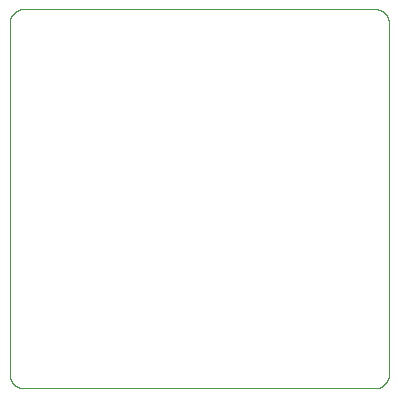
<source format=gbr>
%TF.GenerationSoftware,KiCad,Pcbnew,6.0.11+dfsg-1*%
%TF.CreationDate,2025-11-09T18:09:47+01:00*%
%TF.ProjectId,UNBRK,554e4252-4b2e-46b6-9963-61645f706362,0.2*%
%TF.SameCoordinates,Original*%
%TF.FileFunction,Profile,NP*%
%FSLAX46Y46*%
G04 Gerber Fmt 4.6, Leading zero omitted, Abs format (unit mm)*
G04 Created by KiCad (PCBNEW 6.0.11+dfsg-1) date 2025-11-09 18:09:47*
%MOMM*%
%LPD*%
G01*
G04 APERTURE LIST*
%TA.AperFunction,Profile*%
%ADD10C,0.002667*%
%TD*%
G04 APERTURE END LIST*
D10*
%TO.C,PcbEdge2*%
X118034684Y-53530493D02*
X118034652Y-53529249D01*
X86017030Y-53038319D02*
X86016487Y-53039491D01*
X86428486Y-84213142D02*
X86429566Y-84213907D01*
X117402865Y-52475614D02*
X117401727Y-52474965D01*
X117977932Y-83567298D02*
X117978338Y-83566000D01*
X85914836Y-83373942D02*
X85915024Y-83375230D01*
X117941452Y-53087817D02*
X117940963Y-53086633D01*
X117951750Y-53113634D02*
X117951252Y-53112345D01*
X86641632Y-84335273D02*
X86642808Y-84335802D01*
X85918449Y-53358830D02*
X85918236Y-53360122D01*
X87120893Y-52311714D02*
X87119649Y-52311746D01*
X86035116Y-83755002D02*
X86035703Y-83756162D01*
X117539305Y-84190472D02*
X117540362Y-84189673D01*
X86021982Y-53027784D02*
X86021426Y-53028953D01*
X87138256Y-52311399D02*
X87137019Y-52311413D01*
X85904755Y-83280700D02*
X85904845Y-83281964D01*
X85904667Y-83279435D02*
X85904755Y-83280700D01*
X116867309Y-84441904D02*
X116868572Y-84441818D01*
X86352751Y-84155080D02*
X86353774Y-84155927D01*
X86042843Y-52985948D02*
X86042241Y-52987103D01*
X85910565Y-83341818D02*
X85910720Y-83343100D01*
X86786892Y-84389943D02*
X86788191Y-84390339D01*
X86077908Y-52923145D02*
X86077237Y-52924273D01*
X117279857Y-84342047D02*
X117281036Y-84341534D01*
X117821558Y-83891807D02*
X117822294Y-83890711D01*
X86820693Y-84399755D02*
X86821994Y-84400112D01*
X85915215Y-83376519D02*
X85915406Y-83377808D01*
X117798932Y-52831623D02*
X117798160Y-52830549D01*
X86684142Y-52402521D02*
X86682956Y-52403003D01*
X86565972Y-52457919D02*
X86564821Y-52458534D01*
X86175421Y-52781934D02*
X86174596Y-52782973D01*
X86569427Y-52456082D02*
X86568275Y-52456693D01*
X117956159Y-83630757D02*
X117956641Y-83629466D01*
X117881645Y-83793057D02*
X117882273Y-83791911D01*
X86144078Y-52823046D02*
X86143297Y-52824116D01*
X117100494Y-84403940D02*
X117101795Y-84403599D01*
X116845899Y-52312842D02*
X116844644Y-52312780D01*
X118014517Y-83419162D02*
X118014754Y-83417866D01*
X117101795Y-84403599D02*
X117103096Y-84403257D01*
X116937346Y-84435208D02*
X116938629Y-84435048D01*
X85932345Y-83468478D02*
X85932639Y-83469778D01*
X117391466Y-84286817D02*
X117392608Y-84286179D01*
X86308625Y-84116729D02*
X86309607Y-84117624D01*
X117601304Y-52615483D02*
X117600296Y-52614617D01*
X86267292Y-84077226D02*
X86268231Y-84078167D01*
X85916585Y-83385545D02*
X85916787Y-83386836D01*
X117253841Y-52403003D02*
X117252656Y-52402521D01*
X117263316Y-84349089D02*
X117264499Y-84348594D01*
X116808449Y-52311548D02*
X116807209Y-52311525D01*
X86018121Y-83720022D02*
X86018669Y-83721193D01*
X117798932Y-83924375D02*
X117799704Y-83923300D01*
X86094390Y-83859759D02*
X86095092Y-83860873D01*
X117827411Y-83883020D02*
X117828137Y-83881919D01*
X118034117Y-53513029D02*
X118034067Y-53511778D01*
X86133255Y-83917912D02*
X86134021Y-83918991D01*
X86146427Y-83936156D02*
X86147212Y-83937223D01*
X85965996Y-53166640D02*
X85965564Y-53167937D01*
X117913141Y-83731719D02*
X117913701Y-83730551D01*
X86568275Y-84299304D02*
X86569427Y-84299915D01*
X117652431Y-52661997D02*
X117651473Y-52661075D01*
X85992921Y-53093742D02*
X85992440Y-53094927D01*
X86693733Y-52398674D02*
X86692446Y-52399184D01*
X117983471Y-53206888D02*
X117983085Y-53205588D01*
X85904755Y-53475297D02*
X85904667Y-53476561D01*
X86140186Y-52828402D02*
X86139412Y-52829475D01*
X87002015Y-52320475D02*
X87000733Y-52320632D01*
X86017575Y-53037147D02*
X86017030Y-53038319D01*
X117499654Y-84219223D02*
X117500739Y-84218467D01*
X86189625Y-52764398D02*
X86188781Y-52765423D01*
X117413081Y-84274487D02*
X117414213Y-84273826D01*
X116805969Y-52311503D02*
X116804729Y-52311483D01*
X85951798Y-53212087D02*
X85951420Y-53213388D01*
X118001147Y-53273218D02*
X118000837Y-53271918D01*
X117808867Y-83910339D02*
X117809623Y-83909254D01*
X117935497Y-83682374D02*
X117936001Y-83681193D01*
X117903433Y-53004478D02*
X117902850Y-53003317D01*
X85963852Y-83582873D02*
X85964278Y-83584170D01*
X85985545Y-53112345D02*
X85985047Y-53113634D01*
X85933229Y-53283620D02*
X85932933Y-53284920D01*
X86041040Y-52989414D02*
X86040442Y-52990570D01*
X86758337Y-84380833D02*
X86759634Y-84381263D01*
X85902146Y-83226747D02*
X85902180Y-83227992D01*
X118013066Y-83426936D02*
X118013312Y-83425640D01*
X117592200Y-84148266D02*
X117593215Y-84147409D01*
X86984039Y-52322799D02*
X86982753Y-52322975D01*
X117386893Y-84289355D02*
X117388037Y-84288722D01*
X86178734Y-52777786D02*
X86177904Y-52778822D01*
X87137019Y-84444585D02*
X87138256Y-84444599D01*
X117266865Y-52408395D02*
X117265682Y-52407898D01*
X117471217Y-52517536D02*
X117470114Y-52516812D01*
X116988859Y-52328263D02*
X116987567Y-52328049D01*
X117985377Y-53213388D02*
X117984999Y-53212087D01*
X86052650Y-52967527D02*
X86052027Y-52968675D01*
X117155101Y-52367655D02*
X117153802Y-52367253D01*
X117096592Y-84404952D02*
X117097893Y-84404616D01*
X117813386Y-83903821D02*
X117814134Y-83902732D01*
X85936897Y-83487981D02*
X85937212Y-83489282D01*
X85960091Y-53184804D02*
X85959681Y-53186102D01*
X86013789Y-53045358D02*
X86013253Y-53046532D01*
X85921575Y-53340721D02*
X85921342Y-53342015D01*
X85914462Y-83371366D02*
X85914648Y-83372654D01*
X117218575Y-52389276D02*
X117217284Y-52388797D01*
X87045417Y-52315948D02*
X87044146Y-52316058D01*
X117807352Y-52843492D02*
X117806592Y-52842410D01*
X85959681Y-83569895D02*
X85960091Y-83571194D01*
X86025906Y-53019610D02*
X86025342Y-53020777D01*
X117052380Y-84415496D02*
X117053680Y-84415210D01*
X86093689Y-52897353D02*
X86092989Y-52898468D01*
X86473313Y-84243503D02*
X86474420Y-84244219D01*
X86130966Y-83914671D02*
X86131728Y-83915752D01*
X117937504Y-83677647D02*
X117938002Y-83676465D01*
X87097169Y-84443453D02*
X87098422Y-84443509D01*
X86448028Y-52529280D02*
X86446936Y-52530024D01*
X86239587Y-52707476D02*
X86238680Y-52708448D01*
X87110926Y-84443991D02*
X87112174Y-84444032D01*
X86069277Y-83818146D02*
X86069934Y-83819280D01*
X118028905Y-83317528D02*
X118029032Y-83316253D01*
X117708024Y-52719207D02*
X117707129Y-52718225D01*
X117334944Y-52439495D02*
X117333780Y-52438921D01*
X117981527Y-83555608D02*
X117981919Y-83554308D01*
X117542475Y-52567927D02*
X117541419Y-52567126D01*
X86456784Y-84232628D02*
X86457881Y-84233362D01*
X117556129Y-52578450D02*
X117555084Y-52577634D01*
X87060637Y-84441277D02*
X87061902Y-84441371D01*
X86438229Y-84219978D02*
X86439315Y-84220732D01*
X86955689Y-52326999D02*
X86954397Y-52327206D01*
X85947361Y-83528305D02*
X85947722Y-83529606D01*
X117530818Y-84196823D02*
X117531881Y-84196033D01*
X86675849Y-52405924D02*
X86674665Y-52406415D01*
X116809690Y-84444426D02*
X116810932Y-84444400D01*
X86309607Y-84117624D02*
X86310591Y-84118518D01*
X86096499Y-83863099D02*
X86097205Y-83864211D01*
X86440402Y-52534514D02*
X86439315Y-52535266D01*
X85927052Y-83443799D02*
X85927318Y-83445097D01*
X117759723Y-83976140D02*
X117760550Y-83975103D01*
X86614679Y-84322741D02*
X86615847Y-84323301D01*
X117635028Y-52645566D02*
X117634051Y-52644663D01*
X85950295Y-53217288D02*
X85949923Y-53218588D01*
X86781696Y-52367655D02*
X86780398Y-52368059D01*
X117456833Y-84247778D02*
X117457943Y-84247068D01*
X86617015Y-84323859D02*
X86618184Y-84324415D01*
X86053273Y-52966380D02*
X86052650Y-52967527D01*
X117064078Y-84412871D02*
X117065378Y-84412572D01*
X117661011Y-84085656D02*
X117661959Y-84084724D01*
X85903712Y-53491697D02*
X85903640Y-53492956D01*
X116824623Y-52311966D02*
X116823376Y-52311926D01*
X86150364Y-83941481D02*
X86151156Y-83942544D01*
X86942767Y-52329133D02*
X86941473Y-52329354D01*
X85940116Y-53255009D02*
X85939787Y-53256310D01*
X117048483Y-52339653D02*
X117047184Y-52339373D01*
X117483303Y-52525577D02*
X117482207Y-52524840D01*
X117484398Y-84229683D02*
X117485492Y-84228943D01*
X86222539Y-84029883D02*
X86223426Y-84030873D01*
X86425252Y-52545155D02*
X86424175Y-52545924D01*
X86206750Y-84011912D02*
X86207618Y-84012918D01*
X117597267Y-84143971D02*
X117598278Y-84143109D01*
X87008422Y-84436288D02*
X87009702Y-84436436D01*
X117731781Y-52746102D02*
X117730915Y-52745094D01*
X117485492Y-52527054D02*
X117484398Y-52526315D01*
X86519191Y-84271834D02*
X86520322Y-84272499D01*
X117703537Y-52714302D02*
X117702637Y-52713324D01*
X86606512Y-52437208D02*
X86605347Y-52437777D01*
X86054525Y-83791911D02*
X86055152Y-83793057D01*
X85941445Y-53249806D02*
X85941111Y-53251106D01*
X86639281Y-52421786D02*
X86638106Y-52422319D01*
X118033158Y-83263041D02*
X118033228Y-83261783D01*
X86525984Y-52480191D02*
X86524850Y-52480850D01*
X117592200Y-52607732D02*
X117591184Y-52606876D01*
X116786204Y-52311326D02*
X116784973Y-52311326D01*
X86596040Y-84313615D02*
X86597202Y-84314195D01*
X86184575Y-83985439D02*
X86185414Y-83986468D01*
X117929868Y-53060647D02*
X117929349Y-53059469D01*
X86151948Y-83943606D02*
X86152741Y-83944667D01*
X118034619Y-53528004D02*
X118034584Y-53526759D01*
X117918676Y-83720022D02*
X117919222Y-83718851D01*
X117796612Y-83927597D02*
X117797386Y-83926524D01*
X87050497Y-52315517D02*
X87049227Y-52315623D01*
X118034850Y-53537947D02*
X118034826Y-53536706D01*
X117933469Y-53068901D02*
X117932959Y-53067721D01*
X117977525Y-83568597D02*
X117977932Y-83567298D01*
X85967739Y-53161456D02*
X85967301Y-53162752D01*
X86151156Y-83942544D02*
X86151948Y-83943606D01*
X117810378Y-83908169D02*
X117811132Y-83907083D01*
X117996351Y-53253708D02*
X117996020Y-53252407D01*
X117496396Y-84221484D02*
X117497483Y-84220732D01*
X87135782Y-84444570D02*
X87137019Y-84444585D01*
X86833701Y-84403257D02*
X86835002Y-84403599D01*
X86159130Y-83953130D02*
X86159933Y-83954184D01*
X86041040Y-83766584D02*
X86041640Y-83767740D01*
X117716031Y-84027901D02*
X117716916Y-84026909D01*
X85909962Y-53419302D02*
X85909815Y-53420582D01*
X86763524Y-52373452D02*
X86762227Y-52373878D01*
X86603018Y-84317076D02*
X86604183Y-84317649D01*
X86599527Y-84315351D02*
X86600691Y-84315928D01*
X85929773Y-53299214D02*
X85929494Y-53300513D01*
X117885391Y-52969823D02*
X117884770Y-52968675D01*
X118000526Y-83485380D02*
X118000837Y-83484079D01*
X117968619Y-53160160D02*
X117968178Y-53158864D01*
X117237916Y-84359349D02*
X117239204Y-84358845D01*
X118035012Y-83206904D02*
X118035024Y-83205669D01*
X86248716Y-84058191D02*
X86249635Y-84059153D01*
X86996885Y-52321112D02*
X86995601Y-52321274D01*
X117818603Y-52859813D02*
X117817861Y-52858720D01*
X86414516Y-52552897D02*
X86413446Y-52553678D01*
X86773906Y-84385894D02*
X86775204Y-84386306D01*
X86931121Y-52331175D02*
X86929826Y-52331409D01*
X117892141Y-83773513D02*
X117892746Y-83772359D01*
X117190124Y-52379106D02*
X117188828Y-52378662D01*
X117407411Y-52478222D02*
X117406275Y-52477568D01*
X85921809Y-83416571D02*
X85922044Y-83417866D01*
X85956852Y-83560804D02*
X85957252Y-83562103D01*
X86107212Y-83879714D02*
X86107936Y-83880817D01*
X118034305Y-53518029D02*
X118034260Y-53516780D01*
X116874894Y-52314628D02*
X116873629Y-52314536D01*
X86864919Y-84411054D02*
X86866219Y-84411361D01*
X117977116Y-83569895D02*
X117977525Y-83568597D01*
X86198132Y-84001800D02*
X86198989Y-84002815D01*
X117406275Y-84278429D02*
X117407411Y-84277776D01*
X117944357Y-83661070D02*
X117944836Y-83659884D01*
X117296341Y-52421254D02*
X117295166Y-52420724D01*
X117910891Y-53019610D02*
X117910325Y-53018444D01*
X85913553Y-53391067D02*
X85913375Y-53392353D01*
X86604183Y-52438349D02*
X86603018Y-52438921D01*
X117343081Y-84312450D02*
X117344242Y-84311866D01*
X117763850Y-52785053D02*
X117763026Y-52784013D01*
X117410814Y-52480191D02*
X117409680Y-52479534D01*
X117705335Y-52716261D02*
X117704437Y-52715281D01*
X86907789Y-52335605D02*
X86906492Y-52335864D01*
X118015223Y-53340721D02*
X118014989Y-53339426D01*
X86905194Y-84419872D02*
X86906492Y-84420133D01*
X117661011Y-52670342D02*
X117660061Y-52669411D01*
X86531659Y-84279082D02*
X86532796Y-84279734D01*
X86841506Y-84405287D02*
X86842807Y-84405620D01*
X86004863Y-53065362D02*
X86004350Y-53066541D01*
X86604183Y-84317649D02*
X86605347Y-84318220D01*
X117967291Y-53156274D02*
X117966845Y-53154979D01*
X117916478Y-53031293D02*
X117915925Y-53030123D01*
X117241778Y-84357832D02*
X117243065Y-84357323D01*
X85906348Y-83300979D02*
X85906458Y-83302250D01*
X117365066Y-84301133D02*
X117366219Y-84300525D01*
X117256211Y-84352026D02*
X117257396Y-84351540D01*
X117917029Y-83723535D02*
X117917579Y-83722364D01*
X117698118Y-84047550D02*
X117699024Y-84046577D01*
X86048934Y-83781577D02*
X86049550Y-83782727D01*
X117972519Y-83584170D02*
X117972945Y-83582873D01*
X86070591Y-83820414D02*
X86071250Y-83821548D01*
X86872720Y-52343127D02*
X86871420Y-52343426D01*
X117241778Y-52398165D02*
X117240491Y-52397657D01*
X117934992Y-53072442D02*
X117934486Y-53071262D01*
X86975031Y-52324062D02*
X86973743Y-52324248D01*
X85906915Y-53448660D02*
X85906799Y-53449932D01*
X86170486Y-52788180D02*
X86169667Y-52789224D01*
X85956852Y-53195193D02*
X85956454Y-53196492D01*
X86457881Y-52522636D02*
X86456784Y-52523369D01*
X85904087Y-83270599D02*
X85904166Y-83271860D01*
X117940473Y-53085449D02*
X117939982Y-53084265D01*
X118015456Y-83413982D02*
X118015687Y-83412687D01*
X85938811Y-83495785D02*
X85939135Y-83497086D01*
X86210228Y-52740067D02*
X86209357Y-52741071D01*
X117977116Y-53186102D02*
X117976706Y-53184804D01*
X116892650Y-84439940D02*
X116893921Y-84439828D01*
X118028383Y-53433365D02*
X118028249Y-53432088D01*
X85902681Y-53513029D02*
X85902632Y-53514280D01*
X86636932Y-84333144D02*
X86638106Y-84333678D01*
X118002369Y-83477578D02*
X118002671Y-83476278D01*
X85915406Y-53378189D02*
X85915215Y-53379478D01*
X117315105Y-52429919D02*
X117313935Y-52429368D01*
X85979676Y-53127822D02*
X85979197Y-53129113D01*
X117996681Y-83500988D02*
X117997010Y-83499687D01*
X85948085Y-83530907D02*
X85948450Y-83532207D01*
X85951420Y-83542610D02*
X85951798Y-83543910D01*
X86081962Y-52916387D02*
X86081283Y-52917512D01*
X86098620Y-83866433D02*
X86099329Y-83867543D01*
X118006181Y-83460681D02*
X118006463Y-83459382D01*
X117246725Y-52400131D02*
X117245538Y-52399657D01*
X85905312Y-53467704D02*
X85905216Y-53468971D01*
X86645160Y-52419140D02*
X86643984Y-52419667D01*
X116840881Y-52312602D02*
X116839627Y-52312545D01*
X116907928Y-52317494D02*
X116906653Y-52317367D01*
X86476636Y-84245646D02*
X86477745Y-84246358D01*
X116974655Y-52325985D02*
X116973365Y-52325787D01*
X118022704Y-83368791D02*
X118022886Y-83367504D01*
X117666684Y-52675953D02*
X117665741Y-52675015D01*
X85901828Y-53545382D02*
X85901813Y-53546619D01*
X87100927Y-52312383D02*
X87099675Y-52312436D01*
X87072013Y-84442071D02*
X87073275Y-84442153D01*
X117981134Y-53199090D02*
X117980739Y-53197791D01*
X85906799Y-83306065D02*
X85906915Y-83307337D01*
X117983855Y-53208188D02*
X117983471Y-53206888D01*
X87044146Y-52316058D02*
X87042875Y-52316171D01*
X86034531Y-83753842D02*
X86035116Y-83755002D01*
X86836303Y-52352058D02*
X86835002Y-52352398D01*
X117808110Y-83911423D02*
X117808867Y-83910339D01*
X116798540Y-52311399D02*
X116797304Y-52311386D01*
X117570681Y-84166001D02*
X117571715Y-84165167D01*
X85906571Y-53452475D02*
X85906458Y-53453746D01*
X117841003Y-83861986D02*
X117841706Y-83860873D01*
X118032388Y-53480351D02*
X118032304Y-53479088D01*
X117186237Y-52377778D02*
X117184942Y-52377339D01*
X86045264Y-52981332D02*
X86044657Y-52982485D01*
X86095092Y-52895125D02*
X86094390Y-52896239D01*
X86859717Y-84409814D02*
X86861017Y-84410126D01*
X116895193Y-84439714D02*
X116896465Y-84439599D01*
X86554486Y-52464125D02*
X86553340Y-52464752D01*
X87078319Y-84442466D02*
X87079579Y-84442541D01*
X117368523Y-52456693D02*
X117367371Y-52456082D01*
X86745379Y-52379552D02*
X86744084Y-52379999D01*
X85903784Y-53490438D02*
X85903712Y-53491697D01*
X116879960Y-52315010D02*
X116878693Y-52314912D01*
X118031582Y-53468971D02*
X118031486Y-53467704D01*
X117986502Y-83538709D02*
X117986874Y-83537409D01*
X86120424Y-52856536D02*
X86119680Y-52857628D01*
X86619353Y-52431026D02*
X86618184Y-52431582D01*
X86912978Y-52334580D02*
X86911681Y-52334834D01*
X117847980Y-83850828D02*
X117848671Y-83849709D01*
X117534006Y-52561548D02*
X117532944Y-52560756D01*
X86297876Y-52649187D02*
X86296904Y-52650095D01*
X118005610Y-53292718D02*
X118005323Y-53291418D01*
X117217284Y-52388797D02*
X117215993Y-52388320D01*
X117657208Y-84089376D02*
X117658160Y-84088447D01*
X118025923Y-53411615D02*
X118025766Y-53410333D01*
X85910875Y-53411615D02*
X85910720Y-53412897D01*
X117053680Y-52340787D02*
X117052380Y-52340502D01*
X86994318Y-52321438D02*
X86993034Y-52321603D01*
X117561345Y-52582548D02*
X117560303Y-52581726D01*
X117214701Y-84368153D02*
X117215993Y-84367677D01*
X117384603Y-52465381D02*
X117383457Y-52464752D01*
X118014989Y-53339426D02*
X118014754Y-53338131D01*
X87132067Y-84444516D02*
X87133306Y-84444535D01*
X117939489Y-53083082D02*
X117938994Y-53081899D01*
X116930937Y-52320013D02*
X116929656Y-52319861D01*
X85978244Y-53131696D02*
X85977770Y-53132988D01*
X85915794Y-53375611D02*
X85915599Y-53376900D01*
X85949183Y-83534808D02*
X85949552Y-83536109D01*
X86731143Y-52384559D02*
X86729850Y-52385024D01*
X87099675Y-52312436D02*
X87098422Y-52312490D01*
X117721321Y-52734065D02*
X117720442Y-52733068D01*
X86576348Y-84303554D02*
X86577503Y-84304157D01*
X86632237Y-52425003D02*
X86631064Y-52425544D01*
X86154331Y-52809211D02*
X86153536Y-52810270D01*
X86527118Y-84276464D02*
X86528252Y-84277120D01*
X117815629Y-52855446D02*
X117814882Y-52854355D01*
X86400670Y-52563136D02*
X86399611Y-52563931D01*
X117109600Y-84401525D02*
X117110901Y-84401174D01*
X117958553Y-53131696D02*
X117958077Y-53130405D01*
X86249635Y-84059153D02*
X86250554Y-84060113D01*
X117227608Y-52392671D02*
X117226318Y-52392182D01*
X86932415Y-52330942D02*
X86931121Y-52331175D01*
X116882495Y-84440790D02*
X116883763Y-84440688D01*
X86431728Y-52540566D02*
X86430647Y-52541328D01*
X86465582Y-84238462D02*
X86466684Y-84239186D01*
X85946285Y-83524403D02*
X85946642Y-83525704D01*
X86631064Y-52425544D02*
X86629891Y-52426087D01*
X117904015Y-83750358D02*
X117904595Y-83749196D01*
X86594878Y-84313033D02*
X86596040Y-84313615D01*
X118003568Y-53283620D02*
X118003271Y-53282320D01*
X86099329Y-52888455D02*
X86098620Y-52889565D01*
X117476720Y-84234825D02*
X117477819Y-84234094D01*
X87068225Y-84441818D02*
X87069488Y-84441904D01*
X117205654Y-52384559D02*
X117204361Y-52384096D01*
X85903933Y-83268078D02*
X85904009Y-83269338D01*
X116868572Y-52314180D02*
X116867309Y-52314095D01*
X86109387Y-83883020D02*
X86110114Y-83884121D01*
X86212848Y-52737062D02*
X86211973Y-52738063D01*
X117631117Y-52641961D02*
X117630137Y-52641063D01*
X87079579Y-52313458D02*
X87078319Y-52313533D01*
X85921809Y-53339426D02*
X85921575Y-53340721D01*
X118034391Y-53520526D02*
X118034349Y-53519278D01*
X118031290Y-83290827D02*
X118031389Y-83289560D01*
X86198989Y-84002815D02*
X86199847Y-84003829D01*
X85906458Y-53453746D02*
X85906348Y-53455017D01*
X117729181Y-84012918D02*
X117730048Y-84011912D01*
X117168083Y-84384232D02*
X117169381Y-84383812D01*
X116807209Y-84444473D02*
X116808449Y-84444450D01*
X86613511Y-84322181D02*
X86614679Y-84322741D01*
X118025124Y-83350795D02*
X118025287Y-83349512D01*
X117905174Y-53007965D02*
X117904595Y-53006802D01*
X118019809Y-83388126D02*
X118020012Y-83386836D01*
X86523717Y-52481510D02*
X86522585Y-52482172D01*
X117989437Y-83528305D02*
X117989797Y-83527005D01*
X117407411Y-84277776D02*
X117408546Y-84277120D01*
X86062781Y-52949226D02*
X86062139Y-52950366D01*
X118034873Y-53539187D02*
X118034850Y-53537947D01*
X86465582Y-52517536D02*
X86464480Y-52518261D01*
X85905410Y-83289560D02*
X85905509Y-83290827D01*
X85901903Y-53540427D02*
X85901883Y-53541667D01*
X117236629Y-52396145D02*
X117235341Y-52395644D01*
X117578924Y-52596695D02*
X117577896Y-52595854D01*
X117514775Y-52547465D02*
X117513700Y-52546694D01*
X86794688Y-52363699D02*
X86793389Y-52364088D01*
X118032553Y-53482875D02*
X118032471Y-53481613D01*
X117992969Y-83515298D02*
X117993314Y-83513997D01*
X86938886Y-84426197D02*
X86940180Y-84426421D01*
X86750560Y-52377778D02*
X86749264Y-52378219D01*
X117560303Y-52581726D02*
X117559261Y-52580906D01*
X86206750Y-52744087D02*
X86205883Y-52745094D01*
X117961838Y-53140743D02*
X117961373Y-53139450D01*
X86457881Y-84233362D02*
X86458979Y-84234094D01*
X86078580Y-83833981D02*
X86079254Y-83835108D01*
X86354798Y-84156773D02*
X86355823Y-84157617D01*
X86914275Y-52334328D02*
X86912978Y-52334580D01*
X117914815Y-53027784D02*
X117914259Y-53026615D01*
X117147307Y-84390734D02*
X117148606Y-84390339D01*
X117646666Y-84099517D02*
X117647629Y-84098600D01*
X118033679Y-83252989D02*
X118033739Y-83251735D01*
X86079254Y-52920890D02*
X86078580Y-52922017D01*
X116827119Y-84443949D02*
X116828367Y-84443905D01*
X117531881Y-52559964D02*
X117530818Y-52559175D01*
X117278677Y-52413438D02*
X117277497Y-52412928D01*
X86434975Y-84217710D02*
X86436059Y-84218467D01*
X118022521Y-83370078D02*
X118022704Y-83368791D01*
X86299821Y-84108624D02*
X86300795Y-84109529D01*
X87128347Y-52311548D02*
X87127106Y-52311573D01*
X85924980Y-83433419D02*
X85925234Y-83434716D01*
X117854836Y-52916387D02*
X117854156Y-52915263D01*
X86545332Y-84286817D02*
X86546475Y-84287453D01*
X117652431Y-84094001D02*
X117653388Y-84093078D01*
X86391161Y-52570338D02*
X86390108Y-52571144D01*
X86347649Y-52605168D02*
X86346631Y-52606022D01*
X85955663Y-53199090D02*
X85955270Y-53200390D01*
X86484412Y-52505395D02*
X86483299Y-52506099D01*
X118032218Y-53477825D02*
X118032131Y-53476561D01*
X85908022Y-83318804D02*
X85908152Y-83320079D01*
X86812890Y-84397582D02*
X86814190Y-84397948D01*
X87089641Y-52312905D02*
X87088385Y-52312969D01*
X117940473Y-83670549D02*
X117940963Y-83669365D01*
X117974212Y-83578981D02*
X117974632Y-83577683D01*
X85969952Y-83601019D02*
X85970399Y-83602314D01*
X117725698Y-52739065D02*
X117724825Y-52738063D01*
X117996020Y-83503590D02*
X117996351Y-83502289D01*
X87066961Y-52314267D02*
X87065697Y-52314355D01*
X117942426Y-53090186D02*
X117941940Y-53089002D01*
X116991444Y-52328695D02*
X116990152Y-52328478D01*
X86500050Y-84260337D02*
X86501172Y-84261023D01*
X86031046Y-53009127D02*
X86030470Y-53010291D01*
X85901726Y-53560192D02*
X85901726Y-53561423D01*
X86706611Y-84362341D02*
X86707901Y-84362834D01*
X117464591Y-52513211D02*
X117463485Y-52512494D01*
X86714350Y-84365275D02*
X86715640Y-84365759D01*
X117967735Y-53157569D02*
X117967291Y-53156274D01*
X86002819Y-83685917D02*
X86003328Y-83687097D01*
X117512623Y-52545924D02*
X117511547Y-52545155D01*
X117649553Y-52659235D02*
X117648591Y-52658316D01*
X117930904Y-53063004D02*
X117930387Y-53061825D01*
X116997911Y-52329801D02*
X116996617Y-52329577D01*
X117987982Y-83533508D02*
X117988348Y-83532207D01*
X86220767Y-84027901D02*
X86221652Y-84028893D01*
X87104680Y-52312232D02*
X87103429Y-52312281D01*
X117725698Y-84016934D02*
X117726570Y-84015931D01*
X85931187Y-53292718D02*
X85930902Y-53294017D01*
X116966919Y-84431184D02*
X116968208Y-84430992D01*
X86246882Y-84056266D02*
X86247798Y-84057229D01*
X86121169Y-52855446D02*
X86120424Y-52856536D01*
X86190471Y-83992624D02*
X86191318Y-83993647D01*
X85916990Y-83388126D02*
X85917194Y-83389417D01*
X117249098Y-52401083D02*
X117247912Y-52400606D01*
X86763524Y-84382545D02*
X86764822Y-84382969D01*
X86011124Y-53051232D02*
X86010595Y-53052408D01*
X86626376Y-84328276D02*
X86627547Y-84328822D01*
X86214600Y-84020935D02*
X86215478Y-84021933D01*
X86502294Y-52494289D02*
X86501172Y-52494974D01*
X117171976Y-84382969D02*
X117173273Y-84382545D01*
X117968178Y-53158864D02*
X117967735Y-53157569D01*
X86685327Y-84353957D02*
X86686513Y-84354436D01*
X86359930Y-84160984D02*
X86360959Y-84161823D01*
X86963432Y-52325787D02*
X86962142Y-52325985D01*
X117133010Y-52361020D02*
X117131710Y-52360643D01*
X117603318Y-52617218D02*
X117602312Y-52616350D01*
X117955675Y-53123950D02*
X117955190Y-53122660D01*
X86015403Y-83714161D02*
X86015944Y-83715334D01*
X117146008Y-84391127D02*
X117147307Y-84390734D01*
X85904845Y-53474033D02*
X85904755Y-53475297D01*
X86244138Y-84053369D02*
X86245052Y-84054336D01*
X86425252Y-84210843D02*
X86426329Y-84211610D01*
X118029405Y-83312430D02*
X118029526Y-83311156D01*
X85982582Y-53120080D02*
X85982093Y-53121369D01*
X117759723Y-52779858D02*
X117758894Y-52778822D01*
X86724680Y-84369099D02*
X86725972Y-84369570D01*
X86395380Y-52567126D02*
X86394324Y-52567927D01*
X117444581Y-52500498D02*
X117443464Y-52499803D01*
X85923979Y-83428233D02*
X85924227Y-83429529D01*
X117325621Y-84321056D02*
X117326788Y-84320491D01*
X86123412Y-52852177D02*
X86122663Y-52853266D01*
X86692446Y-84356813D02*
X86693733Y-84357323D01*
X85975890Y-83617840D02*
X85976358Y-83619133D01*
X86737611Y-52382260D02*
X86736317Y-52382716D01*
X117612333Y-52625078D02*
X117611335Y-52624200D01*
X87025041Y-84438116D02*
X87026317Y-84438247D01*
X86666386Y-52409894D02*
X86665205Y-52410396D01*
X117768764Y-52791315D02*
X117767948Y-52790269D01*
X117874016Y-83806772D02*
X117874659Y-83805632D01*
X86118195Y-83896185D02*
X86118937Y-83897278D01*
X86287245Y-84096764D02*
X86288207Y-84097682D01*
X86844108Y-84405951D02*
X86845409Y-84406281D01*
X86724680Y-52386898D02*
X86723388Y-52387370D01*
X86084006Y-52913016D02*
X86083323Y-52914139D01*
X117577896Y-84160144D02*
X117578924Y-84159303D01*
X86089509Y-52904052D02*
X86088817Y-52905170D01*
X117051081Y-84415781D02*
X117052380Y-84415496D01*
X117666684Y-84080045D02*
X117667626Y-84079107D01*
X117822294Y-52865287D02*
X117821558Y-52864191D01*
X85999293Y-53078350D02*
X85998795Y-53079533D01*
X86047705Y-52976723D02*
X86047093Y-52977875D01*
X87044146Y-84439940D02*
X87045417Y-84440051D01*
X117901681Y-53000996D02*
X117901094Y-52999836D01*
X117440109Y-52497726D02*
X117438989Y-52497036D01*
X118031771Y-83284494D02*
X118031863Y-83283229D01*
X85945930Y-53232895D02*
X85945576Y-53234195D01*
X85909669Y-53421862D02*
X85909524Y-53423141D01*
X86497809Y-84258961D02*
X86498929Y-84259650D01*
X85906684Y-83304793D02*
X85906799Y-83306065D01*
X87017377Y-52318698D02*
X87016099Y-52318839D01*
X117291637Y-84336856D02*
X117292814Y-84336330D01*
X117281036Y-84341534D02*
X117282215Y-84341019D01*
X85909098Y-83329019D02*
X85909239Y-83330298D01*
X117303388Y-84331533D02*
X117304561Y-84330994D01*
X117039391Y-52337723D02*
X117038093Y-52337453D01*
X86297876Y-84106811D02*
X86298848Y-84107718D01*
X117894557Y-83768895D02*
X117895157Y-83767740D01*
X117434504Y-52494289D02*
X117433382Y-52493606D01*
X86445846Y-84225229D02*
X86446936Y-84225974D01*
X117679776Y-84066808D02*
X117680703Y-84065854D01*
X87104680Y-84443766D02*
X87105930Y-84443814D01*
X86622863Y-52429368D02*
X86621693Y-52429919D01*
X85931475Y-83464579D02*
X85931764Y-83465879D01*
X117347722Y-52445891D02*
X117346562Y-52445303D01*
X117930387Y-83694172D02*
X117930904Y-83692994D01*
X117551942Y-52575191D02*
X117550893Y-52574380D01*
X86261675Y-52684440D02*
X86260742Y-52685388D01*
X116852183Y-84442828D02*
X116853441Y-84442758D01*
X86420949Y-84207760D02*
X86422023Y-84208532D01*
X117993314Y-53242000D02*
X117992969Y-53240699D01*
X116900283Y-84439247D02*
X116901556Y-84439126D01*
X85908821Y-53429533D02*
X85908684Y-53430811D01*
X85947722Y-83529606D02*
X85948085Y-83530907D01*
X118015223Y-83415277D02*
X118015456Y-83413982D01*
X86437144Y-84219223D02*
X86438229Y-84219978D01*
X117547742Y-84184047D02*
X117548793Y-84183238D01*
X118005896Y-83461980D02*
X118006181Y-83460681D01*
X117038093Y-52337453D02*
X117036795Y-52337185D01*
X85911674Y-83350795D02*
X85911838Y-83352079D01*
X85966864Y-53164048D02*
X85966429Y-53165344D01*
X118026079Y-53412897D02*
X118025923Y-53411615D01*
X87127106Y-84444426D02*
X87128347Y-84444450D01*
X117129109Y-84396102D02*
X117130409Y-84395729D01*
X117269229Y-52409393D02*
X117268047Y-52408893D01*
X117890315Y-52979027D02*
X117889704Y-52977875D01*
X118012321Y-83430826D02*
X118012571Y-83429529D01*
X85973116Y-53145917D02*
X85972660Y-53147211D01*
X86463378Y-52518987D02*
X86462278Y-52519714D01*
X117097893Y-84404616D02*
X117099193Y-84404279D01*
X85944523Y-83517900D02*
X85944872Y-83519200D01*
X117918128Y-53034804D02*
X117917579Y-53033633D01*
X117105698Y-84402569D02*
X117106999Y-84402222D01*
X117286929Y-52417048D02*
X117285751Y-52416529D01*
X118034548Y-83230483D02*
X118034584Y-83229237D01*
X86126420Y-52847829D02*
X86125666Y-52848915D01*
X116948901Y-52322278D02*
X116947616Y-52322107D01*
X117239204Y-52397152D02*
X117237916Y-52396647D01*
X116812174Y-84444373D02*
X116813416Y-84444345D01*
X86643984Y-84336330D02*
X86645160Y-84336856D01*
X86520322Y-84272499D02*
X86521453Y-84273163D01*
X86038655Y-83761956D02*
X86039250Y-83763114D01*
X117927256Y-83701237D02*
X117927782Y-83700061D01*
X117450159Y-52503990D02*
X117449045Y-52503289D01*
X117691747Y-52701662D02*
X117690832Y-52700697D01*
X85930617Y-53295316D02*
X85930334Y-53296615D01*
X117998631Y-53262814D02*
X117998309Y-53261513D01*
X117849361Y-83848589D02*
X117850050Y-83847469D01*
X86273892Y-84083790D02*
X86274840Y-84084724D01*
X118033015Y-53490438D02*
X118032941Y-53489179D01*
X116954044Y-52322975D02*
X116952758Y-52322799D01*
X117265682Y-52407898D02*
X117264499Y-52407402D01*
X85913199Y-83362358D02*
X85913375Y-83363644D01*
X118033557Y-83255499D02*
X118033619Y-83254244D01*
X117219866Y-52389756D02*
X117218575Y-52389276D01*
X85941781Y-53248505D02*
X85941445Y-53249806D01*
X117173273Y-52373452D02*
X117171976Y-52373028D01*
X117822294Y-83890711D02*
X117823028Y-83889614D01*
X85951043Y-53214688D02*
X85950668Y-53215988D01*
X85935343Y-53274519D02*
X85935037Y-53275819D01*
X86640456Y-84334743D02*
X86641632Y-84335273D01*
X117157698Y-52368465D02*
X117156400Y-52368059D01*
X86818092Y-84399037D02*
X86819392Y-84399397D01*
X118027130Y-53421862D02*
X118026984Y-53420582D01*
X85930053Y-53297915D02*
X85929773Y-53299214D01*
X86770012Y-84384650D02*
X86771310Y-84385066D01*
X86556780Y-84293124D02*
X86557927Y-84293748D01*
X86121169Y-83900553D02*
X86121916Y-83901643D01*
X87122137Y-84444315D02*
X87123380Y-84444345D01*
X117010857Y-52332119D02*
X117009562Y-52331881D01*
X117999585Y-83489282D02*
X117999900Y-83487981D01*
X117750544Y-83987496D02*
X117751384Y-83986468D01*
X117381165Y-52463498D02*
X117380018Y-52462873D01*
X118022886Y-83367504D02*
X118023067Y-83366217D01*
X86071910Y-52933317D02*
X86071250Y-52934450D01*
X86520322Y-52483498D02*
X86519191Y-52484163D01*
X117818603Y-83896185D02*
X117819343Y-83895092D01*
X117358140Y-84304757D02*
X117359295Y-84304157D01*
X85901726Y-83194573D02*
X85901726Y-83195804D01*
X86621693Y-52429919D02*
X86620523Y-52430472D01*
X86329465Y-84135298D02*
X86330467Y-84136170D01*
X116788667Y-52311330D02*
X116787435Y-52311328D01*
X86263543Y-84073452D02*
X86264478Y-84074397D01*
X85908959Y-83327741D02*
X85909098Y-83329019D01*
X117802010Y-52835929D02*
X117801243Y-52834852D01*
X86012719Y-53047706D02*
X86012186Y-53048881D01*
X117844507Y-83856414D02*
X117845204Y-83855298D01*
X117169381Y-84383812D02*
X117170678Y-84383391D01*
X116813416Y-84444345D02*
X116814660Y-84444315D01*
X117663852Y-84082856D02*
X117664797Y-84081920D01*
X117014744Y-52332842D02*
X117013448Y-52332600D01*
X117622262Y-84122083D02*
X117623249Y-84121194D01*
X117983855Y-83547810D02*
X117984238Y-83546510D01*
X117660061Y-84086588D02*
X117661011Y-84085656D01*
X85909239Y-83330298D02*
X85909381Y-83331577D01*
X117946740Y-53100859D02*
X117946266Y-53099672D01*
X86208487Y-84013923D02*
X86209357Y-84014928D01*
X117380018Y-84293124D02*
X117381165Y-84292499D01*
X86994318Y-84434561D02*
X86995601Y-84434724D01*
X85993886Y-83664626D02*
X85994371Y-83665811D01*
X85916787Y-83386836D02*
X85916990Y-83388126D01*
X86009540Y-83701237D02*
X86010067Y-83702414D01*
X117299866Y-84333144D02*
X117301040Y-84332608D01*
X117427761Y-84265792D02*
X117428886Y-84265114D01*
X117250284Y-52401561D02*
X117249098Y-52401083D01*
X116857218Y-52313458D02*
X116855958Y-52313384D01*
X117944836Y-83659884D02*
X117945314Y-83658698D01*
X117786433Y-83941481D02*
X117787223Y-83940418D01*
X85946642Y-83525704D02*
X85947001Y-83527005D01*
X118014039Y-83421753D02*
X118014279Y-83420457D01*
X118029999Y-83306065D02*
X118030114Y-83304793D01*
X117965948Y-83603609D02*
X117966397Y-83602314D01*
X86785593Y-84389545D02*
X86786892Y-84389943D01*
X117397172Y-52472381D02*
X117396032Y-52471739D01*
X118035044Y-83203199D02*
X118035052Y-83201965D01*
X86883118Y-84415210D02*
X86884417Y-84415496D01*
X85934126Y-53279720D02*
X85933826Y-53281020D01*
X86143297Y-52824116D02*
X86142518Y-52825186D01*
X117344242Y-52444131D02*
X117343081Y-52443547D01*
X118034584Y-83229237D02*
X118034619Y-83227992D01*
X117213409Y-84368627D02*
X117214701Y-84368153D01*
X85948085Y-53225091D02*
X85947722Y-53226391D01*
X85901799Y-53547856D02*
X85901786Y-53549092D01*
X117987614Y-53221189D02*
X117987245Y-53219889D01*
X85901998Y-83220532D02*
X85902025Y-83221774D01*
X117576868Y-84160984D02*
X117577896Y-84160144D01*
X86571732Y-52454864D02*
X86570579Y-52455472D01*
X85903119Y-83252989D02*
X85903180Y-83254244D01*
X86134787Y-83920069D02*
X86135555Y-83921147D01*
X86163160Y-52797605D02*
X86162351Y-52798656D01*
X117954703Y-83634628D02*
X117955190Y-83633338D01*
X86722096Y-52387844D02*
X86720805Y-52388320D01*
X117867520Y-52937852D02*
X117866864Y-52936718D01*
X117585069Y-52601766D02*
X117584047Y-52600918D01*
X117066678Y-52343726D02*
X117065378Y-52343426D01*
X118034895Y-83215569D02*
X118034916Y-83214329D01*
X117178460Y-84380833D02*
X117179757Y-84380401D01*
X85902783Y-83245470D02*
X85902836Y-83246722D01*
X86007969Y-53058291D02*
X86007448Y-53059469D01*
X117925673Y-83704766D02*
X117926202Y-83703590D01*
X86671116Y-52407898D02*
X86669933Y-52408395D01*
X116878693Y-84441086D02*
X116879960Y-84440989D01*
X86935004Y-84425517D02*
X86936298Y-84425745D01*
X86505663Y-84263756D02*
X86506787Y-84264436D01*
X86014326Y-53044184D02*
X86013789Y-53045358D01*
X86446936Y-52530024D02*
X86445846Y-52530769D01*
X86789490Y-52365263D02*
X86788191Y-52365658D01*
X117852108Y-83844104D02*
X117852792Y-83842982D01*
X86818092Y-52356961D02*
X86816791Y-52357322D01*
X117060178Y-52342239D02*
X117058878Y-52341945D01*
X116897737Y-84439483D02*
X116899010Y-84439366D01*
X117745480Y-83993647D02*
X117746327Y-83992624D01*
X86423099Y-52546694D02*
X86422023Y-52547465D01*
X117647629Y-52657398D02*
X117646666Y-52656482D01*
X86212848Y-84018936D02*
X86213723Y-84019936D01*
X85957653Y-53192595D02*
X85957252Y-53193894D01*
X86654583Y-52414977D02*
X86653404Y-52415493D01*
X117329120Y-84319358D02*
X117330285Y-84318789D01*
X85908415Y-53433365D02*
X85908283Y-53434641D01*
X117952741Y-83639786D02*
X117953234Y-83638497D01*
X86656941Y-52413950D02*
X86655762Y-52414463D01*
X117930387Y-53061825D02*
X117929868Y-53060647D01*
X86181231Y-83981315D02*
X86182065Y-83982347D01*
X116885031Y-84440585D02*
X116886300Y-84440481D01*
X117590167Y-52606022D02*
X117589149Y-52605168D01*
X117069278Y-84411666D02*
X117070578Y-84411361D01*
X86923349Y-84423398D02*
X86924645Y-84423639D01*
X85963428Y-83581576D02*
X85963852Y-83582873D01*
X86373373Y-84171802D02*
X86374413Y-84172626D01*
X117405139Y-84279082D02*
X117406275Y-84278429D01*
X86173772Y-52784013D02*
X86172948Y-52785053D01*
X86660481Y-52412419D02*
X86659301Y-52412928D01*
X86152741Y-83944667D02*
X86153536Y-83945728D01*
X117378871Y-52462250D02*
X117377723Y-52461627D01*
X85905121Y-83285760D02*
X85905216Y-83287026D01*
X86117454Y-52860906D02*
X86116715Y-52862000D01*
X117237916Y-52396647D02*
X117236629Y-52396145D01*
X118035071Y-83193343D02*
X118035071Y-53562653D01*
X116883763Y-84440688D02*
X116885031Y-84440585D01*
X117260949Y-52405924D02*
X117259765Y-52405434D01*
X117378871Y-84293748D02*
X117380018Y-84293124D01*
X87098422Y-52312490D02*
X87097169Y-52312545D01*
X117386893Y-52466643D02*
X117385748Y-52466011D01*
X86879219Y-52341654D02*
X86877919Y-52341945D01*
X86071250Y-52934450D02*
X86070591Y-52935584D01*
X117999900Y-53268016D02*
X117999585Y-53266716D01*
X117811884Y-83905996D02*
X117812636Y-83904909D01*
X117913141Y-53024279D02*
X117912581Y-53023111D01*
X117987614Y-83534808D02*
X117987982Y-83533508D01*
X117637950Y-84107718D02*
X117638923Y-84106811D01*
X117488770Y-52529280D02*
X117487678Y-52528537D01*
X118007856Y-53303110D02*
X118007581Y-53301811D01*
X117373127Y-84296847D02*
X117374276Y-84296230D01*
X117706232Y-52717243D02*
X117705335Y-52716261D01*
X85913912Y-53388493D02*
X85913732Y-53389780D01*
X117885391Y-83786174D02*
X117886011Y-83785026D01*
X86008492Y-53057114D02*
X86007969Y-53058291D01*
X116788667Y-84444668D02*
X116789899Y-84444663D01*
X86259811Y-52686337D02*
X86258880Y-52687287D01*
X117895157Y-83767740D02*
X117895757Y-83766584D01*
X86541907Y-84284900D02*
X86543048Y-84285540D01*
X118034895Y-53540427D02*
X118034873Y-53539187D01*
X86541907Y-52471097D02*
X86540766Y-52471739D01*
X116955330Y-52323153D02*
X116954044Y-52322975D01*
X117383457Y-52464752D02*
X117382311Y-52464125D01*
X86460078Y-52521173D02*
X86458979Y-52521904D01*
X117498569Y-52536020D02*
X117497483Y-52535266D01*
X85982582Y-83635918D02*
X85983071Y-83637208D01*
X86946645Y-84427520D02*
X86947938Y-84427735D01*
X118021392Y-83377808D02*
X118021584Y-83376519D01*
X117915925Y-53030123D02*
X117915371Y-53028953D01*
X118015917Y-53344604D02*
X118015687Y-53343310D01*
X117805070Y-83915752D02*
X117805832Y-83914671D01*
X117948740Y-83650091D02*
X117949245Y-83648804D01*
X86372334Y-52585021D02*
X86371296Y-52585848D01*
X117112202Y-84400821D02*
X117113503Y-84400468D01*
X85932054Y-83467178D02*
X85932345Y-83468478D01*
X87143197Y-52311354D02*
X87141963Y-52311364D01*
X116871100Y-52314355D02*
X116869835Y-52314267D01*
X86023096Y-83730551D02*
X86023656Y-83731719D01*
X117857543Y-52920890D02*
X117856868Y-52919763D01*
X117791155Y-52820910D02*
X117790371Y-52819842D01*
X86003838Y-83688277D02*
X86004350Y-83689457D01*
X86165591Y-52794456D02*
X86164780Y-52795505D01*
X117949245Y-83648804D02*
X117949749Y-83647516D01*
X86227880Y-84035807D02*
X86228774Y-84036791D01*
X85969062Y-53157569D02*
X85968619Y-53158864D01*
X86404917Y-84196033D02*
X86405981Y-84196823D01*
X86993034Y-84434395D02*
X86994318Y-84434561D01*
X117257396Y-84351540D02*
X117258581Y-84351052D01*
X117061478Y-52342533D02*
X117060178Y-52342239D01*
X85907767Y-83316253D02*
X85907894Y-83317528D01*
X117904595Y-53006802D02*
X117904015Y-53005640D01*
X86267292Y-52678772D02*
X86266353Y-52679714D01*
X116996617Y-52329577D02*
X116995324Y-52329354D01*
X85906023Y-83297169D02*
X85906130Y-83298439D01*
X85966429Y-53165344D02*
X85965996Y-53166640D01*
X86316515Y-52632139D02*
X86315525Y-52633026D01*
X118031677Y-53470237D02*
X118031582Y-53468971D01*
X117955190Y-83633338D02*
X117955675Y-83632048D01*
X86936298Y-52330253D02*
X86935004Y-52330482D01*
X85928394Y-53305707D02*
X85928123Y-53307006D01*
X86045872Y-83775819D02*
X86046482Y-83776971D01*
X118004744Y-53288819D02*
X118004452Y-53287519D01*
X86464480Y-52518261D02*
X86463378Y-52518987D01*
X118012571Y-53326468D02*
X118012321Y-53325172D01*
X118010272Y-53314794D02*
X118010010Y-53313496D01*
X86006929Y-53060647D02*
X86006410Y-53061825D01*
X85908152Y-53435917D02*
X85908022Y-53437193D01*
X85910875Y-83344382D02*
X85911032Y-83345664D01*
X86821994Y-84400112D02*
X86823295Y-84400468D01*
X86905194Y-52336126D02*
X86903896Y-52336388D01*
X86833701Y-52352740D02*
X86832400Y-52353083D01*
X86990465Y-84434061D02*
X86991750Y-84434229D01*
X117723950Y-52737062D02*
X117723075Y-52736062D01*
X85925234Y-83434716D02*
X85925490Y-83436013D01*
X118023246Y-83364930D02*
X118023423Y-83363644D01*
X86433892Y-84216952D02*
X86434975Y-84217710D01*
X86044657Y-83773513D02*
X86045264Y-83774666D01*
X86713060Y-84364790D02*
X86714350Y-84365275D01*
X117936001Y-53074805D02*
X117935497Y-53073623D01*
X117753897Y-83983378D02*
X117754733Y-83982347D01*
X86278638Y-52667551D02*
X86277687Y-52668480D01*
X118029883Y-83307337D02*
X118029999Y-83306065D01*
X86512417Y-84267817D02*
X86513545Y-84268490D01*
X117750544Y-52768502D02*
X117749703Y-52767475D01*
X118010793Y-53317389D02*
X118010533Y-53316092D01*
X118034391Y-83235471D02*
X118034432Y-83234223D01*
X87129587Y-52311525D02*
X87128347Y-52311548D01*
X117667626Y-84079107D02*
X117668567Y-84078167D01*
X86801187Y-52361778D02*
X86799887Y-52362159D01*
X117998309Y-83494484D02*
X117998631Y-83493184D01*
X86632237Y-84330994D02*
X86633410Y-84331533D01*
X86191318Y-83993647D02*
X86192166Y-83994669D01*
X117655300Y-84091229D02*
X117656254Y-84090303D01*
X86407045Y-84197612D02*
X86408110Y-84198400D01*
X117896355Y-52990570D02*
X117895757Y-52989414D01*
X85998795Y-83676465D02*
X85999293Y-83677647D01*
X117969933Y-53164048D02*
X117969496Y-53162752D01*
X85919314Y-53353660D02*
X85919095Y-53354953D01*
X86776502Y-84386716D02*
X86777800Y-84387125D01*
X117954215Y-53120080D02*
X117953725Y-53118790D01*
X85970848Y-53152389D02*
X85970399Y-53153684D01*
X85914094Y-83368791D02*
X85914277Y-83370078D01*
X118030451Y-83300979D02*
X118030561Y-83299709D01*
X118034260Y-53516780D02*
X118034214Y-53515530D01*
X86835002Y-84403599D02*
X86836303Y-84403940D01*
X86371296Y-84170150D02*
X86372334Y-84170977D01*
X86728558Y-84370507D02*
X86729850Y-84370973D01*
X118014039Y-53334245D02*
X118013798Y-53332949D01*
X118017485Y-83402337D02*
X118017703Y-83401044D01*
X117715146Y-52727105D02*
X117714259Y-52726115D01*
X85919095Y-83401044D02*
X85919314Y-83402337D01*
X86927235Y-84424117D02*
X86928531Y-84424354D01*
X85911032Y-83345664D02*
X85911191Y-83346946D01*
X86395380Y-84188872D02*
X86396436Y-84189673D01*
X117062778Y-84413168D02*
X117064078Y-84412871D01*
X117838886Y-52890676D02*
X117838178Y-52889565D01*
X116952758Y-84433200D02*
X116954044Y-84433023D01*
X117571715Y-52590831D02*
X117570681Y-52589997D01*
X86221652Y-84028893D02*
X86222539Y-84029883D01*
X117609336Y-52622448D02*
X117608335Y-52621573D01*
X117757233Y-83979247D02*
X117758064Y-83978212D01*
X117708918Y-84035807D02*
X117709811Y-84034822D01*
X117203067Y-84372362D02*
X117204361Y-84371901D01*
X116847155Y-84443094D02*
X116848411Y-84443029D01*
X117965498Y-53151094D02*
X117965046Y-53149800D01*
X118032304Y-53479088D02*
X118032218Y-53477825D01*
X117510469Y-52544387D02*
X117509391Y-52543621D01*
X85935037Y-83480178D02*
X85935343Y-83481479D01*
X116868572Y-84441818D02*
X116869835Y-84441731D01*
X85904246Y-53482875D02*
X85904166Y-53484137D01*
X85904166Y-53484137D02*
X85904087Y-53485398D01*
X117292814Y-52419667D02*
X117291637Y-52419140D01*
X117884770Y-52968675D02*
X117884148Y-52967527D01*
X86766119Y-84383391D02*
X86767416Y-84383812D01*
X86341555Y-52610306D02*
X86340543Y-52611166D01*
X86729850Y-84370973D02*
X86731143Y-84371438D01*
X86688886Y-84355391D02*
X86690072Y-84355866D01*
X117552990Y-84179994D02*
X117554037Y-84179180D01*
X86060857Y-52952648D02*
X86060218Y-52953790D01*
X117250284Y-84354436D02*
X117251470Y-84353957D01*
X118017920Y-53356245D02*
X118017703Y-53354953D01*
X117488770Y-84226718D02*
X117489862Y-84225974D01*
X117058878Y-52341945D02*
X117057578Y-52341654D01*
X117151204Y-52366452D02*
X117149905Y-52366054D01*
X117582000Y-84156773D02*
X117583024Y-84155927D01*
X117843109Y-52897353D02*
X117842408Y-52896239D01*
X86242315Y-84051434D02*
X86243226Y-84052402D01*
X85901774Y-53550328D02*
X85901764Y-53551563D01*
X86417729Y-52550562D02*
X86416657Y-52551339D01*
X86539626Y-52472381D02*
X86538486Y-52473025D01*
X85918878Y-83399752D02*
X85919095Y-83401044D01*
X86553340Y-84291245D02*
X86554486Y-84291873D01*
X86564821Y-52458534D02*
X86563671Y-52459150D01*
X117842408Y-52896239D02*
X117841706Y-52895125D01*
X86058944Y-83799923D02*
X86059581Y-83801066D01*
X87151823Y-84444672D02*
X87153053Y-84444671D01*
X86747969Y-52378662D02*
X86746674Y-52379106D01*
X118033363Y-83259268D02*
X118033429Y-83258011D01*
X116936064Y-52320632D02*
X116934782Y-52320475D01*
X117993999Y-83511395D02*
X117994340Y-83510094D01*
X86358902Y-84160144D02*
X86359930Y-84160984D01*
X117938994Y-83674099D02*
X117939489Y-83672916D01*
X117467907Y-52515368D02*
X117466802Y-52514648D01*
X118028776Y-83318804D02*
X118028905Y-83317528D01*
X117501823Y-52538288D02*
X117500739Y-52537530D01*
X86409176Y-52556812D02*
X86408110Y-52557598D01*
X118005034Y-83465879D02*
X118005323Y-83464579D01*
X118017044Y-53351073D02*
X118016821Y-53349780D01*
X86989181Y-52322107D02*
X86987896Y-52322278D01*
X117463485Y-52512494D02*
X117462378Y-52511779D01*
X86436059Y-52537530D02*
X86434975Y-52538288D01*
X86346631Y-84149976D02*
X86347649Y-84150830D01*
X86001300Y-53073623D02*
X86000796Y-53074805D01*
X85902407Y-53520526D02*
X85902366Y-53521774D01*
X86876619Y-52342239D02*
X86875320Y-52342533D01*
X117772829Y-52796555D02*
X117772018Y-52795505D01*
X86322472Y-52626836D02*
X86321477Y-52627717D01*
X85905028Y-53471502D02*
X85904936Y-53472768D01*
X117099193Y-84404279D02*
X117100494Y-84403940D01*
X117814882Y-52854355D02*
X117814134Y-52853266D01*
X85923000Y-53332949D02*
X85922759Y-53334245D01*
X117925143Y-53050056D02*
X117924611Y-53048881D01*
X85990057Y-83655138D02*
X85990531Y-83656325D01*
X117997010Y-83499687D02*
X117997337Y-83498387D01*
X86028177Y-83741050D02*
X86028749Y-83742215D01*
X86293029Y-84102260D02*
X86293996Y-84103172D01*
X117910891Y-83736388D02*
X117911456Y-83735221D01*
X117596255Y-52611166D02*
X117595243Y-52610306D01*
X117345402Y-84311281D02*
X117346562Y-84310694D01*
X86234161Y-52713324D02*
X86233261Y-52714302D01*
X116858478Y-84442466D02*
X116859738Y-84442390D01*
X117231475Y-52394151D02*
X117230186Y-52393656D01*
X86194716Y-83997731D02*
X86195568Y-83998749D01*
X85903369Y-83258011D02*
X85903435Y-83259268D01*
X86121916Y-83901643D02*
X86122663Y-83902732D01*
X85901973Y-53536706D02*
X85901948Y-53537947D01*
X87077059Y-84442390D02*
X87078319Y-84442466D01*
X117244351Y-52399184D02*
X117243065Y-52398674D01*
X117871433Y-52944670D02*
X117870784Y-52943533D01*
X86837604Y-84404279D02*
X86838905Y-84404616D01*
X85945223Y-83520501D02*
X85945576Y-83521802D01*
X86801187Y-84394219D02*
X86802487Y-84394599D01*
X86928531Y-52331644D02*
X86927235Y-52331881D01*
X117270411Y-84346103D02*
X117271593Y-84345601D01*
X118028905Y-53438469D02*
X118028776Y-53437193D01*
X117658160Y-84088447D02*
X117659111Y-84087518D01*
X117564464Y-84170977D02*
X117565503Y-84170150D01*
X86960852Y-84429813D02*
X86962142Y-84430013D01*
X117779272Y-83951019D02*
X117780073Y-83949962D01*
X117672320Y-52681601D02*
X117671383Y-52680657D01*
X86101465Y-83870870D02*
X86102179Y-83871978D01*
X85907517Y-53442293D02*
X85907394Y-53443567D01*
X118018773Y-83394583D02*
X118018983Y-83393291D01*
X86697594Y-52397152D02*
X86696306Y-52397657D01*
X85903502Y-83260525D02*
X85903571Y-83261783D01*
X86299821Y-52647374D02*
X86298848Y-52648280D01*
X85912507Y-53398781D02*
X85912338Y-53400065D01*
X117196598Y-84374646D02*
X117197892Y-84374192D01*
X117969933Y-83591950D02*
X117970368Y-83590653D01*
X117336107Y-84315928D02*
X117337270Y-84315351D01*
X117192714Y-52379999D02*
X117191419Y-52379552D01*
X86003328Y-83687097D02*
X86003838Y-83688277D01*
X86215478Y-52734065D02*
X86214600Y-52735063D01*
X117884770Y-83787323D02*
X117885391Y-83786174D01*
X86028749Y-53013783D02*
X86028177Y-53014947D01*
X85903571Y-83261783D02*
X85903640Y-83263041D01*
X86328463Y-84134425D02*
X86329465Y-84135298D01*
X117899917Y-52997517D02*
X117899327Y-52996358D01*
X86030470Y-53010291D02*
X86029895Y-53011454D01*
X85916385Y-83384255D02*
X85916585Y-83385545D01*
X117210825Y-84369570D02*
X117212117Y-84369099D01*
X117108300Y-52354123D02*
X117106999Y-52353775D01*
X117424381Y-84267817D02*
X117425508Y-84267143D01*
X85911512Y-83349512D02*
X85911674Y-83350795D01*
X116972075Y-52325589D02*
X116970786Y-52325394D01*
X117561345Y-84173450D02*
X117562386Y-84172626D01*
X116793599Y-84444644D02*
X116794834Y-84444634D01*
X118034715Y-53531737D02*
X118034684Y-53530493D01*
X86140186Y-83927597D02*
X86140962Y-83928669D01*
X118031486Y-53467704D02*
X118031389Y-53466437D01*
X117870134Y-83813602D02*
X117870784Y-83812465D01*
X86174596Y-52782973D02*
X86173772Y-52784013D01*
X86253320Y-84062988D02*
X86254244Y-84063945D01*
X86691259Y-84356340D02*
X86692446Y-84356813D01*
X85923486Y-53330357D02*
X85923242Y-53331653D01*
X118025608Y-53409051D02*
X118025448Y-53407768D01*
X85990057Y-53100859D02*
X85989584Y-53102046D01*
X86880519Y-52341364D02*
X86879219Y-52341654D01*
X117621273Y-52633026D02*
X117620283Y-52632139D01*
X117791938Y-52821978D02*
X117791155Y-52820910D01*
X117718681Y-84024921D02*
X117719562Y-84023926D01*
X87145664Y-84444658D02*
X87146897Y-84444663D01*
X86978893Y-52323512D02*
X86977606Y-52323694D01*
X116951472Y-52322624D02*
X116950187Y-52322450D01*
X117850737Y-83846348D02*
X117851423Y-83845226D01*
X86827197Y-84401525D02*
X86828498Y-84401874D01*
X86304702Y-52642861D02*
X86303724Y-52643761D01*
X86415586Y-52552118D02*
X86414516Y-52552897D01*
X117320951Y-84323301D02*
X117322119Y-84322741D01*
X116797304Y-52311386D02*
X116796069Y-52311374D01*
X117555084Y-84178364D02*
X117556129Y-84177548D01*
X117343081Y-52443547D02*
X117341919Y-52442964D01*
X86795988Y-52363312D02*
X86794688Y-52363699D01*
X118034985Y-53546619D02*
X118034970Y-53545382D01*
X86189625Y-83991600D02*
X86190471Y-83992624D01*
X117828137Y-52874080D02*
X117827411Y-52872978D01*
X117251470Y-84353957D02*
X117252656Y-84353476D01*
X87073275Y-52313846D02*
X87072013Y-52313927D01*
X118034432Y-83234223D02*
X118034472Y-83232976D01*
X86553340Y-52464752D02*
X86552195Y-52465381D01*
X117425508Y-84267143D02*
X117426635Y-84266468D01*
X86515801Y-84269831D02*
X86516931Y-84270500D01*
X86026472Y-83737554D02*
X86027039Y-83738720D01*
X85934428Y-83477578D02*
X85934732Y-83478878D01*
X86681771Y-84352511D02*
X86682956Y-84352994D01*
X116951472Y-84433375D02*
X116952758Y-84433200D01*
X85930053Y-83458083D02*
X85930334Y-83459382D01*
X86586758Y-52447070D02*
X86585600Y-52447662D01*
X117234052Y-84360852D02*
X117235341Y-84360353D01*
X116969497Y-52325199D02*
X116968208Y-52325006D01*
X85988565Y-83651378D02*
X85989074Y-83652665D01*
X117828862Y-83880817D02*
X117829586Y-83879714D01*
X117689000Y-84057229D02*
X117689917Y-84056266D01*
X117974212Y-53177016D02*
X117973791Y-53175719D01*
X117418738Y-84271168D02*
X117419867Y-84270500D01*
X87061902Y-84441371D02*
X87063168Y-84441463D01*
X86262608Y-84072506D02*
X86263543Y-84073452D01*
X117872080Y-83810189D02*
X117872727Y-83809051D01*
X86076566Y-83830597D02*
X86077237Y-83831725D01*
X87084614Y-84442828D02*
X87085871Y-84442896D01*
X117131710Y-52360643D02*
X117130409Y-52360268D01*
X85919095Y-53354953D02*
X85918878Y-53356245D01*
X118030340Y-83302250D02*
X118030451Y-83300979D01*
X86048319Y-83780426D02*
X86048934Y-83781577D01*
X85986044Y-53111057D02*
X85985545Y-53112345D01*
X118000526Y-53270617D02*
X118000214Y-53269317D01*
X118012070Y-83432122D02*
X118012321Y-83430826D01*
X116964342Y-52324436D02*
X116963054Y-52324248D01*
X87053034Y-52315310D02*
X87051765Y-52315413D01*
X117836046Y-83869762D02*
X117836758Y-83868653D01*
X117382311Y-52464125D02*
X117381165Y-52463498D01*
X85909239Y-53425699D02*
X85909098Y-53426977D01*
X117340758Y-84313615D02*
X117341919Y-84313033D01*
X86690072Y-84355866D02*
X86691259Y-84356340D01*
X117428886Y-84265114D02*
X117430011Y-84264436D01*
X117778471Y-83952075D02*
X117779272Y-83951019D01*
X86543048Y-52470457D02*
X86541907Y-52471097D01*
X117645701Y-84100432D02*
X117646666Y-84099517D01*
X86180397Y-83980281D02*
X86181231Y-83981315D01*
X117384603Y-84290616D02*
X117385748Y-84289986D01*
X117041988Y-52338267D02*
X117040690Y-52337994D01*
X86375453Y-84173450D02*
X86376495Y-84174272D01*
X117606331Y-52619828D02*
X117605328Y-52618957D01*
X117206947Y-52385024D02*
X117205654Y-52384559D01*
X117362759Y-52453651D02*
X117361605Y-52453046D01*
X117707129Y-52718225D02*
X117706232Y-52717243D01*
X117961373Y-53139450D02*
X117960907Y-53138158D01*
X117887247Y-83782727D02*
X117887863Y-83781577D01*
X118005896Y-53294017D02*
X118005610Y-53292718D01*
X117340758Y-52442382D02*
X117339596Y-52441802D01*
X86115977Y-52863095D02*
X86115240Y-52864191D01*
X86540766Y-52471739D02*
X86539626Y-52472381D01*
X85908959Y-53428256D02*
X85908821Y-53429533D01*
X86777800Y-52368872D02*
X86776502Y-52369281D01*
X117891533Y-52981332D02*
X117890925Y-52980179D01*
X117605328Y-84137042D02*
X117606331Y-84136170D01*
X86353774Y-52600071D02*
X86352751Y-52600918D01*
X85924728Y-83432122D02*
X85924980Y-83433419D01*
X86050167Y-83783876D02*
X86050786Y-83785026D01*
X117547742Y-52571951D02*
X117546690Y-52571144D01*
X86797288Y-84393071D02*
X86798588Y-84393455D01*
X116869835Y-84441731D02*
X116871100Y-84441643D01*
X86560223Y-52461006D02*
X86559075Y-52461627D01*
X86056411Y-52960650D02*
X86055781Y-52961795D01*
X117949245Y-53107194D02*
X117948740Y-53105906D01*
X86091594Y-52900700D02*
X86090898Y-52901817D01*
X87012262Y-52319269D02*
X87010982Y-52319415D01*
X117467907Y-84240630D02*
X117469011Y-84239909D01*
X86311576Y-52636587D02*
X86310591Y-52637480D01*
X85904410Y-83275646D02*
X85904495Y-83276909D01*
X85932639Y-53286219D02*
X85932345Y-53287519D01*
X117793501Y-83931882D02*
X117794280Y-83930812D01*
X117932959Y-83688277D02*
X117933469Y-83687097D01*
X86295934Y-84104994D02*
X86296904Y-84105903D01*
X117215993Y-84367677D02*
X117217284Y-84367200D01*
X86342569Y-52609447D02*
X86341555Y-52610306D01*
X86524850Y-52480850D02*
X86523717Y-52481510D01*
X117616316Y-52628599D02*
X117615321Y-52627717D01*
X117715146Y-84028893D02*
X117716031Y-84027901D01*
X117747173Y-83991600D02*
X117748017Y-83990576D01*
X85926788Y-53313496D02*
X85926526Y-53314794D01*
X118034548Y-53525514D02*
X118034511Y-53524267D01*
X86172948Y-52785053D02*
X86172126Y-52786095D01*
X117136910Y-84393838D02*
X117138210Y-84393455D01*
X86444755Y-84224482D02*
X86445846Y-84225229D01*
X85904495Y-53479088D02*
X85904410Y-53480351D01*
X85958459Y-83566000D02*
X85958865Y-83567298D01*
X86051406Y-52969823D02*
X86050786Y-52970972D01*
X86380669Y-84177548D02*
X86381715Y-84178364D01*
X87089641Y-84443094D02*
X87090897Y-84443157D01*
X86088817Y-83850828D02*
X86089509Y-83851946D01*
X117366219Y-52455472D02*
X117365066Y-52454864D01*
X86229670Y-52718225D02*
X86228774Y-52719207D01*
X117031603Y-52336126D02*
X117030305Y-52335864D01*
X85902836Y-53509275D02*
X85902783Y-53510527D01*
X117727442Y-84014928D02*
X117728312Y-84013923D01*
X117559261Y-52580906D02*
X117558218Y-52580086D01*
X86230566Y-84038756D02*
X86231463Y-84039737D01*
X118030776Y-53458827D02*
X118030669Y-53457558D01*
X118024291Y-53398781D02*
X118024120Y-53397496D01*
X86937592Y-52330026D02*
X86936298Y-52330253D01*
X117740376Y-83999767D02*
X117741230Y-83998749D01*
X86325463Y-84131798D02*
X86326462Y-84132675D01*
X117009562Y-84424117D02*
X117010857Y-84423879D01*
X87127106Y-52311573D02*
X87125864Y-52311598D01*
X117388037Y-84288722D02*
X117389180Y-84288088D01*
X118027418Y-53424420D02*
X118027275Y-53423141D01*
X86050167Y-52972121D02*
X86049550Y-52973271D01*
X85972660Y-83608786D02*
X85973116Y-83610080D01*
X86506787Y-84264436D02*
X86507912Y-84265114D01*
X86569427Y-84299915D02*
X86570579Y-84300525D01*
X117749703Y-52767475D02*
X117748861Y-52766448D01*
X117269229Y-84346604D02*
X117270411Y-84346103D01*
X85901786Y-83206904D02*
X85901799Y-83208140D01*
X118034067Y-53511778D02*
X118034016Y-53510527D01*
X117073179Y-84410747D02*
X117074479Y-84410437D01*
X85986545Y-83646229D02*
X85987047Y-83647516D01*
X117786433Y-52814517D02*
X117785642Y-52813454D01*
X85949552Y-53219889D02*
X85949183Y-53221189D01*
X117317445Y-52431026D02*
X117316275Y-52430472D01*
X117664797Y-84081920D02*
X117665741Y-84080983D01*
X86127174Y-83909254D02*
X86127930Y-83910339D01*
X85919754Y-53351073D02*
X85919533Y-53352367D01*
X116872364Y-52314445D02*
X116871100Y-52314355D01*
X117837468Y-52888455D02*
X117836758Y-52887345D01*
X117126509Y-52359152D02*
X117125208Y-52358783D01*
X116823376Y-84444072D02*
X116824623Y-84444032D01*
X85901828Y-83210614D02*
X85901845Y-83211852D01*
X117162892Y-52370103D02*
X117161594Y-52369691D01*
X86030470Y-83745707D02*
X86031046Y-83746870D01*
X116909204Y-52317622D02*
X116907928Y-52317494D01*
X118016145Y-83410099D02*
X118016372Y-83408805D01*
X118034260Y-83239217D02*
X118034305Y-83237967D01*
X117653388Y-52662920D02*
X117652431Y-52661997D01*
X117623249Y-84121194D02*
X117624236Y-84120303D01*
X117730048Y-84011912D02*
X117730915Y-84010904D01*
X117155101Y-84388342D02*
X117156400Y-84387938D01*
X118034584Y-53526759D02*
X118034548Y-53525514D01*
X87092153Y-52312780D02*
X87090897Y-52312842D01*
X116787435Y-52311328D02*
X116786204Y-52311326D01*
X116864783Y-84442071D02*
X116866046Y-84441988D01*
X117376574Y-84294991D02*
X117377723Y-84294370D01*
X117999269Y-83490582D02*
X117999585Y-83489282D01*
X117986129Y-83540009D02*
X117986502Y-83538709D01*
X86130205Y-83913589D02*
X86130966Y-83914671D01*
X85906684Y-53451204D02*
X85906571Y-53452475D01*
X117489862Y-52530024D02*
X117488770Y-52529280D01*
X86061497Y-83804491D02*
X86062139Y-83805632D01*
X117125208Y-52358783D02*
X117123908Y-52358416D01*
X85903784Y-83265558D02*
X85903858Y-83266818D01*
X117245538Y-52399657D02*
X117244351Y-52399184D01*
X117690832Y-84055301D02*
X117691747Y-84054336D01*
X117380018Y-52462873D02*
X117378871Y-52462250D01*
X117022522Y-84421670D02*
X117023819Y-84421418D01*
X86240495Y-84049494D02*
X86241404Y-84050464D01*
X86005377Y-53064183D02*
X86004863Y-53065362D01*
X118029157Y-83314978D02*
X118029282Y-83313704D01*
X118028647Y-83320079D02*
X118028776Y-83318804D01*
X117032901Y-84419610D02*
X117034199Y-84419346D01*
X86226987Y-52721176D02*
X86226095Y-52722162D01*
X86264478Y-52681601D02*
X86263543Y-52682546D01*
X117988348Y-83532207D02*
X117988712Y-83530907D01*
X86984039Y-84433200D02*
X86985325Y-84433375D01*
X117836046Y-52886236D02*
X117835333Y-52885128D01*
X117425508Y-52488854D02*
X117424381Y-52488180D01*
X117460162Y-52510352D02*
X117459053Y-52509640D01*
X117936001Y-83681193D02*
X117936503Y-83680011D01*
X118022336Y-53384631D02*
X118022150Y-53383343D01*
X118024120Y-53397496D02*
X118023948Y-53396210D01*
X86014326Y-83711814D02*
X86014864Y-83712988D01*
X117690832Y-52700697D02*
X117689917Y-52699733D01*
X85983563Y-83638497D02*
X85984056Y-83639786D01*
X86498929Y-84259650D02*
X86500050Y-84260337D01*
X86738905Y-84374192D02*
X86740200Y-84374646D01*
X85934732Y-83478878D02*
X85935037Y-83480178D01*
X85906915Y-83307337D02*
X85907033Y-83308610D01*
X117697211Y-52707476D02*
X117696303Y-52706504D01*
X117240491Y-52397657D02*
X117239204Y-52397152D01*
X116960478Y-84432121D02*
X116961766Y-84431936D01*
X85965564Y-83588060D02*
X85965996Y-83589357D01*
X86669933Y-84347602D02*
X86671116Y-84348099D01*
X118013312Y-53330357D02*
X118013066Y-53329061D01*
X118008945Y-83447693D02*
X118009213Y-83446395D01*
X118024120Y-83358501D02*
X118024291Y-83357216D01*
X118034472Y-83232976D02*
X118034511Y-83231729D01*
X117416477Y-84272499D02*
X117417607Y-84271834D01*
X86414516Y-84203101D02*
X86415586Y-84203880D01*
X86364051Y-84164333D02*
X86365084Y-84165167D01*
X85901903Y-83215569D02*
X85901925Y-83216809D01*
X117791155Y-83935089D02*
X117791938Y-83934021D01*
X87002015Y-84435523D02*
X87003297Y-84435679D01*
X118014279Y-53335540D02*
X118014039Y-53334245D01*
X87065697Y-84441643D02*
X87066961Y-84441731D01*
X86561372Y-84295611D02*
X86562521Y-84296230D01*
X117887247Y-52973271D02*
X117886630Y-52972121D01*
X117564464Y-52585021D02*
X117563425Y-52584196D01*
X118034067Y-83244218D02*
X118034117Y-83242967D01*
X117498569Y-84219978D02*
X117499654Y-84219223D01*
X86494452Y-52499109D02*
X86493334Y-52499803D01*
X116933500Y-52320320D02*
X116932218Y-52320165D01*
X117921394Y-53041837D02*
X117920853Y-53040664D01*
X117799704Y-83923300D02*
X117800474Y-83922223D01*
X118028249Y-53432088D02*
X118028114Y-53430811D01*
X86055781Y-52961795D02*
X86055152Y-52962940D01*
X117463485Y-84243503D02*
X117464591Y-84242787D01*
X87103429Y-84443717D02*
X87104680Y-84443766D01*
X116927095Y-84436436D02*
X116928375Y-84436288D01*
X117034199Y-84419346D02*
X117035497Y-84419080D01*
X118025766Y-53410333D02*
X118025608Y-53409051D01*
X86404917Y-52559964D02*
X86403854Y-52560756D01*
X117909758Y-53017278D02*
X117909189Y-53016112D01*
X87025041Y-52317883D02*
X87023765Y-52318015D01*
X85911838Y-83352079D02*
X85912003Y-83353363D01*
X85901726Y-83195804D02*
X85901728Y-83197035D01*
X86056411Y-83795348D02*
X86057043Y-83796493D01*
X117927782Y-83700061D02*
X117928305Y-83698884D01*
X85902326Y-83232976D02*
X85902366Y-83234223D01*
X117580976Y-84157617D02*
X117582000Y-84156773D01*
X87095916Y-84443397D02*
X87097169Y-84443453D01*
X85941445Y-83506192D02*
X85941781Y-83507493D01*
X86059581Y-83801066D02*
X86060218Y-83802208D01*
X85922281Y-53336835D02*
X85922044Y-53338131D01*
X117003087Y-52330711D02*
X117001793Y-52330482D01*
X85929494Y-83455485D02*
X85929773Y-83456784D01*
X86367151Y-52589165D02*
X86366117Y-52589997D01*
X86987896Y-52322278D02*
X86986610Y-52322450D01*
X117758064Y-83978212D02*
X117758894Y-83977177D01*
X86537347Y-52473670D02*
X86536209Y-52474317D01*
X86379624Y-52579267D02*
X86378580Y-52580086D01*
X117252656Y-84353476D02*
X117253841Y-84352994D01*
X118023775Y-53394925D02*
X118023600Y-53393639D01*
X117209533Y-52385958D02*
X117208240Y-52385490D01*
X117092689Y-52350046D02*
X117091388Y-52349716D01*
X117290461Y-52418615D02*
X117289284Y-52418092D01*
X86087436Y-83848589D02*
X86088126Y-83849709D01*
X86288207Y-52658316D02*
X86287245Y-52659235D01*
X85932933Y-83471078D02*
X85933229Y-83472378D01*
X86684142Y-84353476D02*
X86685327Y-84353957D01*
X117469011Y-52516089D02*
X117467907Y-52515368D01*
X86344598Y-52607732D02*
X86343583Y-52608589D01*
X86916868Y-52333827D02*
X86915572Y-52334076D01*
X86491100Y-84254804D02*
X86492217Y-84255500D01*
X86382761Y-52576818D02*
X86381715Y-52577634D01*
X117497483Y-84220732D02*
X117498569Y-84219978D01*
X86185414Y-52769530D02*
X86184575Y-52770559D01*
X85985047Y-83642364D02*
X85985545Y-83643652D01*
X116961766Y-84431936D02*
X116963054Y-84431750D01*
X87039060Y-52316515D02*
X87037787Y-52316633D01*
X86731143Y-84371438D02*
X86732437Y-84371901D01*
X85905917Y-53460097D02*
X85905813Y-53461365D01*
X86535070Y-52474965D02*
X86533933Y-52475614D01*
X86611177Y-84321056D02*
X86612344Y-84321619D01*
X117688082Y-52697807D02*
X117687164Y-52696845D01*
X86551050Y-84289986D02*
X86552195Y-84290616D01*
X118029999Y-53449932D02*
X118029883Y-53448660D01*
X86260742Y-84070611D02*
X86261675Y-84071559D01*
X85901883Y-53541667D02*
X85901863Y-53542906D01*
X86021982Y-83728214D02*
X86022538Y-83729382D01*
X116784973Y-84444672D02*
X116786204Y-84444672D01*
X117773638Y-83958393D02*
X117774447Y-83957342D01*
X86042241Y-83768895D02*
X86042843Y-83770050D01*
X117527623Y-84199186D02*
X117528688Y-84198400D01*
X117755567Y-83981315D02*
X117756401Y-83980281D01*
X86274840Y-52671275D02*
X86273892Y-52672208D01*
X86462278Y-84236283D02*
X86463378Y-84237011D01*
X117722198Y-84020935D02*
X117723075Y-84019936D01*
X86936298Y-84425745D02*
X86937592Y-84425972D01*
X86081283Y-52917512D02*
X86080606Y-52918638D01*
X116832116Y-84443766D02*
X116833367Y-84443717D01*
X117684401Y-84062031D02*
X117685323Y-84061073D01*
X86955689Y-84428999D02*
X86956980Y-84429204D01*
X117831030Y-83877507D02*
X117831750Y-83876402D01*
X117892746Y-52983639D02*
X117892141Y-52982485D01*
X117626207Y-52637480D02*
X117625222Y-52636587D01*
X118026386Y-83340537D02*
X118026538Y-83339256D01*
X116849668Y-84442963D02*
X116850925Y-84442896D01*
X117221157Y-52390238D02*
X117219866Y-52389756D01*
X86786892Y-52366054D02*
X86785593Y-52366452D01*
X86097912Y-52890676D02*
X86097205Y-52891787D01*
X117992622Y-83516599D02*
X117992969Y-83515298D01*
X117523352Y-84202320D02*
X117524421Y-84201538D01*
X86182065Y-52773651D02*
X86181231Y-52774684D01*
X85902632Y-83241716D02*
X85902681Y-83242967D01*
X118034999Y-53547856D02*
X118034985Y-53546619D01*
X87112174Y-84444032D02*
X87113421Y-84444072D01*
X85908283Y-53434641D02*
X85908152Y-53435917D01*
X85937847Y-83491883D02*
X85938167Y-83493184D01*
X85905121Y-53470237D02*
X85905028Y-53471502D01*
X86654583Y-84341019D02*
X86655762Y-84341534D01*
X117482207Y-52524840D02*
X117481111Y-52524104D01*
X86516931Y-52485498D02*
X86515801Y-52486166D01*
X85975424Y-53139450D02*
X85974959Y-53140743D01*
X117873372Y-83807912D02*
X117874016Y-83806772D01*
X117460162Y-84245646D02*
X117461270Y-84244933D01*
X117247912Y-84355391D02*
X117249098Y-84354914D01*
X117992274Y-83517900D02*
X117992622Y-83516599D01*
X117462378Y-52511779D02*
X117461270Y-52511065D01*
X118031389Y-83289560D02*
X118031486Y-83288293D01*
X117536128Y-52563136D02*
X117535067Y-52562341D01*
X118032131Y-83279435D02*
X118032218Y-83278172D01*
X86052027Y-83787323D02*
X86052650Y-83788471D01*
X117275136Y-52411911D02*
X117273955Y-52411405D01*
X86781696Y-84388342D02*
X86782995Y-84388744D01*
X85901948Y-53537947D02*
X85901925Y-53539187D01*
X117987982Y-53222490D02*
X117987614Y-53221189D01*
X116943763Y-52321603D02*
X116942479Y-52321438D01*
X86208487Y-52742075D02*
X86207618Y-52743081D01*
X86094390Y-52896239D02*
X86093689Y-52897353D01*
X86840206Y-52351045D02*
X86838905Y-52351381D01*
X86334487Y-52616350D02*
X86333481Y-52617218D01*
X86374413Y-84172626D02*
X86375453Y-84173450D01*
X116929656Y-84436138D02*
X116930937Y-84435986D01*
X86075230Y-52927660D02*
X86074563Y-52928791D01*
X117077080Y-52346183D02*
X117075780Y-52345871D01*
X86502294Y-84261708D02*
X86503416Y-84262392D01*
X118034826Y-83219290D02*
X118034850Y-83218049D01*
X86478855Y-52508929D02*
X86477745Y-52509640D01*
X117311593Y-52428269D02*
X117310422Y-52427721D01*
X86118195Y-52859813D02*
X86117454Y-52860906D01*
X117813386Y-52852177D02*
X117812636Y-52851089D01*
X118035072Y-53561423D02*
X118035072Y-53560192D01*
X86966011Y-84430605D02*
X86967300Y-84430799D01*
X86167218Y-52792361D02*
X86166404Y-52793408D01*
X85902054Y-83223016D02*
X85902083Y-83224260D01*
X118034773Y-53534222D02*
X118034745Y-53532980D01*
X86503416Y-84262392D02*
X86504539Y-84263074D01*
X117998950Y-53264114D02*
X117998631Y-53262814D01*
X86243226Y-84052402D02*
X86244138Y-84053369D01*
X117584047Y-84155080D02*
X117585069Y-84154232D01*
X86680586Y-84352026D02*
X86681771Y-84352511D01*
X86551050Y-52466011D02*
X86549905Y-52466643D01*
X117351198Y-52447662D02*
X117350040Y-52447070D01*
X86159130Y-52802869D02*
X86158327Y-52803924D01*
X118020012Y-83386836D02*
X118020213Y-83385545D01*
X117678847Y-52688238D02*
X117677918Y-52687287D01*
X117886630Y-52972121D02*
X117886011Y-52970972D01*
X86614679Y-52433256D02*
X86613511Y-52433816D01*
X86216356Y-84022930D02*
X86217236Y-84023926D01*
X117658160Y-52667551D02*
X117657208Y-52666623D01*
X86292062Y-52654652D02*
X86291097Y-52655566D01*
X85908684Y-53430811D02*
X85908549Y-53432088D01*
X117743783Y-52760308D02*
X117742933Y-52759287D01*
X85923242Y-53331653D02*
X85923000Y-53332949D01*
X86485525Y-52504692D02*
X86484412Y-52505395D01*
X118035024Y-83205669D02*
X118035034Y-83204434D01*
X117887863Y-52974421D02*
X117887247Y-52973271D01*
X86196422Y-83999767D02*
X86197276Y-84000784D01*
X117991574Y-53235496D02*
X117991221Y-53234195D01*
X117135610Y-52361778D02*
X117134310Y-52361398D01*
X86373373Y-52584196D02*
X86372334Y-52585021D01*
X117835333Y-83870870D02*
X117836046Y-83869762D01*
X86128688Y-52844575D02*
X86127930Y-52845659D01*
X86662842Y-52411405D02*
X86661662Y-52411911D01*
X117097893Y-52351381D02*
X117096592Y-52351045D01*
X117991221Y-83521802D02*
X117991574Y-83520501D01*
X86371296Y-52585848D02*
X86370258Y-52586675D01*
X86898704Y-84418545D02*
X86900002Y-84418813D01*
X118000837Y-53271918D02*
X118000526Y-53270617D01*
X85902585Y-83240466D02*
X85902632Y-83241716D01*
X85936583Y-53269317D02*
X85936271Y-53270617D01*
X87085871Y-84442896D02*
X87087128Y-84442963D01*
X85910565Y-53414179D02*
X85910413Y-53415460D01*
X85916385Y-53371742D02*
X85916187Y-53373032D01*
X117361605Y-52453046D02*
X117360450Y-52452443D01*
X118021199Y-53376900D02*
X118021005Y-53375611D01*
X86740200Y-52381351D02*
X86738905Y-52381805D01*
X86619353Y-84324971D02*
X86620523Y-84325525D01*
X117091388Y-84406281D02*
X117092689Y-84405951D01*
X117397172Y-84283616D02*
X117398312Y-84282972D01*
X87058104Y-84441086D02*
X87059371Y-84441182D01*
X86072572Y-83823813D02*
X86073234Y-83824945D01*
X85908684Y-83325186D02*
X85908821Y-83326463D01*
X117113503Y-84400468D02*
X117114803Y-84400112D01*
X117943394Y-53092556D02*
X117942911Y-53091371D01*
X117799704Y-52832699D02*
X117798932Y-52831623D01*
X86318497Y-84125631D02*
X86319489Y-84126516D01*
X116964342Y-84431563D02*
X116965630Y-84431374D01*
X86585600Y-84308335D02*
X86586758Y-84308927D01*
X116990152Y-84427520D02*
X116991444Y-84427303D01*
X86402792Y-84194450D02*
X86403854Y-84195242D01*
X117144708Y-84391519D02*
X117146008Y-84391127D01*
X117778471Y-52803924D02*
X117777668Y-52802869D01*
X86171306Y-83968861D02*
X86172126Y-83969903D01*
X117293990Y-52420195D02*
X117292814Y-52419667D01*
X117863563Y-52931053D02*
X117862899Y-52929922D01*
X118030669Y-83298439D02*
X118030776Y-83297169D01*
X86172948Y-83970945D02*
X86173772Y-83971986D01*
X117638923Y-84106811D02*
X117639894Y-84105903D01*
X117427761Y-52490206D02*
X117426635Y-52489529D01*
X117665741Y-84080983D02*
X117666684Y-84080045D01*
X86093689Y-83858645D02*
X86094390Y-83859759D01*
X117724825Y-84017935D02*
X117725698Y-84016934D01*
X85913375Y-83363644D02*
X85913553Y-83364930D01*
X86032202Y-83749196D02*
X86032782Y-83750358D01*
X86854514Y-52347447D02*
X86853214Y-52347767D01*
X117036795Y-84418813D02*
X117038093Y-84418545D01*
X117080982Y-52347129D02*
X117079682Y-52346812D01*
X86095795Y-52894012D02*
X86095092Y-52895125D01*
X116814660Y-52311683D02*
X116813416Y-52311654D01*
X85995834Y-53086633D02*
X85995345Y-53087817D01*
X118018349Y-53358830D02*
X118018135Y-53357538D01*
X117962762Y-53143330D02*
X117962301Y-53142037D01*
X117711594Y-84032849D02*
X117712483Y-84031862D01*
X117986502Y-53217288D02*
X117986129Y-53215988D01*
X86241404Y-52705534D02*
X86240495Y-52706504D01*
X117831750Y-52879596D02*
X117831030Y-52878491D01*
X117462378Y-84244219D02*
X117463485Y-84243503D01*
X116887569Y-52315623D02*
X116886300Y-52315517D01*
X87105930Y-52312185D02*
X87104680Y-52312232D01*
X86982753Y-52322975D02*
X86981467Y-52323153D01*
X86451306Y-84228943D02*
X86452400Y-84229683D01*
X85937529Y-53265415D02*
X85937212Y-53266716D01*
X117587111Y-52603465D02*
X117586091Y-52602615D01*
X117197892Y-52381805D02*
X117196598Y-52381351D01*
X86576348Y-52452443D02*
X86575193Y-52453046D01*
X85920426Y-83408805D02*
X85920653Y-83410099D01*
X116791132Y-52311340D02*
X116789899Y-52311334D01*
X117608335Y-84134425D02*
X117609336Y-84133550D01*
X86187095Y-83988524D02*
X86187938Y-83989550D01*
X86005893Y-83692994D02*
X86006410Y-83694172D01*
X85990531Y-53099672D02*
X85990057Y-53100859D01*
X117979945Y-83560804D02*
X117980343Y-83559505D01*
X85918236Y-83395875D02*
X85918449Y-83397167D01*
X86043446Y-83771205D02*
X86044051Y-83772359D01*
X85902288Y-83231729D02*
X85902326Y-83232976D01*
X117723950Y-84018936D02*
X117724825Y-84017935D01*
X116835870Y-84443616D02*
X116837122Y-84443563D01*
X86452400Y-84229683D02*
X86453495Y-84230421D01*
X117069278Y-52344332D02*
X117067978Y-52344028D01*
X117935497Y-53073623D02*
X117934992Y-53072442D01*
X118034305Y-83237967D02*
X118034349Y-83236719D01*
X86836303Y-84403940D02*
X86837604Y-84404279D01*
X85922044Y-83417866D02*
X85922281Y-83419162D01*
X85998298Y-83675282D02*
X85998795Y-83676465D01*
X86053898Y-83790765D02*
X86054525Y-83791911D01*
X117272774Y-84345097D02*
X117273955Y-84344592D01*
X86450213Y-52527795D02*
X86449120Y-52528537D01*
X86352751Y-52600918D02*
X86351729Y-52601766D01*
X118023423Y-53392353D02*
X118023246Y-53391067D01*
X86064717Y-52945809D02*
X86064070Y-52946947D01*
X86700169Y-84359852D02*
X86701457Y-84360353D01*
X86163969Y-83959444D02*
X86164780Y-83960493D01*
X85940116Y-83500988D02*
X85940446Y-83502289D01*
X86026472Y-53018444D02*
X86025906Y-53019610D01*
X117322119Y-52433256D02*
X117320951Y-52432696D01*
X87070751Y-52314010D02*
X87069488Y-52314095D01*
X117758894Y-83977177D02*
X117759723Y-83976140D01*
X117117405Y-84399397D02*
X117118705Y-84399037D01*
X86419875Y-52549012D02*
X86418802Y-52549786D01*
X86124162Y-83904909D02*
X86124914Y-83905996D01*
X117717799Y-84025916D02*
X117718681Y-84024921D01*
X86077908Y-83832853D02*
X86078580Y-83833981D01*
X117676056Y-84070611D02*
X117676988Y-84069661D01*
X85911350Y-53407768D02*
X85911191Y-53409051D01*
X85961747Y-53179612D02*
X85961331Y-53180910D01*
X117876579Y-83802208D02*
X117877217Y-83801066D01*
X85902054Y-53532980D02*
X85902025Y-53534222D01*
X117636003Y-84109529D02*
X117636977Y-84108624D01*
X85904009Y-83269338D02*
X85904087Y-83270599D01*
X86832400Y-84402914D02*
X86833701Y-84403257D01*
X86147212Y-52818776D02*
X86146427Y-52819842D01*
X117243065Y-84357323D02*
X117244351Y-84356813D01*
X118017265Y-83403630D02*
X118017485Y-83402337D01*
X118029883Y-53448660D02*
X118029766Y-53447387D01*
X85936271Y-53270617D02*
X85935960Y-53271918D01*
X85929217Y-53301811D02*
X85928941Y-53303110D01*
X86175421Y-83974064D02*
X86176248Y-83975103D01*
X118020012Y-53369161D02*
X118019809Y-53367871D01*
X86872720Y-84412871D02*
X86874020Y-84413168D01*
X117422125Y-52486837D02*
X117420997Y-52486166D01*
X118035070Y-53558961D02*
X118035068Y-53557729D01*
X117901094Y-83756162D02*
X117901681Y-83755002D01*
X117466802Y-52514648D02*
X117465697Y-52513929D01*
X117997663Y-53258911D02*
X117997337Y-53257611D01*
X86562521Y-84296230D02*
X86563671Y-84296847D01*
X85942119Y-83508793D02*
X85942458Y-83510094D01*
X116789899Y-52311334D02*
X116788667Y-52311330D01*
X86557927Y-84293748D02*
X86559075Y-84294370D01*
X86486639Y-52503990D02*
X86485525Y-52504692D01*
X86012186Y-53048881D02*
X86011654Y-53050056D01*
X117550893Y-52574380D02*
X117549844Y-52573569D01*
X85901727Y-83193343D02*
X85901726Y-83194573D01*
X86298848Y-84107718D02*
X86299821Y-84108624D01*
X117029008Y-84420393D02*
X117030305Y-84420133D01*
X86100752Y-52886236D02*
X86100040Y-52887345D01*
X86704034Y-84361350D02*
X86705322Y-84361846D01*
X86764822Y-84382969D02*
X86766119Y-84383391D01*
X117230186Y-84362341D02*
X117231475Y-84361846D01*
X117018633Y-84422419D02*
X117019929Y-84422171D01*
X86397494Y-52565526D02*
X86396436Y-52566325D01*
X86509038Y-52490206D02*
X86507912Y-52490883D01*
X87041604Y-52316284D02*
X87040332Y-52316399D01*
X118034684Y-83225503D02*
X118034715Y-83224260D01*
X87123380Y-52311654D02*
X87122137Y-52311683D01*
X118031771Y-53471502D02*
X118031677Y-53470237D01*
X117034199Y-52336652D02*
X117032901Y-52336388D01*
X87139492Y-84444612D02*
X87140728Y-84444624D01*
X86587917Y-84309517D02*
X86589076Y-84310107D01*
X117982698Y-53204288D02*
X117982309Y-53202989D01*
X117635028Y-84110433D02*
X117636003Y-84109529D01*
X86106489Y-52877388D02*
X86105768Y-52878491D01*
X117047184Y-84416625D02*
X117048483Y-84416345D01*
X85910413Y-83340537D02*
X85910565Y-83341818D01*
X85916187Y-83382965D02*
X85916385Y-83384255D01*
X85933229Y-83472378D02*
X85933527Y-83473678D01*
X86129446Y-83912506D02*
X86130205Y-83913589D01*
X86065365Y-83811327D02*
X86066014Y-83812465D01*
X86933710Y-52330711D02*
X86932415Y-52330942D01*
X117591184Y-84149122D02*
X117592200Y-84148266D01*
X85967301Y-53162752D02*
X85966864Y-53164048D01*
X86528252Y-52478877D02*
X86527118Y-52479534D01*
X117999900Y-83487981D02*
X118000214Y-83486680D01*
X117975881Y-53182207D02*
X117975466Y-53180910D01*
X118023948Y-53396210D02*
X118023775Y-53394925D01*
X86150364Y-52814517D02*
X86149575Y-52815581D01*
X117582000Y-52599225D02*
X117580976Y-52598381D01*
X85901764Y-83204434D02*
X85901774Y-83205669D01*
X86807688Y-52359895D02*
X86806388Y-52360268D01*
X86413446Y-52553678D02*
X86412378Y-52554460D01*
X117989797Y-83527005D02*
X117990155Y-83525704D01*
X118024461Y-53400065D02*
X118024291Y-53398781D01*
X86345614Y-52606876D02*
X86344598Y-52607732D01*
X118012819Y-83428233D02*
X118013066Y-83426936D01*
X86471101Y-52513929D02*
X86469996Y-52514648D01*
X117593215Y-84147409D02*
X117594229Y-84146551D01*
X86438229Y-52536020D02*
X86437144Y-52536774D01*
X86319489Y-84126516D02*
X86320483Y-84127399D01*
X86010595Y-53052408D02*
X86010067Y-53053584D01*
X116906653Y-84438632D02*
X116907928Y-84438505D01*
X85996324Y-83670549D02*
X85996815Y-83671732D01*
X87132067Y-52311483D02*
X87130827Y-52311503D01*
X86995601Y-52321274D02*
X86994318Y-52321438D01*
X117804307Y-52839166D02*
X117803542Y-52838086D01*
X117272774Y-52410900D02*
X117271593Y-52410396D01*
X87128347Y-84444450D02*
X87129587Y-84444473D01*
X87113421Y-84444072D02*
X87114667Y-84444111D01*
X86793389Y-52364088D02*
X86792089Y-52364478D01*
X117490953Y-84225229D02*
X117492043Y-84224482D01*
X86443666Y-52532263D02*
X86442577Y-52533012D01*
X85964278Y-83584170D02*
X85964705Y-83585467D01*
X86780398Y-52368059D02*
X86779099Y-52368465D01*
X116984983Y-52327625D02*
X116983691Y-52327415D01*
X117769580Y-83963637D02*
X117770394Y-83962590D01*
X86555633Y-84292499D02*
X86556780Y-84293124D01*
X85921575Y-83415277D02*
X85921809Y-83416571D01*
X117114803Y-84400112D02*
X117116104Y-84399755D01*
X86491100Y-52501194D02*
X86489984Y-52501891D01*
X117917579Y-83722364D02*
X117918128Y-83721193D01*
X86522585Y-52482172D02*
X86521453Y-52482834D01*
X86537347Y-84282327D02*
X86538486Y-84282972D01*
X86110843Y-52870778D02*
X86110114Y-52871878D01*
X86002819Y-53070081D02*
X86002311Y-53071262D01*
X86038062Y-52995200D02*
X86037470Y-52996358D01*
X85918025Y-53361414D02*
X85917815Y-53362706D01*
X117554037Y-52576818D02*
X117552990Y-52576004D01*
X117196598Y-52381351D02*
X117195303Y-52380899D01*
X86640456Y-52421254D02*
X86639281Y-52421786D01*
X117524421Y-84201538D02*
X117525489Y-84200755D01*
X117166786Y-84384650D02*
X117168083Y-84384232D01*
X117694484Y-84051434D02*
X117695394Y-84050464D01*
X86757040Y-52375596D02*
X86755744Y-52376029D01*
X86610010Y-52435506D02*
X86608844Y-52436072D01*
X117435626Y-52494974D02*
X117434504Y-52494289D01*
X117414213Y-84273826D02*
X117415345Y-84273163D01*
X117963680Y-53145917D02*
X117963222Y-53144624D01*
X86915572Y-84421921D02*
X86916868Y-84422171D01*
X86089509Y-83851946D02*
X86090203Y-83853064D01*
X118034619Y-83227992D02*
X118034652Y-83226747D01*
X86249635Y-52696845D02*
X86248716Y-52697807D01*
X86494452Y-84256888D02*
X86495570Y-84257580D01*
X117337270Y-84315351D02*
X117338433Y-84314774D01*
X117303388Y-52424464D02*
X117302214Y-52423926D01*
X117858890Y-83832853D02*
X117859561Y-83831725D01*
X117170678Y-84383391D02*
X117171976Y-84382969D01*
X85907517Y-83313704D02*
X85907641Y-83314978D01*
X117661959Y-84084724D02*
X117662906Y-84083790D01*
X117734371Y-84006867D02*
X117735232Y-84005855D01*
X118031088Y-83293363D02*
X118031190Y-83292095D01*
X85923486Y-83425640D02*
X85923732Y-83426936D01*
X85943828Y-83515298D02*
X85944175Y-83516599D01*
X86757040Y-84380401D02*
X86758337Y-84380833D01*
X118023067Y-53389780D02*
X118022886Y-53388493D01*
X86090203Y-52902934D02*
X86089509Y-52904052D01*
X117942426Y-83665811D02*
X117942911Y-83664626D01*
X85907641Y-83314978D02*
X85907767Y-83316253D01*
X116893921Y-52316171D02*
X116892650Y-52316058D01*
X86583284Y-52448850D02*
X86582127Y-52449445D01*
X118034166Y-53514280D02*
X118034117Y-53513029D01*
X85902114Y-83225503D02*
X85902146Y-83226747D01*
X117788012Y-83939353D02*
X117788800Y-83938288D01*
X118032218Y-83278172D02*
X118032304Y-83276909D01*
X86723388Y-84368627D02*
X86724680Y-84369099D01*
X118016821Y-53349780D02*
X118016597Y-53348486D01*
X116828367Y-52312093D02*
X116827119Y-52312050D01*
X86678217Y-52404945D02*
X86677033Y-52405434D01*
X117225028Y-52391693D02*
X117223738Y-52391207D01*
X86681771Y-52403486D02*
X86680586Y-52403971D01*
X117997987Y-83495785D02*
X117998309Y-83494484D01*
X86236869Y-84045603D02*
X86237774Y-84046577D01*
X85954878Y-53201689D02*
X85954488Y-53202989D01*
X86735024Y-84372822D02*
X86736317Y-84373280D01*
X117648591Y-84097682D02*
X117649553Y-84096764D01*
X85901754Y-83203199D02*
X85901764Y-83204434D01*
X118016145Y-53345898D02*
X118015917Y-53344604D01*
X86820693Y-52356242D02*
X86819392Y-52356601D01*
X117158997Y-84387125D02*
X117160295Y-84386716D01*
X117860900Y-83829467D02*
X117861568Y-83828338D01*
X86516931Y-84270500D02*
X86518060Y-84271168D01*
X117824494Y-52868579D02*
X117823762Y-52867481D01*
X87075798Y-84442312D02*
X87077059Y-84442390D01*
X85935651Y-83482779D02*
X85935960Y-83484079D01*
X117965498Y-83604903D02*
X117965948Y-83603609D01*
X86432810Y-52539805D02*
X86431728Y-52540566D01*
X85911512Y-53406485D02*
X85911350Y-53407768D01*
X86148786Y-83939353D02*
X86149575Y-83940418D01*
X85935960Y-53271918D02*
X85935651Y-53273218D01*
X117311593Y-84327728D02*
X117312764Y-84327179D01*
X117747173Y-52764398D02*
X117746327Y-52763374D01*
X117909758Y-83738720D02*
X117910325Y-83737554D01*
X86020319Y-83724705D02*
X86020872Y-83725875D01*
X85905813Y-53461365D02*
X85905710Y-53462634D01*
X86764822Y-52373028D02*
X86763524Y-52373452D01*
X85905410Y-53466437D02*
X85905312Y-53467704D01*
X86751856Y-52377339D02*
X86750560Y-52377778D01*
X117680703Y-52690144D02*
X117679776Y-52689191D01*
X117991925Y-83519200D02*
X117992274Y-83517900D01*
X86187938Y-83989550D02*
X86188781Y-83990576D01*
X117492043Y-84224482D02*
X117493132Y-84223734D01*
X116987567Y-52328049D02*
X116986275Y-52327836D01*
X117950252Y-53109769D02*
X117949749Y-53108481D01*
X86097912Y-83865322D02*
X86098620Y-83866433D01*
X117146008Y-52364870D02*
X117144708Y-52364478D01*
X87021211Y-52318284D02*
X87019933Y-52318421D01*
X86853214Y-52347767D02*
X86851913Y-52348088D01*
X118035072Y-83195804D02*
X118035072Y-83194573D01*
X85954488Y-83553009D02*
X85954878Y-83554308D01*
X86028177Y-53014947D02*
X86027608Y-53016112D01*
X86193015Y-52760308D02*
X86192166Y-52761329D01*
X86295934Y-52651004D02*
X86294965Y-52651915D01*
X86007448Y-53059469D02*
X86006929Y-53060647D01*
X118001147Y-83482779D02*
X118001454Y-83481479D01*
X117953725Y-83637208D02*
X117954215Y-83635918D01*
X117726570Y-52740067D02*
X117725698Y-52739065D01*
X86294965Y-84104084D02*
X86295934Y-84104994D01*
X85912170Y-53401350D02*
X85912003Y-53402634D01*
X118030669Y-53457558D02*
X118030561Y-53456288D01*
X86876619Y-84413759D02*
X86877919Y-84414052D01*
X85915989Y-53374322D02*
X85915794Y-53375611D01*
X85901728Y-83197035D02*
X85901730Y-83198267D01*
X87150592Y-84444672D02*
X87151823Y-84444672D01*
X117305734Y-52425544D02*
X117304561Y-52425003D01*
X117958553Y-83624301D02*
X117959027Y-83623009D01*
X118027560Y-53425699D02*
X118027418Y-53424420D01*
X117642802Y-84103172D02*
X117643769Y-84102260D01*
X86271057Y-84080983D02*
X86272001Y-84081920D01*
X117805832Y-83914671D02*
X117806592Y-83913589D01*
X86196422Y-52756231D02*
X86195568Y-52757249D01*
X85952942Y-53208188D02*
X85952559Y-53209487D01*
X117810378Y-52847829D02*
X117809623Y-52846744D01*
X86218117Y-84024921D02*
X86218999Y-84025916D01*
X85909669Y-83334135D02*
X85909815Y-83335415D01*
X86940180Y-52329577D02*
X86938886Y-52329801D01*
X87125864Y-84444400D02*
X87127106Y-84444426D01*
X117621273Y-84122972D02*
X117622262Y-84122083D01*
X86950522Y-84428162D02*
X86951814Y-84428373D01*
X86596040Y-52442382D02*
X86594878Y-52442964D01*
X87107180Y-52312138D02*
X87105930Y-52312185D01*
X86077237Y-83831725D02*
X86077908Y-83832853D01*
X86326462Y-84132675D02*
X86327462Y-84133550D01*
X86062139Y-52950366D02*
X86061497Y-52951507D01*
X117664797Y-52674078D02*
X117663852Y-52673143D01*
X85981607Y-53122660D02*
X85981122Y-53123950D01*
X117971663Y-83586764D02*
X117972092Y-83585467D01*
X86806388Y-52360268D02*
X86805088Y-52360643D01*
X117570681Y-52589997D02*
X117569647Y-52589165D01*
X86458979Y-52521904D02*
X86457881Y-52522636D01*
X117888478Y-52975572D02*
X117887863Y-52974421D01*
X117770394Y-83962590D02*
X117771207Y-83961542D01*
X118017703Y-83401044D02*
X118017920Y-83399752D01*
X87036514Y-84439247D02*
X87037787Y-84439366D01*
X86205017Y-84009896D02*
X86205883Y-84010904D01*
X118019399Y-53365289D02*
X118019192Y-53363997D01*
X118019809Y-53367871D02*
X118019604Y-53366580D01*
X86848011Y-84406937D02*
X86849311Y-84407263D01*
X86590236Y-84310694D02*
X86591396Y-84311281D01*
X86232361Y-84040717D02*
X86233261Y-84041696D01*
X117523352Y-52553678D02*
X117522282Y-52552897D01*
X116882495Y-52315209D02*
X116881227Y-52315109D01*
X117019929Y-84422171D02*
X117021226Y-84421921D01*
X86081962Y-83839611D02*
X86082642Y-83840735D01*
X86320483Y-84127399D02*
X86321477Y-84128281D01*
X118017265Y-53352367D02*
X118017044Y-53351073D01*
X118030451Y-53455017D02*
X118030340Y-53453746D01*
X85977770Y-83623009D02*
X85978244Y-83624301D01*
X117712483Y-84031862D02*
X117713372Y-84030873D01*
X117048483Y-84416345D02*
X117049782Y-84416063D01*
X86033364Y-83751519D02*
X86033947Y-83752681D01*
X86123412Y-83903821D02*
X86124162Y-83904909D01*
X117680703Y-84065854D02*
X117681629Y-84064900D01*
X86415586Y-84203880D02*
X86416657Y-84204658D01*
X85902493Y-83237967D02*
X85902538Y-83239217D01*
X86597202Y-52441802D02*
X86596040Y-52442382D01*
X86918165Y-84422419D02*
X86919461Y-84422666D01*
X86422023Y-52547465D02*
X86420949Y-52548238D01*
X117993999Y-53244602D02*
X117993657Y-53243301D01*
X86339531Y-52612027D02*
X86338521Y-52612889D01*
X117877217Y-83801066D02*
X117877853Y-83799923D01*
X117006971Y-52331409D02*
X117005677Y-52331175D01*
X117868829Y-52940123D02*
X117868176Y-52938987D01*
X86038655Y-52994042D02*
X86038062Y-52995200D01*
X116963054Y-52324248D02*
X116961766Y-52324062D01*
X86642808Y-84335802D02*
X86643984Y-84336330D01*
X86202427Y-84006867D02*
X86203289Y-84007878D01*
X86762227Y-52373878D02*
X86760930Y-52374305D01*
X117317445Y-84324971D02*
X117318614Y-84324415D01*
X117402865Y-84280384D02*
X117404002Y-84279734D01*
X117512623Y-84210074D02*
X117513700Y-84209304D01*
X117957600Y-83626884D02*
X117958077Y-83625593D01*
X117565503Y-52585848D02*
X117564464Y-52585021D01*
X86015944Y-83715334D02*
X86016487Y-83716506D01*
X86897406Y-84418275D02*
X86898704Y-84418545D01*
X117209533Y-84370039D02*
X117210825Y-84369570D01*
X86583284Y-84307148D02*
X86584442Y-84307742D01*
X86035703Y-83756162D02*
X86036291Y-83757322D01*
X86385905Y-84181618D02*
X86386955Y-84182429D01*
X86100752Y-83869762D02*
X86101465Y-83870870D01*
X86405981Y-52559175D02*
X86404917Y-52559964D01*
X86746674Y-84376891D02*
X86747969Y-84377335D01*
X117926202Y-83703590D02*
X117926730Y-83702414D01*
X117298691Y-84333678D02*
X117299866Y-84333144D01*
X85901925Y-83216809D02*
X85901948Y-83218049D01*
X117945791Y-53098486D02*
X117945314Y-53097299D01*
X86472207Y-84242787D02*
X86473313Y-84243503D01*
X117615321Y-84128281D02*
X117616316Y-84127399D01*
X85904246Y-83273121D02*
X85904327Y-83274383D01*
X85913199Y-53393639D02*
X85913024Y-53394925D01*
X118003271Y-83473678D02*
X118003568Y-83472378D01*
X87033967Y-84439005D02*
X87035241Y-84439126D01*
X117356984Y-84305357D02*
X117358140Y-84304757D01*
X86257951Y-52688238D02*
X86257023Y-52689191D01*
X117331450Y-84318220D02*
X117332615Y-84317649D01*
X85968619Y-83597133D02*
X85969062Y-83598428D01*
X86496690Y-52497726D02*
X86495570Y-52498417D01*
X117909189Y-53016112D02*
X117908620Y-53014947D01*
X117929349Y-53059469D02*
X117928828Y-53058291D01*
X87010982Y-52319415D02*
X87009702Y-52319562D01*
X86538486Y-84282972D02*
X86539626Y-84283616D01*
X117823762Y-83888517D02*
X117824494Y-83887419D01*
X117031603Y-84419872D02*
X117032901Y-84419610D01*
X117898142Y-52994042D02*
X117897548Y-52992884D01*
X86514673Y-52486837D02*
X86513545Y-52487508D01*
X117036795Y-52337185D02*
X117035497Y-52336918D01*
X86049550Y-83782727D02*
X86050167Y-83783876D01*
X118035034Y-53551563D02*
X118035024Y-53550328D01*
X85980638Y-83630757D02*
X85981122Y-83632048D01*
X117569647Y-52589165D02*
X117568612Y-52588334D01*
X86754448Y-84379533D02*
X86755744Y-84379968D01*
X117806592Y-83913589D02*
X117807352Y-83912506D01*
X86368186Y-84167664D02*
X86369222Y-84168494D01*
X117327954Y-84319925D02*
X117329120Y-84319358D01*
X86086060Y-52909650D02*
X86085374Y-52910772D01*
X116999205Y-84425972D02*
X117000499Y-84425745D01*
X118031190Y-53463902D02*
X118031088Y-53462634D01*
X86202427Y-52749131D02*
X86201566Y-52750143D01*
X118031582Y-83287026D02*
X118031677Y-83285760D01*
X85921111Y-53343310D02*
X85920882Y-53344604D01*
X87049227Y-52315623D02*
X87047958Y-52315730D01*
X117988712Y-53225091D02*
X117988348Y-53223790D01*
X86347649Y-84150830D02*
X86348668Y-84151682D01*
X87018656Y-84437440D02*
X87019933Y-84437578D01*
X118028383Y-83322632D02*
X118028516Y-83321356D01*
X86309607Y-52638374D02*
X86308625Y-52639270D01*
X117910325Y-83737554D02*
X117910891Y-83736388D01*
X85952559Y-53209487D02*
X85952178Y-53210787D01*
X117322119Y-84322741D02*
X117323287Y-84322181D01*
X117782467Y-83946788D02*
X117783262Y-83945728D01*
X86311576Y-84119411D02*
X86312562Y-84120303D01*
X117634051Y-84111335D02*
X117635028Y-84110433D01*
X117138210Y-52362542D02*
X117136910Y-52362159D01*
X116982400Y-52327206D02*
X116981108Y-52326999D01*
X117784057Y-52811331D02*
X117783262Y-52810270D01*
X117536128Y-84192862D02*
X117537188Y-84192067D01*
X86443666Y-84223734D02*
X86444755Y-84224482D01*
X86935004Y-52330482D02*
X86933710Y-52330711D01*
X117780073Y-83949962D02*
X117780872Y-83948905D01*
X117957121Y-83628175D02*
X117957600Y-83626884D01*
X86142518Y-83930812D02*
X86143297Y-83931882D01*
X86168850Y-83965729D02*
X86169667Y-83966774D01*
X85901730Y-83198267D02*
X85901734Y-83199499D01*
X118019399Y-83390708D02*
X118019604Y-83389417D01*
X87124622Y-52311625D02*
X87123380Y-52311654D01*
X117814134Y-83902732D02*
X117814882Y-83901643D01*
X117179757Y-52375596D02*
X117178460Y-52375164D01*
X117878488Y-83798780D02*
X117879122Y-83797637D01*
X117946740Y-83655138D02*
X117947213Y-83653951D01*
X85920426Y-53347192D02*
X85920201Y-53348486D01*
X86996885Y-84434887D02*
X86998168Y-84435048D01*
X86805088Y-52360643D02*
X86803788Y-52361020D01*
X117301040Y-52423389D02*
X117299866Y-52422853D01*
X118033296Y-83260525D02*
X118033363Y-83259268D01*
X116879960Y-84440989D02*
X116881227Y-84440890D01*
X117959970Y-53135572D02*
X117959499Y-53134280D01*
X86016487Y-83716506D02*
X86017030Y-83717679D01*
X86991750Y-52321770D02*
X86990465Y-52321938D01*
X117503989Y-52539805D02*
X117502906Y-52539046D01*
X117836758Y-52887345D02*
X117836046Y-52886236D01*
X87102178Y-52312331D02*
X87100927Y-52312383D01*
X116860999Y-84442312D02*
X116862260Y-84442233D01*
X117920310Y-53039491D02*
X117919767Y-53038319D01*
X117082283Y-52347447D02*
X117080982Y-52347129D01*
X85989074Y-53103333D02*
X85988565Y-53104619D01*
X117443464Y-84256195D02*
X117444581Y-84255500D01*
X117177164Y-52374734D02*
X117175867Y-52374305D01*
X117921933Y-53043010D02*
X117921394Y-53041837D01*
X118032131Y-53476561D02*
X118032043Y-53475297D01*
X118023600Y-83362358D02*
X118023775Y-83361072D01*
X117130409Y-84395729D02*
X117131710Y-84395354D01*
X117923544Y-83709466D02*
X117924078Y-83708291D01*
X117851423Y-52910772D02*
X117850737Y-52909650D01*
X85916585Y-53370452D02*
X85916385Y-53371742D01*
X117192714Y-84375997D02*
X117194009Y-84375548D01*
X86000796Y-53074805D02*
X86000294Y-53075986D01*
X86966011Y-52325394D02*
X86964722Y-52325589D01*
X86487753Y-84252709D02*
X86488868Y-84253408D01*
X86728558Y-52385490D02*
X86727265Y-52385958D01*
X117148606Y-84390339D02*
X117149905Y-84389943D01*
X86893510Y-84417456D02*
X86894809Y-84417731D01*
X117886630Y-83783876D02*
X117887247Y-83782727D01*
X86771310Y-52370931D02*
X86770012Y-52371347D01*
X117318614Y-84324415D02*
X117319782Y-84323859D01*
X118030114Y-53451204D02*
X118029999Y-53449932D01*
X117726570Y-84015931D02*
X117727442Y-84014928D01*
X116837122Y-84443563D02*
X116838374Y-84443509D01*
X85958865Y-83567298D02*
X85959272Y-83568597D01*
X117700833Y-52711371D02*
X117699929Y-52710395D01*
X86001805Y-83683555D02*
X86002311Y-83684736D01*
X116932218Y-52320165D02*
X116930937Y-52320013D01*
X86472207Y-52513211D02*
X86471101Y-52513929D01*
X117701735Y-84043651D02*
X117702637Y-84042674D01*
X118020413Y-83384255D02*
X118020612Y-83382965D01*
X86823295Y-84400468D02*
X86824595Y-84400821D01*
X117249098Y-84354914D02*
X117250284Y-84354436D01*
X117642802Y-52652826D02*
X117641834Y-52651915D01*
X85902083Y-53531737D02*
X85902054Y-53532980D01*
X87146897Y-84444663D02*
X87148129Y-84444668D01*
X117800474Y-83922223D02*
X117801243Y-83921147D01*
X117118705Y-52356961D02*
X117117405Y-52356601D01*
X86219883Y-84026909D02*
X86220767Y-84027901D01*
X86254244Y-52692054D02*
X86253320Y-52693010D01*
X86266353Y-52679714D02*
X86265415Y-52680657D01*
X116853441Y-84442758D02*
X116854699Y-84442687D01*
X85911191Y-53409051D02*
X85911032Y-53410333D01*
X117997337Y-83498387D02*
X117997663Y-83497086D01*
X117926730Y-83702414D02*
X117927256Y-83701237D01*
X117067978Y-52344028D02*
X117066678Y-52343726D01*
X118033853Y-83249227D02*
X118033909Y-83247974D01*
X86007969Y-83697706D02*
X86008492Y-83698884D01*
X117483303Y-84230421D02*
X117484398Y-84229683D01*
X117338433Y-52441223D02*
X117337270Y-52440646D01*
X86455687Y-84231894D02*
X86456784Y-84232628D01*
X86015944Y-53040664D02*
X86015403Y-53041837D01*
X87088385Y-52312969D02*
X87087128Y-52313035D01*
X117741230Y-83998749D02*
X117742082Y-83997731D01*
X117165488Y-84385066D02*
X117166786Y-84384650D01*
X116943763Y-84434395D02*
X116945047Y-84434229D01*
X117890315Y-83776971D02*
X117890925Y-83775819D01*
X86477745Y-52509640D02*
X86476636Y-52510352D01*
X86226095Y-84033836D02*
X86226987Y-84034822D01*
X86125666Y-83907083D02*
X86126420Y-83908169D01*
X118025608Y-83346946D02*
X118025766Y-83345664D01*
X86741494Y-84375098D02*
X86742789Y-84375548D01*
X86139412Y-83926524D02*
X86140186Y-83927597D01*
X85904580Y-53477825D02*
X85904495Y-53479088D01*
X117410814Y-84275806D02*
X117411948Y-84275147D01*
X117738666Y-84001800D02*
X117739522Y-84000784D01*
X117784057Y-83944667D02*
X117784850Y-83943606D01*
X86599527Y-52440646D02*
X86598365Y-52441223D01*
X117655300Y-52664769D02*
X117654345Y-52663844D01*
X87109678Y-84443949D02*
X87110926Y-84443991D01*
X116927095Y-52319562D02*
X116925815Y-52319415D01*
X117716916Y-52729089D02*
X117716031Y-52728097D01*
X117641834Y-84104084D02*
X117642802Y-84103172D01*
X86045264Y-83774666D02*
X86045872Y-83775819D01*
X117057578Y-84414344D02*
X117058878Y-84414052D01*
X86067315Y-83814739D02*
X86067968Y-83815875D01*
X86101465Y-52885128D02*
X86100752Y-52886236D01*
X86858416Y-52346497D02*
X86857116Y-52346812D01*
X117986874Y-83537409D02*
X117987245Y-83536109D01*
X85949183Y-53221189D02*
X85948816Y-53222490D01*
X85914277Y-83370078D02*
X85914462Y-83371366D01*
X85903502Y-53495471D02*
X85903435Y-53496728D01*
X118009213Y-53309602D02*
X118008945Y-53308304D01*
X116855958Y-84442615D02*
X116857218Y-84442541D01*
X117873372Y-52948086D02*
X117872727Y-52946947D01*
X117945791Y-83657512D02*
X117946266Y-83656325D01*
X117104397Y-52353083D02*
X117103096Y-52352740D01*
X116873629Y-84441463D02*
X116874894Y-84441371D01*
X86718222Y-84366721D02*
X86719513Y-84367200D01*
X87000733Y-84435366D02*
X87002015Y-84435523D01*
X116904104Y-84438882D02*
X116905378Y-84438757D01*
X86493334Y-52499803D02*
X86492217Y-52500498D01*
X85997802Y-53081899D02*
X85997308Y-53083082D01*
X118026538Y-83339256D02*
X118026688Y-83337975D01*
X118008131Y-83451588D02*
X118008403Y-83450290D01*
X117677918Y-52687287D02*
X117676988Y-52686337D01*
X118034970Y-83210614D02*
X118034985Y-83209377D01*
X117213409Y-52387370D02*
X117212117Y-52386898D01*
X86323468Y-52625956D02*
X86322472Y-52626836D01*
X117752223Y-83985439D02*
X117753061Y-83984409D01*
X117802010Y-83920069D02*
X117802777Y-83918991D01*
X117695394Y-84050464D02*
X117696303Y-84049494D01*
X86901300Y-52336918D02*
X86900002Y-52337185D01*
X117438989Y-52497036D02*
X117437869Y-52496348D01*
X86019218Y-83722364D02*
X86019768Y-83723535D01*
X117957600Y-53129113D02*
X117957121Y-53127822D01*
X117064078Y-52343127D02*
X117062778Y-52342829D01*
X86288207Y-84097682D02*
X86289169Y-84098600D01*
X118034349Y-53519278D02*
X118034305Y-53518029D01*
X86527118Y-52479534D02*
X86525984Y-52480191D01*
X117500739Y-52537530D02*
X117499654Y-52536774D01*
X117943876Y-53093742D02*
X117943394Y-53092556D01*
X86658121Y-52413438D02*
X86656941Y-52413950D01*
X117997663Y-83497086D02*
X117997987Y-83495785D01*
X116901556Y-84439126D02*
X116902830Y-84439005D01*
X117881016Y-52961795D02*
X117880386Y-52960650D01*
X86257023Y-84066808D02*
X86257951Y-84067760D01*
X116853441Y-52313240D02*
X116852183Y-52313171D01*
X117435626Y-84261023D02*
X117436748Y-84260337D01*
X86226095Y-52722162D02*
X86225205Y-52723149D01*
X85901863Y-83213091D02*
X85901883Y-83214329D01*
X86250554Y-52695885D02*
X86249635Y-52696845D01*
X86031046Y-83746870D02*
X86031623Y-83748033D01*
X86043446Y-52984793D02*
X86042843Y-52985948D01*
X85948450Y-83532207D02*
X85948816Y-83533508D01*
X117825955Y-83885221D02*
X117826683Y-83884121D01*
X117626207Y-84118518D02*
X117627191Y-84117624D01*
X117035497Y-84419080D02*
X117036795Y-84418813D01*
X86153536Y-52810270D02*
X86152741Y-52811331D01*
X85971299Y-53151094D02*
X85970848Y-53152389D01*
X86501172Y-52494974D02*
X86500050Y-52495660D01*
X86547618Y-84288088D02*
X86548761Y-84288722D01*
X86885716Y-52340217D02*
X86884417Y-52340502D01*
X117600296Y-84141381D02*
X117601304Y-84140515D01*
X86058309Y-83798780D02*
X86058944Y-83799923D01*
X86837604Y-52351719D02*
X86836303Y-52352058D01*
X85991961Y-53096113D02*
X85991483Y-53097299D01*
X86060857Y-83803350D02*
X86061497Y-83804491D01*
X117110901Y-84401174D02*
X117112202Y-84400821D01*
X85902783Y-53510527D02*
X85902731Y-53511778D01*
X86497809Y-52497036D02*
X86496690Y-52497726D01*
X86237774Y-84046577D02*
X86238680Y-84047550D01*
X86040442Y-83765428D02*
X86041040Y-83766584D01*
X85954099Y-83551709D02*
X85954488Y-83553009D01*
X85927853Y-53308304D02*
X85927585Y-53309602D01*
X86270114Y-84080045D02*
X86271057Y-84080983D01*
X87051765Y-52315413D02*
X87050497Y-52315517D01*
X117860231Y-83830597D02*
X117860900Y-83829467D01*
X86155128Y-52808152D02*
X86154331Y-52809211D01*
X118030340Y-53453746D02*
X118030228Y-53452475D01*
X118032043Y-83280700D02*
X118032131Y-83279435D01*
X86349687Y-84152533D02*
X86350708Y-84153383D01*
X86058944Y-52956075D02*
X86058309Y-52957218D01*
X86889614Y-84416625D02*
X86890913Y-84416904D01*
X86851913Y-84407909D02*
X86853214Y-84408231D01*
X86105768Y-52878491D02*
X86105048Y-52879596D01*
X86129446Y-52843492D02*
X86128688Y-52844575D01*
X117988348Y-53223790D02*
X117987982Y-53222490D01*
X117472319Y-84237737D02*
X117473420Y-84237011D01*
X86987896Y-84433720D02*
X86989181Y-84433891D01*
X85915989Y-83381675D02*
X85916187Y-83382965D01*
X117761377Y-52781934D02*
X117760550Y-52780896D01*
X86107212Y-52876284D02*
X86106489Y-52877388D01*
X117043287Y-52338541D02*
X117041988Y-52338267D01*
X117442346Y-84256888D02*
X117443464Y-84256195D01*
X86002311Y-53071262D02*
X86001805Y-53072442D01*
X116794834Y-52311364D02*
X116793599Y-52311354D01*
X117931934Y-53065362D02*
X117931419Y-53064183D01*
X86239587Y-84048523D02*
X86240495Y-84049494D01*
X117949749Y-83647516D02*
X117950252Y-83646229D01*
X85907033Y-83308610D02*
X85907152Y-83309883D01*
X118013798Y-83423048D02*
X118014039Y-83421753D01*
X86257023Y-52689191D02*
X86256095Y-52690144D01*
X85901845Y-83211852D02*
X85901863Y-83213091D01*
X87056837Y-52315010D02*
X87055570Y-52315109D01*
X117443464Y-52499803D02*
X117442346Y-52499109D01*
X86104329Y-52880701D02*
X86103611Y-52881807D01*
X117755567Y-52774684D02*
X117754733Y-52773651D01*
X86719513Y-84367200D02*
X86720805Y-84367677D01*
X85923000Y-83423048D02*
X85923242Y-83424344D01*
X86736317Y-84373280D02*
X86737611Y-84373737D01*
X117431135Y-52492242D02*
X117430011Y-52491562D01*
X117986129Y-53215988D02*
X117985754Y-53214688D01*
X86546475Y-52468544D02*
X86545332Y-52469181D01*
X117892141Y-52982485D02*
X117891533Y-52981332D01*
X86388005Y-84183238D02*
X86389056Y-84184047D01*
X85965564Y-53167937D02*
X85965134Y-53169234D01*
X86554486Y-84291873D02*
X86555633Y-84292499D01*
X118034935Y-83213091D02*
X118034953Y-83211852D01*
X86128688Y-83911423D02*
X86129446Y-83912506D01*
X117222448Y-52390722D02*
X117221157Y-52390238D01*
X116973365Y-52325787D02*
X116972075Y-52325589D01*
X117904595Y-83749196D02*
X117905174Y-83748033D01*
X117902850Y-53003317D02*
X117902266Y-53002156D01*
X86464480Y-84237737D02*
X86465582Y-84238462D01*
X117486585Y-84228203D02*
X117487678Y-84227461D01*
X117177164Y-84381263D02*
X117178460Y-84380833D01*
X117771207Y-52794456D02*
X117770394Y-52793408D01*
X86291097Y-52655566D02*
X86290133Y-52656482D01*
X86367151Y-84166833D02*
X86368186Y-84167664D01*
X86067968Y-83815875D02*
X86068622Y-83817011D01*
X117174570Y-52373878D02*
X117173273Y-52373452D01*
X116812174Y-52311625D02*
X116810932Y-52311598D01*
X116936064Y-84435366D02*
X116937346Y-84435208D01*
X86021426Y-53028953D02*
X86020872Y-53030123D01*
X117914815Y-83728214D02*
X117915371Y-83727045D01*
X117521212Y-84203880D02*
X117522282Y-84203101D01*
X85952178Y-83545210D02*
X85952559Y-83546510D01*
X117917579Y-53033633D02*
X117917029Y-53032463D01*
X86383808Y-52576004D02*
X86382761Y-52576818D01*
X117886011Y-52970972D02*
X117885391Y-52969823D01*
X85976358Y-53136865D02*
X85975890Y-53138158D01*
X117245538Y-84356340D02*
X117246725Y-84355866D01*
X117016040Y-52333086D02*
X117014744Y-52332842D01*
X85922519Y-83420457D02*
X85922759Y-83421753D01*
X86986610Y-84433548D02*
X86987896Y-84433720D01*
X117746327Y-83992624D02*
X117747173Y-83991600D01*
X117367371Y-52456082D02*
X117366219Y-52455472D01*
X86127930Y-83910339D02*
X86128688Y-83911423D01*
X117993314Y-83513997D02*
X117993657Y-83512696D01*
X117526556Y-84199971D02*
X117527623Y-84199186D01*
X85930334Y-53296615D02*
X85930053Y-53297915D01*
X86018669Y-53034804D02*
X86018121Y-53035976D01*
X86079929Y-83836235D02*
X86080606Y-83837361D01*
X118026233Y-83341818D02*
X118026386Y-83340537D01*
X117867520Y-83818146D02*
X117868176Y-83817011D01*
X117847288Y-83851946D02*
X117847980Y-83850828D01*
X117645701Y-52655566D02*
X117644736Y-52654652D01*
X117713372Y-84030873D02*
X117714259Y-84029883D01*
X117095291Y-52350711D02*
X117093990Y-52350378D01*
X85968178Y-83595837D02*
X85968619Y-83597133D01*
X117143409Y-84391909D02*
X117144708Y-84391519D01*
X117874016Y-52949226D02*
X117873372Y-52948086D01*
X86275788Y-84085656D02*
X86276737Y-84086588D01*
X116984983Y-84428373D02*
X116986275Y-84428162D01*
X87108429Y-84443905D02*
X87109678Y-84443949D01*
X117524421Y-52554460D02*
X117523352Y-52553678D01*
X87061902Y-52314628D02*
X87060637Y-52314721D01*
X117334944Y-84316503D02*
X117336107Y-84315928D01*
X116923256Y-52319124D02*
X116921977Y-52318981D01*
X86269172Y-52676892D02*
X86268231Y-52677831D01*
X86967300Y-52325199D02*
X86966011Y-52325394D01*
X118016597Y-53348486D02*
X118016372Y-53347192D01*
X86909087Y-84420652D02*
X86910384Y-84420908D01*
X86104329Y-83875297D02*
X86105048Y-83876402D01*
X117928305Y-53057114D02*
X117927782Y-53055937D01*
X86137094Y-83923300D02*
X86137865Y-83924375D01*
X118008403Y-53305707D02*
X118008131Y-53304409D01*
X117776865Y-52801814D02*
X117776060Y-52800761D01*
X118008945Y-53308304D02*
X118008675Y-53307006D01*
X86086748Y-52908529D02*
X86086060Y-52909650D01*
X118033296Y-53495471D02*
X118033228Y-53494214D01*
X117222448Y-84365275D02*
X117223738Y-84364790D01*
X117613330Y-52625956D02*
X117612333Y-52625078D01*
X86115240Y-83891807D02*
X86115977Y-83892903D01*
X87118404Y-84444219D02*
X87119649Y-84444252D01*
X86293029Y-52653738D02*
X86292062Y-52654652D01*
X117406275Y-52477568D02*
X117405139Y-52476915D01*
X86193865Y-52759287D02*
X86193015Y-52760308D01*
X116890109Y-52315838D02*
X116888839Y-52315730D01*
X117792720Y-52823046D02*
X117791938Y-52821978D01*
X86959561Y-52326387D02*
X86958271Y-52326590D01*
X85924227Y-83429529D02*
X85924476Y-83430826D01*
X87009702Y-52319562D02*
X87008422Y-52319711D01*
X117790371Y-52819842D02*
X117789586Y-52818776D01*
X118033739Y-53504262D02*
X118033679Y-53503007D01*
X117854836Y-83839611D02*
X117855514Y-83838486D01*
X116977236Y-52326387D02*
X116975945Y-52326185D01*
X86570579Y-84300525D02*
X86571732Y-84301133D01*
X85901764Y-53551563D02*
X85901754Y-53552797D01*
X116930937Y-84435986D02*
X116932218Y-84435833D01*
X116914309Y-52318149D02*
X116913032Y-52318015D01*
X117868176Y-52938987D02*
X117867520Y-52937852D01*
X117681629Y-52691098D02*
X117680703Y-52690144D01*
X117855514Y-83838486D02*
X117856192Y-83837361D01*
X117933469Y-83687097D02*
X117933978Y-83685917D01*
X86704034Y-52394647D02*
X86702745Y-52395145D01*
X85989584Y-83653951D02*
X85990057Y-83655138D01*
X117116104Y-52356242D02*
X117114803Y-52355885D01*
X117948232Y-53104619D02*
X117947723Y-53103333D01*
X116881227Y-52315109D02*
X116879960Y-52315010D01*
X86814190Y-84397948D02*
X86815491Y-84398312D01*
X117638923Y-52649187D02*
X117637950Y-52648280D01*
X86318497Y-52630367D02*
X86317505Y-52631252D01*
X86004350Y-53066541D02*
X86003838Y-53067721D01*
X86324465Y-84130921D02*
X86325463Y-84131798D01*
X117548793Y-52572760D02*
X117547742Y-52571951D01*
X87069488Y-84441904D02*
X87070751Y-84441988D01*
X117140809Y-52363312D02*
X117139510Y-52362926D01*
X86312562Y-84120303D02*
X86313549Y-84121194D01*
X117181053Y-52376029D02*
X117179757Y-52375596D01*
X117811884Y-52850002D02*
X117811132Y-52848915D01*
X85903640Y-53492956D02*
X85903571Y-53494214D01*
X117998950Y-83491883D02*
X117999269Y-83490582D01*
X117672320Y-84074397D02*
X117673256Y-84073452D01*
X117345402Y-52444716D02*
X117344242Y-52444131D01*
X86584442Y-84307742D02*
X86585600Y-84308335D01*
X118033963Y-83246722D02*
X118034016Y-83245470D01*
X85912338Y-83355932D02*
X85912507Y-83357216D01*
X117984619Y-83545210D02*
X117984999Y-83543910D01*
X86382761Y-84179180D02*
X86383808Y-84179994D01*
X117191419Y-52379552D02*
X117190124Y-52379106D01*
X85928667Y-83451588D02*
X85928941Y-83452887D01*
X117554037Y-84179180D02*
X117555084Y-84178364D01*
X117618301Y-84125631D02*
X117619293Y-84124746D01*
X85918663Y-53357538D02*
X85918449Y-53358830D01*
X117359295Y-52451841D02*
X117358140Y-52451240D01*
X86132491Y-83916832D02*
X86133255Y-83917912D01*
X117353514Y-84307148D02*
X117354671Y-84306552D01*
X117451273Y-52504692D02*
X117450159Y-52503990D01*
X86498929Y-52496348D02*
X86497809Y-52497036D01*
X117955190Y-53122660D02*
X117954703Y-53121369D01*
X86315525Y-52633026D02*
X86314537Y-52633915D01*
X117637950Y-52648280D02*
X117636977Y-52647374D01*
X117736092Y-84004843D02*
X117736951Y-84003829D01*
X117902850Y-83752681D02*
X117903433Y-83751519D01*
X85994857Y-83666996D02*
X85995345Y-83668181D01*
X118023600Y-53393639D02*
X118023423Y-53392353D01*
X86888315Y-84416345D02*
X86889614Y-84416625D01*
X117973791Y-53175719D02*
X117973369Y-53174422D01*
X117157698Y-84387532D02*
X117158997Y-84387125D01*
X117989075Y-83529606D02*
X117989437Y-83528305D01*
X117879755Y-83796493D02*
X117880386Y-83795348D01*
X86112304Y-83887419D02*
X86113036Y-83888517D01*
X118031863Y-53472768D02*
X118031771Y-53471502D01*
X86456784Y-52523369D02*
X86455687Y-52524104D01*
X117669507Y-52678772D02*
X117668567Y-52677831D01*
X117929349Y-83696529D02*
X117929868Y-83695351D01*
X117783262Y-83945728D02*
X117784057Y-83944667D01*
X118033619Y-83254244D02*
X118033679Y-83252989D01*
X117507232Y-84213907D02*
X117508312Y-84213142D01*
X117174570Y-84382119D02*
X117175867Y-84381692D01*
X86298848Y-52648280D02*
X86297876Y-52649187D01*
X116995324Y-84426644D02*
X116996617Y-84426421D01*
X86390108Y-52571144D02*
X86389056Y-52571951D01*
X116994030Y-84426865D02*
X116995324Y-84426644D01*
X117114803Y-52355885D02*
X117113503Y-52355530D01*
X117144708Y-52364478D02*
X117143409Y-52364088D01*
X87064433Y-84441554D02*
X87065697Y-84441643D01*
X85970848Y-83603609D02*
X85971299Y-83604903D01*
X86013253Y-83709466D02*
X86013789Y-83710640D01*
X117710703Y-52722162D02*
X117709811Y-52721176D01*
X117883524Y-52966380D02*
X117882899Y-52965233D01*
X86848011Y-52349060D02*
X86846710Y-52349387D01*
X85923732Y-53329061D02*
X85923486Y-53330357D01*
X117852792Y-52913016D02*
X117852108Y-52911894D01*
X117258581Y-84351052D02*
X117259765Y-84350563D01*
X118007581Y-53301811D02*
X118007304Y-53300513D01*
X86998168Y-52320950D02*
X86996885Y-52321112D01*
X86068622Y-83817011D02*
X86069277Y-83818146D01*
X86679402Y-84351540D02*
X86680586Y-84352026D01*
X118029766Y-53447387D02*
X118029647Y-53446114D01*
X86823295Y-52355530D02*
X86821994Y-52355885D01*
X117722198Y-52735063D02*
X117721321Y-52734065D01*
X86020872Y-53030123D02*
X86020319Y-53031293D01*
X118032471Y-83274383D02*
X118032553Y-83273121D01*
X118033909Y-53508022D02*
X118033853Y-53506769D01*
X86315525Y-84122972D02*
X86316515Y-84123859D01*
X87055570Y-84440890D02*
X87056837Y-84440989D01*
X116954044Y-84433023D02*
X116955330Y-84432846D01*
X85961747Y-83576386D02*
X85962165Y-83577683D01*
X117673256Y-84073452D02*
X117674190Y-84072506D01*
X117442346Y-52499109D02*
X117441228Y-52498417D01*
X116848411Y-84443029D02*
X116849668Y-84442963D01*
X117367371Y-84299915D02*
X117368523Y-84299304D01*
X86064717Y-83810189D02*
X86065365Y-83811327D01*
X86849311Y-84407263D02*
X86850612Y-84407587D01*
X117834619Y-52884020D02*
X117833903Y-52882913D01*
X117368523Y-84299304D02*
X117369675Y-84298692D01*
X117049782Y-84416063D02*
X117051081Y-84415781D01*
X116834618Y-52312331D02*
X116833367Y-52312281D01*
X117884148Y-83788471D02*
X117884770Y-83787323D01*
X117149905Y-52366054D02*
X117148606Y-52365658D01*
X86923349Y-52332600D02*
X86922053Y-52332842D01*
X117970368Y-83590653D02*
X117970801Y-83589357D01*
X117887863Y-83781577D02*
X117888478Y-83780426D01*
X117959027Y-83623009D02*
X117959499Y-83621717D01*
X117826683Y-52871878D02*
X117825955Y-52870778D01*
X117660061Y-52669411D02*
X117659111Y-52668480D01*
X86705322Y-52394151D02*
X86704034Y-52394647D01*
X117420997Y-84269831D02*
X117422125Y-84269161D01*
X85992440Y-53094927D02*
X85991961Y-53096113D01*
X118032941Y-83266818D02*
X118033015Y-83265558D01*
X85943140Y-53243301D02*
X85942798Y-53244602D01*
X86115240Y-52864191D02*
X86114504Y-52865287D01*
X86412378Y-52554460D02*
X86411310Y-52555242D01*
X85979676Y-83628175D02*
X85980156Y-83629466D01*
X86842807Y-84405620D02*
X86844108Y-84405951D01*
X86515801Y-52486166D02*
X86514673Y-52486837D01*
X117313935Y-52429368D02*
X117312764Y-52428818D01*
X86589076Y-84310107D02*
X86590236Y-84310694D01*
X116933500Y-84435679D02*
X116934782Y-84435523D01*
X117646666Y-52656482D02*
X117645701Y-52655566D01*
X117045885Y-84416904D02*
X117047184Y-84416625D01*
X86235966Y-52711371D02*
X86235063Y-52712347D01*
X85905609Y-53463902D02*
X85905509Y-53465170D01*
X117963222Y-83611374D02*
X117963680Y-83610080D01*
X117994679Y-83508793D02*
X117995016Y-83507493D01*
X117848671Y-52906290D02*
X117847980Y-52905170D01*
X118032790Y-53486659D02*
X118032712Y-53485398D01*
X117874659Y-83805632D02*
X117875300Y-83804491D01*
X118034472Y-53523021D02*
X118034432Y-53521774D01*
X116942479Y-52321438D02*
X116941195Y-52321274D01*
X117981134Y-83556907D02*
X117981527Y-83555608D01*
X87082097Y-84442687D02*
X87083356Y-84442758D01*
X85901863Y-53542906D02*
X85901845Y-53544144D01*
X117029008Y-52335605D02*
X117027711Y-52335346D01*
X86993034Y-52321603D02*
X86991750Y-52321770D01*
X86964722Y-52325589D02*
X86963432Y-52325787D01*
X117576868Y-52595014D02*
X117575839Y-52594175D01*
X117092689Y-84405951D02*
X117093990Y-84405620D01*
X117981527Y-53200390D02*
X117981134Y-53199090D01*
X117508312Y-84213142D02*
X117509391Y-84212377D01*
X117912581Y-53023111D02*
X117912019Y-53021944D01*
X86340543Y-52611166D02*
X86339531Y-52612027D01*
X85953712Y-53205588D02*
X85953326Y-53206888D01*
X86229670Y-84037774D02*
X86230566Y-84038756D01*
X117780872Y-52807094D02*
X117780073Y-52806036D01*
X117515850Y-52548238D02*
X117514775Y-52547465D01*
X87119649Y-84444252D02*
X87120893Y-84444284D01*
X116957904Y-52323512D02*
X116956617Y-52323332D01*
X117685323Y-52694926D02*
X117684401Y-52693967D01*
X117628174Y-52639270D02*
X117627191Y-52638374D01*
X86389056Y-84184047D02*
X86390108Y-84184854D01*
X85940446Y-83502289D02*
X85940778Y-83503590D01*
X86888315Y-52339653D02*
X86887015Y-52339934D01*
X86858416Y-84409500D02*
X86859717Y-84409814D01*
X117993657Y-83512696D02*
X117993999Y-83511395D01*
X116905378Y-84438757D02*
X116906653Y-84438632D01*
X86199847Y-84003829D02*
X86200706Y-84004843D01*
X86010595Y-83703590D02*
X86011124Y-83704766D01*
X86603018Y-52438921D02*
X86601854Y-52439495D01*
X117730915Y-84010904D02*
X117731781Y-84009896D01*
X117478917Y-84233362D02*
X117480014Y-84232628D01*
X117595243Y-52610306D02*
X117594229Y-52609447D01*
X85904580Y-83278172D02*
X85904667Y-83279435D01*
X117188828Y-52378662D02*
X117187533Y-52378219D01*
X85942798Y-53244602D02*
X85942458Y-53245903D01*
X86389056Y-52571951D02*
X86388005Y-52572760D01*
X86753152Y-84379096D02*
X86754448Y-84379533D01*
X85939460Y-53257611D02*
X85939135Y-53258911D01*
X87013541Y-84436875D02*
X87014820Y-84437018D01*
X117351198Y-84308335D02*
X117352356Y-84307742D01*
X85945576Y-53234195D02*
X85945223Y-53235496D01*
X86070591Y-52935584D02*
X86069934Y-52936718D01*
X117728312Y-52742075D02*
X117727442Y-52741071D01*
X117392608Y-52469818D02*
X117391466Y-52469181D01*
X117923544Y-53046532D02*
X117923008Y-53045358D01*
X117134310Y-84394599D02*
X117135610Y-84394219D01*
X86046482Y-83776971D02*
X86047093Y-83778123D01*
X118029157Y-53441018D02*
X118029032Y-53439744D01*
X86986610Y-52322450D02*
X86985325Y-52322624D01*
X86495570Y-52498417D02*
X86494452Y-52499109D01*
X117594229Y-84146551D02*
X117595243Y-84145692D01*
X85969506Y-53156274D02*
X85969062Y-53157569D01*
X117354671Y-52449445D02*
X117353514Y-52448850D01*
X117931419Y-83691815D02*
X117931934Y-83690636D01*
X85901740Y-83200732D02*
X85901746Y-83201965D01*
X117013448Y-84423398D02*
X117014744Y-84423156D01*
X86677033Y-84350563D02*
X86678217Y-84351052D01*
X116939912Y-52321112D02*
X116938629Y-52320950D01*
X117691747Y-84054336D02*
X117692660Y-84053369D01*
X116859738Y-52313609D02*
X116858478Y-52313533D01*
X86111573Y-52869678D02*
X86110843Y-52870778D01*
X118031389Y-53466437D02*
X118031290Y-53465170D01*
X86071250Y-83821548D02*
X86071910Y-83822681D01*
X85903435Y-53496728D02*
X85903369Y-53497985D01*
X86563671Y-52459150D02*
X86562521Y-52459767D01*
X117920310Y-83716506D02*
X117920853Y-83715334D01*
X118034745Y-83223016D02*
X118034773Y-83221774D01*
X117100494Y-52352058D02*
X117099193Y-52351719D01*
X86039845Y-83764271D02*
X86040442Y-83765428D01*
X86928531Y-84424354D02*
X86929826Y-84424589D01*
X117244351Y-84356813D02*
X117245538Y-84356340D01*
X117771207Y-83961542D02*
X117772018Y-83960493D01*
X86484412Y-84250603D02*
X86485525Y-84251306D01*
X117473420Y-84237011D02*
X117474521Y-84236283D01*
X116810932Y-84444400D02*
X116812174Y-84444373D01*
X118020809Y-53374322D02*
X118020612Y-53373032D01*
X87110926Y-52312007D02*
X87109678Y-52312050D01*
X86177075Y-52779858D02*
X86176248Y-52780896D01*
X86159933Y-83954184D02*
X86160738Y-83955238D01*
X117519069Y-84205436D02*
X117520141Y-84204658D01*
X86351729Y-52601766D02*
X86350708Y-52602615D01*
X117767131Y-83966774D02*
X117767948Y-83965729D01*
X117391466Y-52469181D02*
X117390323Y-52468544D01*
X117851423Y-83845226D02*
X117852108Y-83844104D01*
X117978338Y-53189998D02*
X117977932Y-53188699D01*
X116803491Y-84444535D02*
X116804729Y-84444516D01*
X86944060Y-52328914D02*
X86942767Y-52329133D01*
X86149575Y-52815581D02*
X86148786Y-52816645D01*
X117932447Y-83689457D02*
X117932959Y-83688277D01*
X86223426Y-52725125D02*
X86222539Y-52726115D01*
X117723075Y-84019936D02*
X117723950Y-84018936D01*
X85972660Y-53147211D02*
X85972205Y-53148505D01*
X86700169Y-52396145D02*
X86698881Y-52396647D01*
X87133306Y-84444535D02*
X87134544Y-84444553D01*
X86615847Y-84323301D02*
X86617015Y-84323859D01*
X85926526Y-83441203D02*
X85926788Y-83442501D01*
X116792365Y-52311346D02*
X116791132Y-52311340D01*
X86718222Y-52389276D02*
X86716931Y-52389756D01*
X87074537Y-52313766D02*
X87073275Y-52313846D01*
X86265415Y-84075341D02*
X86266353Y-84076284D01*
X85904166Y-83271860D02*
X85904246Y-83273121D01*
X118035058Y-53555264D02*
X118035052Y-53554031D01*
X85953326Y-83549110D02*
X85953712Y-83550409D01*
X117992622Y-53239399D02*
X117992274Y-53238098D01*
X118009480Y-83445097D02*
X118009746Y-83443799D01*
X117856192Y-83837361D02*
X117856868Y-83836235D01*
X86337511Y-52613753D02*
X86336502Y-52614617D01*
X116974655Y-84430013D02*
X116975945Y-84429813D01*
X86376495Y-84174272D02*
X86377537Y-84175092D01*
X118027978Y-83326463D02*
X118028114Y-83325186D01*
X87153053Y-52311327D02*
X87151823Y-52311326D01*
X117878488Y-52957218D02*
X117877853Y-52956075D01*
X117940963Y-53086633D02*
X117940473Y-53085449D01*
X117352356Y-84307742D02*
X117353514Y-84307148D01*
X85917399Y-53365289D02*
X85917194Y-53366580D01*
X86329465Y-52620700D02*
X86328463Y-52621573D01*
X117882273Y-52964086D02*
X117881645Y-52962940D01*
X117913701Y-53025447D02*
X117913141Y-53024279D01*
X86902598Y-84419346D02*
X86903896Y-84419610D01*
X87064433Y-52314445D02*
X87063168Y-52314536D01*
X116988859Y-84427735D02*
X116990152Y-84427520D01*
X117509391Y-84212377D02*
X117510469Y-84211610D01*
X86147212Y-83937223D02*
X86147998Y-83938288D01*
X86037470Y-52996358D02*
X86036880Y-52997517D01*
X117875940Y-83803350D02*
X117876579Y-83802208D01*
X85970399Y-53153684D02*
X85969952Y-53154979D01*
X116924535Y-52319269D02*
X116923256Y-52319124D01*
X117203067Y-52383635D02*
X117201774Y-52383175D01*
X85901845Y-53544144D02*
X85901828Y-53545382D01*
X86496690Y-84258271D02*
X86497809Y-84258961D01*
X86827197Y-52354472D02*
X86825896Y-52354823D01*
X117696303Y-84049494D02*
X117697211Y-84048523D01*
X86148786Y-52816645D02*
X86147998Y-52817710D01*
X117339596Y-84314195D02*
X117340758Y-84313615D01*
X116862260Y-52313766D02*
X116860999Y-52313687D01*
X86998168Y-84435048D02*
X86999451Y-84435208D01*
X117567577Y-84168494D02*
X117568612Y-84167664D01*
X117256211Y-52403971D02*
X117255026Y-52403486D01*
X117943876Y-83662256D02*
X117944357Y-83661070D01*
X116796069Y-52311374D02*
X116794834Y-52311364D01*
X117210825Y-52386427D02*
X117209533Y-52385958D01*
X86784294Y-52366852D02*
X86782995Y-52367253D01*
X118034166Y-83241716D02*
X118034214Y-83240466D01*
X117200480Y-52382716D02*
X117199186Y-52382260D01*
X117850737Y-52909650D02*
X117850050Y-52908529D01*
X117030305Y-84420133D02*
X117031603Y-84419872D01*
X86306661Y-52641063D02*
X86305681Y-52641961D01*
X86612344Y-52434378D02*
X86611177Y-52434942D01*
X86359930Y-52595014D02*
X86358902Y-52595854D01*
X117858217Y-83833981D02*
X117858890Y-83832853D01*
X86184575Y-52770559D02*
X86183737Y-52771589D01*
X86719513Y-52388797D02*
X86718222Y-52389276D01*
X86916868Y-84422171D02*
X86918165Y-84422419D01*
X116872364Y-84441554D02*
X116873629Y-84441463D01*
X117919767Y-83717679D02*
X117920310Y-83716506D01*
X86313549Y-84121194D02*
X86314537Y-84122083D01*
X117775254Y-83956290D02*
X117776060Y-83955238D01*
X86412378Y-84201538D02*
X86413446Y-84202320D01*
X116813416Y-52311654D02*
X116812174Y-52311625D01*
X117977932Y-53188699D02*
X117977525Y-53187400D01*
X85918236Y-53360122D02*
X85918025Y-53361414D01*
X86108661Y-83881919D02*
X86109387Y-83883020D01*
X116996617Y-84426421D02*
X116997911Y-84426197D01*
X117004382Y-52330942D02*
X117003087Y-52330711D01*
X117776060Y-83955238D02*
X117776865Y-83954184D01*
X117936503Y-83680011D02*
X117937004Y-83678829D01*
X117182350Y-52376464D02*
X117181053Y-52376029D01*
X86102894Y-83873085D02*
X86103611Y-83874191D01*
X116876160Y-84441277D02*
X116877426Y-84441182D01*
X85974496Y-53142037D02*
X85974035Y-53143330D01*
X118002369Y-53278419D02*
X118002066Y-53277119D01*
X86922053Y-84423156D02*
X86923349Y-84423398D01*
X86575193Y-84302951D02*
X86576348Y-84303554D01*
X85902538Y-53516780D02*
X85902493Y-53518029D01*
X86198989Y-52753183D02*
X86198132Y-52754198D01*
X86585600Y-52447662D02*
X86584442Y-52448255D01*
X117475621Y-84235555D02*
X117476720Y-84234825D01*
X117783262Y-52810270D02*
X117782467Y-52809211D01*
X86749264Y-52378219D02*
X86747969Y-52378662D01*
X86958271Y-52326590D02*
X86956980Y-52326794D01*
X85902366Y-53521774D02*
X85902326Y-53523021D01*
X117277497Y-52412928D02*
X117276317Y-52412419D01*
X85905710Y-53462634D02*
X85905609Y-53463902D01*
X86262608Y-52683492D02*
X86261675Y-52684440D01*
X116791132Y-84444658D02*
X116792365Y-84444652D01*
X85996324Y-53085449D02*
X85995834Y-53086633D01*
X117984238Y-83546510D02*
X117984619Y-83545210D01*
X117797386Y-52829475D02*
X117796612Y-52828402D01*
X117833187Y-83874191D02*
X117833903Y-83873085D01*
X116815903Y-84444284D02*
X116817147Y-84444252D01*
X118023948Y-83359787D02*
X118024120Y-83358501D01*
X117430011Y-52491562D02*
X117428886Y-52490883D01*
X86314537Y-84122083D02*
X86315525Y-84122972D01*
X85901786Y-53549092D02*
X85901774Y-53550328D01*
X117838886Y-83865322D02*
X117839593Y-83864211D01*
X86504539Y-52492923D02*
X86503416Y-52493606D01*
X116844644Y-84443219D02*
X116845899Y-84443157D01*
X85902180Y-53528004D02*
X85902146Y-53529249D01*
X86768714Y-52371765D02*
X86767416Y-52372185D01*
X85944523Y-53238098D02*
X85944175Y-53239399D01*
X118024961Y-53403918D02*
X118024795Y-53402634D01*
X117798160Y-83925450D02*
X117798932Y-83924375D01*
X86701457Y-52395644D02*
X86700169Y-52396145D01*
X86941473Y-84426644D02*
X86942767Y-84426865D01*
X118004159Y-83469778D02*
X118004452Y-83468478D01*
X86549905Y-52466643D02*
X86548761Y-52467275D01*
X85981122Y-53123950D02*
X85980638Y-53125240D01*
X117586091Y-84153383D02*
X117587111Y-84152533D01*
X87130827Y-52311503D02*
X87129587Y-52311525D01*
X117308079Y-52426630D02*
X117306906Y-52426087D01*
X87041604Y-84439714D02*
X87042875Y-84439828D01*
X117347722Y-84310107D02*
X117348881Y-84309517D01*
X85960091Y-83571194D02*
X85960503Y-83572492D01*
X117994340Y-83510094D02*
X117994679Y-83508793D01*
X117924078Y-83708291D02*
X117924611Y-83707116D01*
X117763026Y-52784013D02*
X117762202Y-52782973D01*
X118024629Y-83354647D02*
X118024795Y-83353363D01*
X118002671Y-53279720D02*
X118002369Y-53278419D01*
X117881016Y-83794203D02*
X117881645Y-83793057D01*
X117776865Y-83954184D02*
X117777668Y-83953130D01*
X85930617Y-83460681D02*
X85930902Y-83461980D01*
X86000294Y-53075986D02*
X85999793Y-53077168D01*
X86819392Y-52356601D02*
X86818092Y-52356961D01*
X117598278Y-84143109D02*
X117599288Y-84142245D01*
X86433892Y-52539046D02*
X86432810Y-52539805D01*
X85997308Y-83672916D02*
X85997802Y-83674099D01*
X86169667Y-83966774D02*
X86170486Y-83967818D01*
X85921111Y-83412687D02*
X85921342Y-83413982D01*
X85995345Y-53087817D02*
X85994857Y-53089002D01*
X117869482Y-83814739D02*
X117870134Y-83813602D01*
X117123908Y-52358416D02*
X117122607Y-52358050D01*
X86027608Y-83739885D02*
X86028177Y-83741050D01*
X117739522Y-52755214D02*
X117738666Y-52754198D01*
X117596255Y-84144832D02*
X117597267Y-84143971D01*
X86896107Y-52337994D02*
X86894809Y-52338267D01*
X117520141Y-52551339D02*
X117519069Y-52550562D01*
X118029647Y-83309883D02*
X118029766Y-83308610D01*
X86651047Y-84339468D02*
X86652225Y-84339987D01*
X118018349Y-83397167D02*
X118018562Y-83395875D01*
X117899327Y-83759640D02*
X117899917Y-83758481D01*
X117549844Y-84182429D02*
X117550893Y-84181618D01*
X117401727Y-52474965D02*
X117400589Y-52474317D01*
X118027560Y-83330298D02*
X118027701Y-83329019D01*
X86006410Y-83694172D02*
X86006929Y-83695351D01*
X116786204Y-84444672D02*
X116787435Y-84444670D01*
X86155128Y-83947847D02*
X86155926Y-83948905D01*
X117788800Y-52817710D02*
X117788012Y-52816645D01*
X117575839Y-52594175D02*
X117574809Y-52593337D01*
X86548761Y-84288722D02*
X86549905Y-84289355D01*
X117231475Y-84361846D02*
X117232764Y-84361350D01*
X117933978Y-83685917D02*
X117934486Y-83684736D01*
X87146897Y-52311334D02*
X87145664Y-52311340D01*
X118023423Y-83363644D02*
X118023600Y-83362358D01*
X86213723Y-52736062D02*
X86212848Y-52737062D01*
X85908152Y-83320079D02*
X85908283Y-83321356D01*
X117643769Y-52653738D02*
X117642802Y-52652826D01*
X116819637Y-52311814D02*
X116818392Y-52311780D01*
X117757233Y-52776751D02*
X117756401Y-52775717D01*
X87021211Y-84437714D02*
X87022488Y-84437849D01*
X86798588Y-84393455D02*
X86799887Y-84393838D01*
X85902945Y-83249227D02*
X85903002Y-83250481D01*
X86041640Y-52988258D02*
X86041040Y-52989414D01*
X85950668Y-83540009D02*
X85951043Y-83541310D01*
X85902890Y-53508022D02*
X85902836Y-53509275D01*
X86593717Y-52443547D02*
X86592556Y-52444131D01*
X117503989Y-84216192D02*
X117505071Y-84215432D01*
X85901799Y-83208140D02*
X85901813Y-83209377D01*
X85987047Y-53108481D02*
X85986545Y-53109769D01*
X118034916Y-53541667D02*
X118034895Y-53540427D01*
X116982400Y-84428792D02*
X116983691Y-84428583D01*
X117963222Y-53144624D02*
X117962762Y-53143330D01*
X86363020Y-84163497D02*
X86364051Y-84164333D01*
X86665205Y-52410396D02*
X86664023Y-52410900D01*
X86938886Y-52329801D02*
X86937592Y-52330026D01*
X117677918Y-84068711D02*
X117678847Y-84067760D01*
X116833367Y-84443717D02*
X116834618Y-84443667D01*
X118002972Y-83474978D02*
X118003271Y-83473678D01*
X86016487Y-53039491D02*
X86015944Y-53040664D01*
X117978338Y-83566000D02*
X117978742Y-83564701D01*
X117212117Y-84369099D02*
X117213409Y-84368627D01*
X117676988Y-84069661D02*
X117677918Y-84068711D01*
X118031088Y-53462634D02*
X118030985Y-53461365D01*
X86280544Y-52665695D02*
X86279591Y-52666623D01*
X85901746Y-53554031D02*
X85901740Y-53555264D01*
X117766312Y-83967818D02*
X117767131Y-83966774D01*
X86358902Y-52595854D02*
X86357875Y-52596695D01*
X85910413Y-53415460D02*
X85910261Y-53416741D01*
X117906328Y-83745707D02*
X117906903Y-83744544D01*
X117588131Y-52604316D02*
X117587111Y-52603465D01*
X85940778Y-53252407D02*
X85940446Y-53253708D01*
X86002311Y-83684736D02*
X86002819Y-83685917D01*
X117785642Y-83942544D02*
X117786433Y-83941481D01*
X118005323Y-83464579D02*
X118005610Y-83463280D01*
X117332615Y-84317649D02*
X117333780Y-84317076D01*
X116966919Y-52324815D02*
X116965630Y-52324624D01*
X86742789Y-52380448D02*
X86741494Y-52380899D01*
X118026984Y-83335415D02*
X118027130Y-83334135D01*
X85968619Y-53158864D02*
X85968178Y-53160160D01*
X87090897Y-52312842D02*
X87089641Y-52312905D01*
X85912678Y-83358501D02*
X85912850Y-83359787D01*
X117182350Y-84379533D02*
X117183646Y-84379096D01*
X117316275Y-52430472D02*
X117315105Y-52429919D01*
X117511547Y-52545155D02*
X117510469Y-52544387D01*
X86004350Y-83689457D02*
X86004863Y-83690636D01*
X118010793Y-83438608D02*
X118011052Y-83437311D01*
X86900002Y-52337185D02*
X86898704Y-52337453D01*
X116906653Y-52317367D02*
X116905378Y-52317241D01*
X118030228Y-53452475D02*
X118030114Y-53451204D01*
X85911838Y-53403918D02*
X85911674Y-53405201D01*
X117899917Y-83758481D02*
X117900507Y-83757322D01*
X86174596Y-83973025D02*
X86175421Y-83974064D01*
X117938002Y-83676465D02*
X117938499Y-83675282D01*
X86293996Y-52652826D02*
X86293029Y-52653738D01*
X86067968Y-52940123D02*
X86067315Y-52941259D01*
X117928305Y-83698884D02*
X117928828Y-83697706D01*
X116992737Y-52328914D02*
X116991444Y-52328695D01*
X117186237Y-84378219D02*
X117187533Y-84377778D01*
X86483299Y-52506099D02*
X86482187Y-52506805D01*
X87148129Y-84444668D02*
X87149361Y-84444670D01*
X85909524Y-53423141D02*
X85909381Y-53424420D01*
X118023775Y-83361072D02*
X118023948Y-83359787D01*
X118006745Y-83458083D02*
X118007025Y-83456784D01*
X86610010Y-84320491D02*
X86611177Y-84321056D01*
X85964705Y-83585467D02*
X85965134Y-83586764D01*
X117941452Y-83668181D02*
X117941940Y-83666996D01*
X86720805Y-84367677D02*
X86722096Y-84368153D01*
X86773906Y-52370103D02*
X86772607Y-52370516D01*
X85903002Y-83250481D02*
X85903060Y-83251735D01*
X86845409Y-52349716D02*
X86844108Y-52350046D01*
X86501172Y-84261023D02*
X86502294Y-84261708D01*
X118035044Y-53552797D02*
X118035034Y-53551563D01*
X117951252Y-83643652D02*
X117951750Y-83642364D01*
X85973116Y-83610080D02*
X85973575Y-83611374D01*
X117938002Y-53079533D02*
X117937504Y-53078350D01*
X117970801Y-53166640D02*
X117970368Y-53165344D01*
X117941940Y-53089002D02*
X117941452Y-53087817D01*
X117057578Y-52341654D02*
X117056279Y-52341364D01*
X85904936Y-53472768D02*
X85904845Y-53474033D01*
X86427408Y-52543621D02*
X86426329Y-52544387D01*
X117623249Y-52634805D02*
X117622262Y-52633915D01*
X117795058Y-83929741D02*
X117795836Y-83928669D01*
X117924611Y-83707116D02*
X117925143Y-83705941D01*
X87030144Y-52317367D02*
X87028869Y-52317494D01*
X117919222Y-53037147D02*
X117918676Y-53035976D01*
X117924611Y-53048881D02*
X117924078Y-53047706D01*
X116947616Y-84433891D02*
X116948901Y-84433720D01*
X117868829Y-83815875D02*
X117869482Y-83814739D01*
X116803491Y-52311463D02*
X116802252Y-52311445D01*
X86137865Y-83924375D02*
X86138638Y-83925450D01*
X86577503Y-84304157D02*
X86578658Y-84304757D01*
X86887015Y-52339934D02*
X86885716Y-52340217D01*
X118033739Y-83251735D02*
X118033797Y-83250481D01*
X86749264Y-84377778D02*
X86750560Y-84378219D01*
X116822129Y-52311888D02*
X116820883Y-52311850D01*
X117243065Y-52398674D02*
X117241778Y-52398165D01*
X117270411Y-52409894D02*
X117269229Y-52409393D01*
X86219883Y-52729089D02*
X86218999Y-52730083D01*
X117023819Y-84421418D02*
X117025116Y-84421164D01*
X86183737Y-83984409D02*
X86184575Y-83985439D01*
X85903571Y-53494214D02*
X85903502Y-53495471D01*
X85982093Y-83634628D02*
X85982582Y-83635918D01*
X116892650Y-52316058D02*
X116891379Y-52315948D01*
X86302747Y-84111335D02*
X86303724Y-84112237D01*
X117200480Y-84373280D02*
X117201774Y-84372822D01*
X86303724Y-52643761D02*
X86302747Y-52644663D01*
X86075230Y-83828338D02*
X86075898Y-83829467D01*
X116956617Y-52323332D02*
X116955330Y-52323153D01*
X86423099Y-84209304D02*
X86424175Y-84210074D01*
X86107936Y-52875182D02*
X86107212Y-52876284D01*
X86333481Y-52617218D02*
X86332475Y-52618087D01*
X117953725Y-53118790D02*
X117953234Y-53117501D01*
X117308079Y-84329367D02*
X117309251Y-84328822D01*
X85901726Y-53561423D02*
X85901727Y-53562653D01*
X86035116Y-53000996D02*
X86034531Y-53002156D01*
X117528688Y-52557598D02*
X117527623Y-52556812D01*
X117396032Y-52471739D02*
X117394891Y-52471097D01*
X85914462Y-53384631D02*
X85914277Y-53385919D01*
X117363913Y-84301741D02*
X117365066Y-84301133D01*
X86846710Y-84406610D02*
X86848011Y-84406937D01*
X86426329Y-84211610D02*
X86427408Y-84212377D01*
X86861017Y-84410126D02*
X86862318Y-84410437D01*
X86686513Y-52401561D02*
X86685327Y-52402040D01*
X85901948Y-83218049D02*
X85901973Y-83219290D01*
X86440402Y-84221484D02*
X86441489Y-84222236D01*
X86631064Y-84330453D02*
X86632237Y-84330994D01*
X86039250Y-52992884D02*
X86038655Y-52994042D01*
X117598278Y-52612889D02*
X117597267Y-52612027D01*
X85901746Y-83201965D02*
X85901754Y-83203199D01*
X117008266Y-84424354D02*
X117009562Y-84424117D01*
X117875300Y-83804491D02*
X117875940Y-83803350D01*
X117557174Y-84176731D02*
X117558218Y-84175912D01*
X86124914Y-52850002D02*
X86124162Y-52851089D01*
X86906492Y-84420133D02*
X86907789Y-84420393D01*
X86276737Y-52669411D02*
X86275788Y-52670342D01*
X86874020Y-84413168D02*
X86875320Y-84413464D01*
X117060178Y-84413759D02*
X117061478Y-84413464D01*
X86824595Y-52355176D02*
X86823295Y-52355530D01*
X116804729Y-84444516D02*
X116805969Y-84444495D01*
X117336107Y-52440070D02*
X117334944Y-52439495D01*
X116925815Y-52319415D02*
X116924535Y-52319269D01*
X86170486Y-83967818D02*
X86171306Y-83968861D01*
X118005034Y-53290119D02*
X118004744Y-53288819D01*
X86334487Y-84139648D02*
X86335494Y-84140515D01*
X117215993Y-52388320D02*
X117214701Y-52387844D01*
X117911456Y-83735221D02*
X117912019Y-83734054D01*
X117843808Y-52898468D02*
X117843109Y-52897353D01*
X86186254Y-83987496D02*
X86187095Y-83988524D01*
X86062781Y-83806772D02*
X86063425Y-83807912D01*
X117978742Y-53191296D02*
X117978338Y-53189998D01*
X86691259Y-52399657D02*
X86690072Y-52400131D01*
X116886300Y-52315517D02*
X116885031Y-52315413D01*
X86401731Y-52562341D02*
X86400670Y-52563136D01*
X87033967Y-52316994D02*
X87032693Y-52317117D01*
X87019933Y-52318421D02*
X87018656Y-52318559D01*
X118021774Y-53380767D02*
X118021584Y-53379478D01*
X117078381Y-84409500D02*
X117079682Y-84409185D01*
X117973791Y-83580278D02*
X117974212Y-83578981D01*
X86207618Y-52743081D02*
X86206750Y-52744087D01*
X117232764Y-52394647D02*
X117231475Y-52394151D01*
X85933527Y-83473678D02*
X85933826Y-83474978D01*
X117469011Y-84239909D02*
X117470114Y-84239186D01*
X85916787Y-53369161D02*
X85916585Y-53370452D01*
X117597267Y-52612027D02*
X117596255Y-52611166D01*
X117580976Y-52598381D02*
X117579950Y-52597538D01*
X86041640Y-83767740D02*
X86042241Y-83768895D01*
X86119680Y-83898370D02*
X86120424Y-83899462D01*
X117877853Y-52956075D02*
X117877217Y-52954932D01*
X85906023Y-53458827D02*
X85905917Y-53460097D01*
X86408110Y-52557598D02*
X86407045Y-52558386D01*
X86401731Y-84193657D02*
X86402792Y-84194450D01*
X117433382Y-84262392D02*
X117434504Y-84261708D01*
X85913732Y-53389780D02*
X85913553Y-53391067D01*
X85980156Y-83629466D02*
X85980638Y-83630757D01*
X87135782Y-52311428D02*
X87134544Y-52311445D01*
X86409176Y-84199186D02*
X86410242Y-84199971D01*
X86628719Y-84329367D02*
X86629891Y-84329910D01*
X116817147Y-84444252D02*
X116818392Y-84444219D01*
X117010857Y-84423879D02*
X117012153Y-84423639D01*
X85967739Y-83594542D02*
X85968178Y-83595837D01*
X117980739Y-53197791D02*
X117980343Y-53196492D01*
X86268231Y-84078167D02*
X86269172Y-84079107D01*
X117736951Y-84003829D02*
X117737809Y-84002815D01*
X117260949Y-84350073D02*
X117262132Y-84349582D01*
X86981467Y-52323153D02*
X86980180Y-52323332D01*
X117201774Y-52383175D02*
X117200480Y-52382716D01*
X118016821Y-83406217D02*
X118017044Y-83404924D01*
X86940180Y-84426421D02*
X86941473Y-84426644D01*
X117228897Y-52393163D02*
X117227608Y-52392671D01*
X85902326Y-53523021D02*
X85902288Y-53524267D01*
X86620523Y-84325525D02*
X86621693Y-84326078D01*
X117164190Y-84385481D02*
X117165488Y-84385066D01*
X118000214Y-83486680D02*
X118000526Y-83485380D01*
X86258880Y-52687287D02*
X86257951Y-52688238D01*
X86659301Y-84343069D02*
X86660481Y-84343578D01*
X117992969Y-53240699D02*
X117992622Y-53239399D01*
X86096499Y-52892899D02*
X86095795Y-52894012D01*
X86136324Y-83922223D02*
X86137094Y-83923300D01*
X117620283Y-84123859D02*
X117621273Y-84122972D01*
X86370258Y-84169323D02*
X86371296Y-84170150D01*
X117610336Y-52623323D02*
X117609336Y-52622448D01*
X86427408Y-84212377D02*
X86428486Y-84213142D01*
X116942479Y-84434561D02*
X116943763Y-84434395D01*
X117974632Y-53178314D02*
X117974212Y-53177016D01*
X116804729Y-52311483D02*
X116803491Y-52311463D01*
X117312764Y-52428818D02*
X117311593Y-52428269D01*
X117284572Y-84339987D02*
X117285751Y-84339468D01*
X87013541Y-52319124D02*
X87012262Y-52319269D01*
X116925815Y-84436584D02*
X116927095Y-84436436D01*
X116978526Y-84429409D02*
X116979817Y-84429204D01*
X118034745Y-53532980D02*
X118034715Y-53531737D01*
X117091388Y-52349716D02*
X117090087Y-52349387D01*
X87031418Y-52317241D02*
X87030144Y-52317367D01*
X85983563Y-53117501D02*
X85983071Y-53118790D01*
X86533933Y-52475614D02*
X86532796Y-52476264D01*
X117492043Y-52531516D02*
X117490953Y-52530769D01*
X86416657Y-84204658D02*
X86417729Y-84205436D01*
X117862234Y-83827207D02*
X117862899Y-83826077D01*
X86176248Y-83975103D02*
X86177075Y-83976140D01*
X86027608Y-53016112D02*
X86027039Y-53017278D01*
X86343583Y-84147409D02*
X86344598Y-84148266D01*
X118035068Y-53557729D02*
X118035063Y-53556497D01*
X87125864Y-52311598D02*
X87124622Y-52311625D01*
X85988057Y-53105906D02*
X85987552Y-53107194D01*
X87074537Y-84442233D02*
X87075798Y-84442312D01*
X117227608Y-84363325D02*
X117228897Y-84362834D01*
X117905174Y-83748033D02*
X117905751Y-83746870D01*
X86028749Y-83742215D02*
X86029321Y-83743380D01*
X86442577Y-84222986D02*
X86443666Y-84223734D01*
X86737611Y-84373737D02*
X86738905Y-84374192D01*
X87090897Y-84443157D02*
X87092153Y-84443219D01*
X118021963Y-83373942D02*
X118022150Y-83372654D01*
X116929656Y-52319861D02*
X116928375Y-52319711D01*
X85906130Y-83298439D02*
X85906238Y-83299709D01*
X117283394Y-52415493D02*
X117282215Y-52414977D01*
X85997308Y-53083082D02*
X85996815Y-53084265D01*
X86649869Y-84338949D02*
X86651047Y-84339468D01*
X117127809Y-52359523D02*
X117126509Y-52359152D01*
X86613511Y-52433816D02*
X86612344Y-52434378D01*
X87133306Y-52311463D02*
X87132067Y-52311483D01*
X86903896Y-84419610D02*
X86905194Y-84419872D01*
X85915215Y-53379478D02*
X85915024Y-53380767D01*
X117861568Y-52927660D02*
X117860900Y-52926531D01*
X117687164Y-84059153D02*
X117688082Y-84058191D01*
X116896465Y-84439599D02*
X116897737Y-84439483D01*
X85901813Y-53546619D02*
X85901799Y-53547856D01*
X86066664Y-52942396D02*
X86066014Y-52943533D01*
X86855815Y-84408869D02*
X86857116Y-84409185D01*
X118035070Y-83197035D02*
X118035072Y-83195804D01*
X86203289Y-52748121D02*
X86202427Y-52749131D01*
X117276317Y-52412419D02*
X117275136Y-52411911D01*
X117171976Y-52373028D02*
X117170678Y-52372606D01*
X117891533Y-83774666D02*
X117892141Y-83773513D01*
X86933710Y-84425287D02*
X86935004Y-84425517D01*
X86122663Y-52853266D02*
X86121916Y-52854355D01*
X117101795Y-52352398D02*
X117100494Y-52352058D01*
X86608844Y-52436072D02*
X86607678Y-52436639D01*
X86021426Y-83727045D02*
X86021982Y-83728214D01*
X117784850Y-52812392D02*
X117784057Y-52811331D01*
X86436059Y-84218467D02*
X86437144Y-84219223D01*
X85913024Y-83361072D02*
X85913199Y-83362358D01*
X117556129Y-84177548D02*
X117557174Y-84176731D01*
X87083356Y-52313240D02*
X87082097Y-52313312D01*
X86166404Y-52793408D02*
X86165591Y-52794456D01*
X117869482Y-52941259D02*
X117868829Y-52940123D01*
X117803542Y-83917912D02*
X117804307Y-83916832D01*
X117907476Y-83743380D02*
X117908049Y-83742215D01*
X86190471Y-52763374D02*
X86189625Y-52764398D01*
X86896107Y-84418003D02*
X86897406Y-84418275D01*
X87005860Y-84435986D02*
X87007141Y-84436138D01*
X117282215Y-52414977D02*
X117281036Y-52414463D01*
X86036880Y-52997517D02*
X86036291Y-52998676D01*
X118014989Y-83416571D02*
X118015223Y-83415277D01*
X86183737Y-52771589D02*
X86182901Y-52772620D01*
X117795058Y-52826257D02*
X117794280Y-52825186D01*
X118033797Y-83250481D02*
X118033853Y-83249227D01*
X116945047Y-52321770D02*
X116943763Y-52321603D01*
X116987567Y-84427949D02*
X116988859Y-84427735D01*
X86584442Y-52448255D02*
X86583284Y-52448850D01*
X117559261Y-84175092D02*
X117560303Y-84174272D01*
X117078381Y-52346497D02*
X117077080Y-52346183D01*
X85928941Y-83452887D02*
X85929217Y-83454186D01*
X117842408Y-83859759D02*
X117843109Y-83858645D01*
X86617015Y-52432138D02*
X86615847Y-52432696D01*
X86592556Y-52444131D02*
X86591396Y-52444716D01*
X117941940Y-83666996D02*
X117942426Y-83665811D01*
X117688082Y-84058191D02*
X117689000Y-84057229D01*
X117920853Y-53040664D02*
X117920310Y-53039491D01*
X117199186Y-52382260D02*
X117197892Y-52381805D01*
X86065365Y-52944670D02*
X86064717Y-52945809D01*
X86518060Y-84271168D02*
X86519191Y-84271834D01*
X85958865Y-53188699D02*
X85958459Y-53189998D01*
X86034531Y-53002156D02*
X86033947Y-53003317D01*
X86863618Y-52345251D02*
X86862318Y-52345560D01*
X117829586Y-83879714D02*
X117830309Y-83878611D01*
X86145642Y-52820910D02*
X86144860Y-52821978D01*
X117552990Y-52576004D02*
X117551942Y-52575191D01*
X117453499Y-84249898D02*
X117454611Y-84249193D01*
X86118937Y-52858720D02*
X86118195Y-52859813D01*
X117992274Y-53238098D02*
X117991925Y-53236797D01*
X117142109Y-52363699D02*
X117140809Y-52363312D01*
X87042875Y-52316171D02*
X87041604Y-52316284D01*
X86750560Y-84378219D02*
X86751856Y-84378658D01*
X116883763Y-52315310D02*
X116882495Y-52315209D01*
X85905509Y-83290827D02*
X85905609Y-83292095D01*
X118033228Y-53494214D02*
X118033158Y-53492956D01*
X117624236Y-52635695D02*
X117623249Y-52634805D01*
X86163969Y-52796555D02*
X86163160Y-52797605D01*
X86976319Y-84432121D02*
X86977606Y-84432304D01*
X117049782Y-52339934D02*
X117048483Y-52339653D01*
X117982698Y-83551709D02*
X117983085Y-83550409D01*
X86177904Y-83977177D02*
X86178734Y-83978212D01*
X117947723Y-53103333D02*
X117947213Y-53102046D01*
X116983691Y-52327415D02*
X116982400Y-52327206D01*
X117065378Y-52343426D02*
X117064078Y-52343127D01*
X87129587Y-84444473D02*
X87130827Y-84444495D01*
X117142109Y-84392298D02*
X117143409Y-84391909D01*
X117562386Y-84172626D02*
X117563425Y-84171802D01*
X86173772Y-83971986D02*
X86174596Y-83973025D01*
X85992440Y-83661070D02*
X85992921Y-83662256D01*
X117001793Y-52330482D02*
X117000499Y-52330253D01*
X117310422Y-84328276D02*
X117311593Y-84327728D01*
X117071879Y-84411054D02*
X117073179Y-84410747D01*
X86825896Y-84401174D02*
X86827197Y-84401525D01*
X86982753Y-84433023D02*
X86984039Y-84433200D01*
X117827411Y-52872978D02*
X117826683Y-52871878D01*
X85999293Y-83677647D02*
X85999793Y-83678829D01*
X116994030Y-52329133D02*
X116992737Y-52328914D01*
X117327954Y-52436072D02*
X117326788Y-52435506D01*
X86336502Y-52614617D02*
X86335494Y-52615483D01*
X87103429Y-52312281D02*
X87102178Y-52312331D01*
X116829617Y-84443860D02*
X116830866Y-84443814D01*
X86489984Y-84254107D02*
X86491100Y-84254804D01*
X85951043Y-83541310D02*
X85951420Y-83542610D01*
X86779099Y-52368465D02*
X86777800Y-52368872D01*
X86254244Y-84063945D02*
X86255169Y-84064900D01*
X85905609Y-83292095D02*
X85905710Y-83293363D01*
X117946266Y-83656325D02*
X117946740Y-83655138D01*
X85904845Y-83281964D02*
X85904936Y-83283229D01*
X86564821Y-84297463D02*
X86565972Y-84298078D01*
X118025923Y-83344382D02*
X118026079Y-83343100D01*
X117667626Y-52676892D02*
X117666684Y-52675953D01*
X118021584Y-53379478D02*
X118021392Y-53378189D01*
X117811132Y-83907083D02*
X117811884Y-83905996D01*
X86338521Y-84143109D02*
X86339531Y-84143971D01*
X117602312Y-84139648D02*
X117603318Y-84138781D01*
X86828498Y-84401874D02*
X86829799Y-84402222D01*
X117370826Y-84298078D02*
X117371977Y-84297463D01*
X86082642Y-83840735D02*
X86083323Y-83841859D01*
X86675849Y-84350073D02*
X86677033Y-84350563D01*
X117543530Y-52568730D02*
X117542475Y-52567927D01*
X85949923Y-53218588D02*
X85949552Y-53219889D01*
X86182901Y-83983378D02*
X86183737Y-83984409D01*
X117164190Y-52370516D02*
X117162892Y-52370103D01*
X86370258Y-52586675D02*
X86369222Y-52587504D01*
X86467788Y-84239909D02*
X86468891Y-84240630D01*
X86698881Y-52396647D02*
X86697594Y-52397152D01*
X118002671Y-83476278D02*
X118002972Y-83474978D01*
X86589076Y-52445891D02*
X86587917Y-52446480D01*
X86469996Y-52514648D02*
X86468891Y-52515368D01*
X118033963Y-53509275D02*
X118033909Y-53508022D01*
X85996815Y-83671732D02*
X85997308Y-83672916D01*
X86033947Y-53003317D02*
X86033364Y-53004478D01*
X116818392Y-52311780D02*
X116817147Y-52311746D01*
X86799887Y-52362159D02*
X86798588Y-52362542D01*
X86467788Y-52516089D02*
X86466684Y-52516812D01*
X86511290Y-84267143D02*
X86512417Y-84267817D01*
X85972205Y-53148505D02*
X85971751Y-53149800D01*
X118033015Y-83265558D02*
X118033087Y-83264299D01*
X117514775Y-84208532D02*
X117515850Y-84207760D01*
X117969496Y-53162752D02*
X117969058Y-53161456D01*
X85929494Y-53300513D02*
X85929217Y-53301811D01*
X86547618Y-52467909D02*
X86546475Y-52468544D01*
X117848671Y-83849709D02*
X117849361Y-83848589D01*
X86875320Y-52342533D02*
X86874020Y-52342829D01*
X116915586Y-52318284D02*
X116914309Y-52318149D01*
X86608844Y-84319925D02*
X86610010Y-84320491D01*
X86635758Y-84332608D02*
X86636932Y-84333144D01*
X118034016Y-53510527D02*
X118033963Y-53509275D01*
X86772607Y-84385481D02*
X86773906Y-84385894D01*
X86471101Y-84242069D02*
X86472207Y-84242787D01*
X117704437Y-52715281D02*
X117703537Y-52714302D01*
X85906571Y-83303521D02*
X85906684Y-83304793D01*
X117234052Y-52395145D02*
X117232764Y-52394647D01*
X117696303Y-52706504D02*
X117695394Y-52705534D01*
X86507912Y-84265114D02*
X86509038Y-84265792D01*
X117208240Y-84370507D02*
X117209533Y-84370039D01*
X117143409Y-52364088D02*
X117142109Y-52363699D01*
X117934486Y-53071262D02*
X117933978Y-53070081D01*
X117588131Y-84151682D02*
X117589149Y-84150830D01*
X118021774Y-83375230D02*
X118021963Y-83373942D01*
X117787223Y-83940418D02*
X117788012Y-83939353D01*
X117542475Y-84188071D02*
X117543530Y-84187268D01*
X86549905Y-84289355D02*
X86551050Y-84289986D01*
X86304702Y-84113137D02*
X86305681Y-84114037D01*
X86141739Y-83929741D02*
X86142518Y-83930812D01*
X117333780Y-52438921D02*
X117332615Y-52438349D01*
X85901734Y-83199499D02*
X85901740Y-83200732D01*
X86790790Y-52364870D02*
X86789490Y-52365263D01*
X117325621Y-52434942D02*
X117324454Y-52434378D01*
X86529387Y-84277776D02*
X86530523Y-84278429D01*
X86862318Y-84410437D02*
X86863618Y-84410747D01*
X86217236Y-84023926D02*
X86218117Y-84024921D01*
X117864226Y-52932185D02*
X117863563Y-52931053D01*
X85977298Y-53134280D02*
X85976827Y-53135572D01*
X117302214Y-52423926D02*
X117301040Y-52423389D01*
X117683478Y-84062988D02*
X117684401Y-84062031D01*
X86424175Y-52545924D02*
X86423099Y-52546694D01*
X86740200Y-84374646D02*
X86741494Y-84375098D01*
X86506787Y-52491562D02*
X86505663Y-52492242D01*
X117392608Y-84286179D02*
X117393750Y-84285540D01*
X117160295Y-84386716D02*
X117161594Y-84386306D01*
X117305734Y-84330453D02*
X117306906Y-84329910D01*
X87140728Y-84444624D02*
X87141963Y-84444634D01*
X117908049Y-53013783D02*
X117907476Y-53012618D01*
X117255026Y-52403486D02*
X117253841Y-52403003D01*
X86293996Y-84103172D02*
X86294965Y-84104084D01*
X117519069Y-52550562D02*
X117517997Y-52549786D01*
X118028114Y-53430811D02*
X118027978Y-53429533D01*
X86187095Y-52767475D02*
X86186254Y-52768502D01*
X85926264Y-83439905D02*
X85926526Y-83441203D01*
X87046688Y-84440161D02*
X87047958Y-84440269D01*
X117264499Y-84348594D02*
X117265682Y-84348099D01*
X117974632Y-83577683D02*
X117975050Y-83576386D01*
X86989181Y-84433891D02*
X86990465Y-84434061D01*
X117952246Y-53114922D02*
X117951750Y-53113634D01*
X86031623Y-83748033D02*
X86032202Y-83749196D01*
X117411948Y-52480850D02*
X117410814Y-52480191D01*
X86944060Y-84427085D02*
X86945353Y-84427303D01*
X117239204Y-84358845D02*
X117240491Y-84358340D01*
X117767948Y-83965729D02*
X117768764Y-83964684D01*
X86005377Y-83691815D02*
X86005893Y-83692994D01*
X117520141Y-84204658D02*
X117521212Y-84203880D01*
X86027039Y-83738720D02*
X86027608Y-83739885D01*
X85912170Y-83354647D02*
X85912338Y-83355932D01*
X117636003Y-52646469D02*
X117635028Y-52645566D01*
X117204361Y-52384096D02*
X117203067Y-52383635D01*
X117830309Y-83878611D02*
X117831030Y-83877507D01*
X117183646Y-84379096D02*
X117184942Y-84378658D01*
X86205883Y-84010904D02*
X86206750Y-84011912D01*
X117099193Y-52351719D02*
X117097893Y-52351381D01*
X117943394Y-83663441D02*
X117943876Y-83662256D01*
X86410242Y-52556027D02*
X86409176Y-52556812D01*
X117808110Y-52844575D02*
X117807352Y-52843492D01*
X86233261Y-84041696D02*
X86234161Y-84042674D01*
X85959272Y-83568597D02*
X85959681Y-83569895D01*
X86432810Y-84216192D02*
X86433892Y-84216952D01*
X116842135Y-52312660D02*
X116840881Y-52312602D01*
X116909204Y-84438376D02*
X116910479Y-84438247D01*
X117742082Y-52758268D02*
X117741230Y-52757249D01*
X117389180Y-52467909D02*
X117388037Y-52467275D01*
X87037787Y-52316633D02*
X87036514Y-52316752D01*
X117358140Y-52451240D02*
X117356984Y-52450640D01*
X86975031Y-84431936D02*
X86976319Y-84432121D01*
X86475528Y-84244933D02*
X86476636Y-84245646D01*
X117902266Y-53002156D02*
X117901681Y-53000996D01*
X117978742Y-83564701D02*
X117979144Y-83563402D01*
X86525984Y-84275806D02*
X86527118Y-84276464D01*
X86880519Y-84414634D02*
X86881818Y-84414923D01*
X86808988Y-52359523D02*
X86807688Y-52359895D01*
X117845204Y-83855298D02*
X117845900Y-83854181D01*
X117545638Y-52570338D02*
X117544584Y-52569533D01*
X86271057Y-52675015D02*
X86270114Y-52675953D01*
X116913032Y-52318015D02*
X116911756Y-52317883D01*
X86228774Y-84036791D02*
X86229670Y-84037774D01*
X117854156Y-83840735D02*
X117854836Y-83839611D01*
X117013448Y-52332600D02*
X117012153Y-52332359D01*
X117507232Y-52542091D02*
X117506152Y-52541328D01*
X87037787Y-84439366D02*
X87039060Y-84439483D01*
X85907641Y-53441018D02*
X85907517Y-53442293D01*
X86127930Y-52845659D02*
X86127174Y-52846744D01*
X85994371Y-83665811D02*
X85994857Y-83666996D01*
X116911756Y-84438116D02*
X116913032Y-84437983D01*
X118025287Y-83349512D02*
X118025448Y-83348229D01*
X87072013Y-52313927D02*
X87070751Y-52314010D01*
X86029895Y-83744544D02*
X86030470Y-83745707D01*
X118030228Y-83303521D02*
X118030340Y-83302250D01*
X87144431Y-84444652D02*
X87145664Y-84444658D01*
X85934126Y-83476278D02*
X85934428Y-83477578D01*
X86092291Y-52899584D02*
X86091594Y-52900700D01*
X86448028Y-84226718D02*
X86449120Y-84227461D01*
X86137865Y-52831623D02*
X86137094Y-52832699D01*
X86374413Y-52583372D02*
X86373373Y-52584196D01*
X86892211Y-52338817D02*
X86890913Y-52339094D01*
X86853214Y-84408231D02*
X86854514Y-84408550D01*
X87049227Y-84440376D02*
X87050497Y-84440481D01*
X86354798Y-52599225D02*
X86353774Y-52600071D01*
X116828367Y-84443905D02*
X116829617Y-84443860D01*
X117090087Y-84406610D02*
X117091388Y-84406281D01*
X86283410Y-52662920D02*
X86282454Y-52663844D01*
X117676988Y-52686337D02*
X117676056Y-52685388D01*
X86450213Y-84228203D02*
X86451306Y-84228943D01*
X117984999Y-83543910D02*
X117985377Y-83542610D01*
X85910720Y-53412897D02*
X85910565Y-53414179D01*
X117108300Y-84401874D02*
X117109600Y-84401525D01*
X117632096Y-52642861D02*
X117631117Y-52641961D01*
X86383808Y-84179994D02*
X86384856Y-84180807D01*
X86403854Y-52560756D02*
X86402792Y-52561548D01*
X117821558Y-52864191D02*
X117820821Y-52863095D01*
X86808988Y-84396474D02*
X86810289Y-84396845D01*
X86029321Y-83743380D02*
X86029895Y-83744544D01*
X117599288Y-84142245D02*
X117600296Y-84141381D01*
X117450159Y-84252008D02*
X117451273Y-84251306D01*
X85961331Y-53180910D02*
X85960916Y-53182207D01*
X86296904Y-52650095D02*
X86295934Y-52651004D01*
X86870120Y-52343726D02*
X86868819Y-52344028D01*
X117574809Y-84162661D02*
X117575839Y-84161823D01*
X87054302Y-84440790D02*
X87055570Y-84440890D01*
X117149905Y-84389943D02*
X117151204Y-84389545D01*
X87130827Y-84444495D02*
X87132067Y-84444516D01*
X116794834Y-84444634D02*
X116796069Y-84444624D01*
X116869835Y-52314267D02*
X116868572Y-52314180D01*
X85947361Y-53227692D02*
X85947001Y-53228992D01*
X117217284Y-84367200D02*
X117218575Y-84366721D01*
X117971233Y-83588060D02*
X117971663Y-83586764D01*
X117744632Y-52761329D02*
X117743783Y-52760308D01*
X117955675Y-83632048D02*
X117956159Y-83630757D01*
X117897548Y-52992884D02*
X117896952Y-52991727D01*
X86012719Y-83708291D02*
X86013253Y-83709466D01*
X86606512Y-84318789D02*
X86607678Y-84319358D01*
X86723388Y-52387370D02*
X86722096Y-52387844D01*
X117728312Y-84013923D02*
X117729181Y-84012918D01*
X118007025Y-53299214D02*
X118006745Y-53297915D01*
X86054525Y-52964086D02*
X86053898Y-52965233D01*
X117785642Y-52813454D02*
X117784850Y-52812392D01*
X117825225Y-83886320D02*
X117825955Y-83885221D01*
X85938811Y-53260212D02*
X85938488Y-53261513D01*
X85930334Y-83459382D02*
X85930617Y-83460681D01*
X117181053Y-84379968D02*
X117182350Y-84379533D01*
X117273955Y-84344592D02*
X117275136Y-84344086D01*
X86441489Y-84222236D02*
X86442577Y-84222986D01*
X117589149Y-84150830D02*
X117590167Y-84149976D01*
X117812636Y-52851089D02*
X117811884Y-52850002D01*
X117497483Y-52535266D02*
X117496396Y-52534514D01*
X86514673Y-84269161D02*
X86515801Y-84269831D01*
X117077080Y-84409814D02*
X117078381Y-84409500D01*
X118018983Y-83393291D02*
X118019192Y-83392000D01*
X117012153Y-52332359D02*
X117010857Y-52332119D01*
X116979817Y-84429204D02*
X116981108Y-84428999D01*
X117967291Y-83599724D02*
X117967735Y-83598428D01*
X117971663Y-53169234D02*
X117971233Y-53167937D01*
X117782467Y-52809211D02*
X117781670Y-52808152D01*
X117701735Y-52712347D02*
X117700833Y-52711371D01*
X117444581Y-84255500D02*
X117445698Y-84254804D01*
X117847980Y-52905170D02*
X117847288Y-52904052D01*
X117932959Y-53067721D02*
X117932447Y-53066541D01*
X117288106Y-84338428D02*
X117289284Y-84337905D01*
X117832469Y-83875297D02*
X117833187Y-83874191D01*
X86036880Y-83758481D02*
X86037470Y-83759640D01*
X86460078Y-84234825D02*
X86461178Y-84235555D01*
X86218999Y-84025916D02*
X86219883Y-84026909D01*
X86169667Y-52789224D02*
X86168850Y-52790269D01*
X117700833Y-84044628D02*
X117701735Y-84043651D01*
X116968208Y-84430992D02*
X116969497Y-84430799D01*
X116950187Y-84433548D02*
X116951472Y-84433375D01*
X87027593Y-52317622D02*
X87026317Y-52317752D01*
X85951420Y-53213388D02*
X85951043Y-53214688D01*
X116848411Y-52312969D02*
X116847155Y-52312905D01*
X117643769Y-84102260D02*
X117644736Y-84101347D01*
X117989797Y-53228992D02*
X117989437Y-53227692D01*
X117880386Y-52960650D02*
X117879755Y-52959505D01*
X116843389Y-84443279D02*
X116844644Y-84443219D01*
X117758064Y-52777786D02*
X117757233Y-52776751D01*
X117995687Y-83504891D02*
X117996020Y-83503590D01*
X86705322Y-84361846D02*
X86706611Y-84362341D01*
X117080982Y-84408869D02*
X117082283Y-84408550D01*
X86087436Y-52907409D02*
X86086748Y-52908529D01*
X86945353Y-84427303D02*
X86946645Y-84427520D01*
X117671383Y-52680657D02*
X117670445Y-52679714D01*
X86418802Y-52549786D02*
X86417729Y-52550562D01*
X85941111Y-83504891D02*
X85941445Y-83506192D01*
X86720805Y-52388320D02*
X86719513Y-52388797D01*
X117928828Y-83697706D02*
X117929349Y-83696529D01*
X85959272Y-53187400D02*
X85958865Y-53188699D01*
X86598365Y-84314774D02*
X86599527Y-84315351D01*
X86055781Y-83794203D02*
X86056411Y-83795348D01*
X117355828Y-84305955D02*
X117356984Y-84305357D01*
X85902407Y-83235471D02*
X85902450Y-83236719D01*
X117083584Y-84408231D02*
X117084884Y-84407909D01*
X86042241Y-52987103D02*
X86041640Y-52988258D01*
X118011308Y-83436013D02*
X118011564Y-83434716D01*
X85958055Y-53191296D02*
X85957653Y-53192595D01*
X85993403Y-53092556D02*
X85992921Y-53093742D01*
X85901813Y-83209377D02*
X85901828Y-83210614D01*
X87039060Y-84439483D02*
X87040332Y-84439599D01*
X117162892Y-84385894D02*
X117164190Y-84385481D01*
X86095092Y-83860873D02*
X86095795Y-83861986D01*
X117979945Y-53195193D02*
X117979545Y-53193894D01*
X117584047Y-52600918D02*
X117583024Y-52600071D01*
X86883118Y-52340787D02*
X86881818Y-52341075D01*
X117375426Y-84295611D02*
X117376574Y-84294991D01*
X86025342Y-83735221D02*
X86025906Y-83736388D01*
X85903305Y-83256755D02*
X85903369Y-83258011D01*
X87055570Y-52315109D02*
X87054302Y-52315209D01*
X86075898Y-52926531D02*
X86075230Y-52927660D01*
X118035058Y-83200732D02*
X118035063Y-83199499D01*
X118029766Y-83308610D02*
X118029883Y-83307337D01*
X117348881Y-52446480D02*
X117347722Y-52445891D01*
X118013798Y-53332949D02*
X118013556Y-53331653D01*
X86251475Y-84061073D02*
X86252397Y-84062031D01*
X116991444Y-84427303D02*
X116992737Y-84427085D01*
X86759634Y-52374734D02*
X86758337Y-52375164D01*
X117393750Y-52470457D02*
X117392608Y-52469818D01*
X86076566Y-52925401D02*
X86075898Y-52926531D01*
X86086748Y-83847469D02*
X86087436Y-83848589D01*
X116838374Y-52312490D02*
X116837122Y-52312436D01*
X86475528Y-52511065D02*
X86474420Y-52511779D01*
X86646337Y-84337382D02*
X86647514Y-84337905D01*
X86058309Y-52957218D02*
X86057675Y-52958361D01*
X86357875Y-84159303D02*
X86358902Y-84160144D01*
X86668750Y-84347104D02*
X86669933Y-84347602D01*
X86658121Y-84342559D02*
X86659301Y-84343069D01*
X86369222Y-52587504D02*
X86368186Y-52588334D01*
X86343583Y-52608589D02*
X86342569Y-52609447D01*
X85983071Y-83637208D02*
X85983563Y-83638497D01*
X86149575Y-83940418D02*
X86150364Y-83941481D01*
X87003297Y-52320320D02*
X87002015Y-52320475D01*
X86999451Y-52320791D02*
X86998168Y-52320950D01*
X118034953Y-83211852D02*
X118034970Y-83210614D01*
X117852108Y-52911894D02*
X117851423Y-52910772D01*
X117984238Y-53209487D02*
X117983855Y-53208188D01*
X117820083Y-83893998D02*
X117820821Y-83892903D01*
X85927585Y-83446395D02*
X85927853Y-83447693D01*
X117082283Y-84408550D02*
X117083584Y-84408231D01*
X117915371Y-83727045D02*
X117915925Y-83725875D01*
X86489984Y-52501891D02*
X86488868Y-52502589D01*
X87028869Y-84438505D02*
X87030144Y-84438632D01*
X117130409Y-52360268D02*
X117129109Y-52359895D01*
X85997802Y-83674099D02*
X85998298Y-83675282D01*
X118002972Y-53281020D02*
X118002671Y-53279720D01*
X117285751Y-84339468D02*
X117286929Y-84338949D01*
X117858217Y-52922017D02*
X117857543Y-52920890D01*
X86269172Y-84079107D02*
X86270114Y-84080045D01*
X117437869Y-84259650D02*
X117438989Y-84258961D01*
X86546475Y-84287453D02*
X86547618Y-84288088D01*
X85908549Y-83323909D02*
X85908684Y-83325186D01*
X118034349Y-83236719D02*
X118034391Y-83235471D01*
X86795988Y-84392685D02*
X86797288Y-84393071D01*
X87010982Y-84436584D02*
X87012262Y-84436730D01*
X86454591Y-52524840D02*
X86453495Y-52525577D01*
X117579950Y-52597538D02*
X117578924Y-52596695D01*
X117676056Y-52685388D02*
X117675124Y-52684440D01*
X86405981Y-84196823D02*
X86407045Y-84197612D01*
X117041988Y-84417731D02*
X117043287Y-84417456D01*
X117924078Y-53047706D02*
X117923544Y-53046532D01*
X117910325Y-53018444D02*
X117909758Y-53017278D01*
X86802487Y-52361398D02*
X86801187Y-52361778D01*
X85934428Y-53278419D02*
X85934126Y-53279720D01*
X86144860Y-52821978D02*
X86144078Y-52823046D01*
X117079682Y-52346812D02*
X117078381Y-52346497D01*
X86142518Y-52825186D02*
X86141739Y-52826257D01*
X86468891Y-84240630D02*
X86469996Y-84241350D01*
X86811589Y-84397214D02*
X86812890Y-84397582D01*
X86533933Y-84280384D02*
X86535070Y-84281033D01*
X118020213Y-83385545D02*
X118020413Y-83384255D01*
X118030985Y-53461365D02*
X118030881Y-53460097D01*
X117339596Y-52441802D02*
X117338433Y-52441223D01*
X85937847Y-53264114D02*
X85937529Y-53265415D01*
X117106999Y-52353775D02*
X117105698Y-52353428D01*
X86031623Y-53007965D02*
X86031046Y-53009127D01*
X86919461Y-84422666D02*
X86920757Y-84422912D01*
X117886011Y-83785026D02*
X117886630Y-83783876D01*
X86159933Y-52801814D02*
X86159130Y-52802869D01*
X117455722Y-84248486D02*
X117456833Y-84247778D01*
X117855514Y-52917512D02*
X117854836Y-52916387D01*
X86971167Y-84431374D02*
X86972455Y-84431563D01*
X117975881Y-83573790D02*
X117976294Y-83572492D01*
X117748861Y-83989550D02*
X117749703Y-83988524D01*
X85903858Y-53489179D02*
X85903784Y-53490438D01*
X117044586Y-52338817D02*
X117043287Y-52338541D01*
X87144431Y-52311346D02*
X87143197Y-52311354D01*
X117306906Y-52426087D02*
X117305734Y-52425544D01*
X117854156Y-52915263D02*
X117853474Y-52914139D01*
X86512417Y-52488180D02*
X86511290Y-52488854D01*
X85909381Y-83331577D02*
X85909524Y-83332856D01*
X86144860Y-83934021D02*
X86145642Y-83935089D01*
X117981919Y-83554308D02*
X117982309Y-83553009D01*
X86842807Y-52350378D02*
X86841506Y-52350711D01*
X86857116Y-84409185D02*
X86858416Y-84409500D01*
X86085374Y-52910772D02*
X86084689Y-52911894D01*
X87046688Y-52315838D02*
X87045417Y-52315948D01*
X117262132Y-52406415D02*
X117260949Y-52405924D01*
X117191419Y-84376445D02*
X117192714Y-84375997D01*
X117800474Y-52833775D02*
X117799704Y-52832699D01*
X86290133Y-84099517D02*
X86291097Y-84100432D01*
X86831099Y-84402569D02*
X86832400Y-84402914D01*
X117500739Y-84218467D02*
X117501823Y-84217710D01*
X86245966Y-84055301D02*
X86246882Y-84056266D01*
X87087128Y-84442963D02*
X87088385Y-84443029D01*
X118010533Y-53316092D02*
X118010272Y-53314794D01*
X117038093Y-84418545D02*
X117039391Y-84418275D01*
X86434975Y-52538288D02*
X86433892Y-52539046D01*
X86980180Y-52323332D02*
X86978893Y-52323512D01*
X87113421Y-52311926D02*
X87112174Y-52311966D01*
X117103096Y-52352740D02*
X117101795Y-52352398D01*
X118003271Y-53282320D02*
X118002972Y-53281020D01*
X86861017Y-52345871D02*
X86859717Y-52346183D01*
X86377537Y-84175092D02*
X86378580Y-84175912D01*
X118011818Y-53322578D02*
X118011564Y-53321281D01*
X116783743Y-84444671D02*
X116784973Y-84444672D01*
X86321477Y-84128281D02*
X86322472Y-84129162D01*
X86877919Y-84414052D02*
X86879219Y-84414344D01*
X117268047Y-52408893D02*
X117266865Y-52408395D01*
X86803788Y-52361020D02*
X86802487Y-52361398D01*
X117995352Y-53249806D02*
X117995016Y-53248505D01*
X117413081Y-52481510D02*
X117411948Y-52480850D01*
X85995834Y-83669365D02*
X85996324Y-83670549D01*
X86360959Y-84161823D02*
X86361989Y-84162661D01*
X116919419Y-52318698D02*
X116918141Y-52318559D01*
X86119680Y-52857628D02*
X86118937Y-52858720D01*
X117865547Y-52934450D02*
X117864887Y-52933317D01*
X117745480Y-52762351D02*
X117744632Y-52761329D01*
X117634051Y-52644663D02*
X117633074Y-52643761D01*
X118016372Y-53347192D02*
X118016145Y-53345898D01*
X117760550Y-83975103D02*
X117761377Y-83974064D01*
X86331471Y-84137042D02*
X86332475Y-84137912D01*
X86012186Y-83707116D02*
X86012719Y-83708291D01*
X85911191Y-83346946D02*
X85911350Y-83348229D01*
X118032471Y-53481613D02*
X118032388Y-53480351D01*
X86560223Y-84294991D02*
X86561372Y-84295611D01*
X85960503Y-53183506D02*
X85960091Y-53184804D01*
X117720442Y-84022930D02*
X117721321Y-84021933D01*
X86601854Y-52439495D02*
X86600691Y-52440070D01*
X85933826Y-83474978D02*
X85934126Y-83476278D01*
X117709811Y-52721176D02*
X117708918Y-52720191D01*
X117252656Y-52402521D02*
X117251470Y-52402040D01*
X117940963Y-83669365D02*
X117941452Y-83668181D01*
X86102179Y-83871978D02*
X86102894Y-83873085D01*
X117975466Y-83575088D02*
X117975881Y-83573790D01*
X85956058Y-83558206D02*
X85956454Y-83559505D01*
X117686244Y-52695885D02*
X117685323Y-52694926D01*
X86901300Y-84419080D02*
X86902598Y-84419346D01*
X118005323Y-53291418D02*
X118005034Y-53290119D01*
X117423253Y-84268490D02*
X117424381Y-84267817D01*
X86384856Y-84180807D02*
X86385905Y-84181618D01*
X85909962Y-83336695D02*
X85910111Y-83337975D01*
X86340543Y-84144832D02*
X86341555Y-84145692D01*
X85966429Y-83590653D02*
X85966864Y-83591950D01*
X86946645Y-52328478D02*
X86945353Y-52328695D01*
X86535070Y-84281033D02*
X86536209Y-84281680D01*
X117632096Y-84113137D02*
X117633074Y-84112237D01*
X86019768Y-53032463D02*
X86019218Y-53033633D01*
X117550893Y-84181618D02*
X117551942Y-84180807D01*
X86001805Y-53072442D02*
X86001300Y-53073623D01*
X117032901Y-52336388D02*
X117031603Y-52336126D01*
X117920853Y-83715334D02*
X117921394Y-83714161D01*
X85977770Y-53132988D02*
X85977298Y-53134280D01*
X85927585Y-53309602D02*
X85927318Y-53310900D01*
X85902450Y-83236719D02*
X85902493Y-83237967D01*
X117699929Y-84045603D02*
X117700833Y-84044628D01*
X85927318Y-53310900D02*
X85927052Y-53312198D01*
X87118404Y-52311780D02*
X87117159Y-52311814D01*
X86909087Y-52335346D02*
X86907789Y-52335605D01*
X117999269Y-53265415D02*
X117998950Y-53264114D01*
X85911674Y-53405201D02*
X85911512Y-53406485D01*
X116947616Y-52322107D02*
X116946332Y-52321938D01*
X118002066Y-53277119D02*
X118001761Y-53275819D01*
X86305681Y-52641961D02*
X86304702Y-52642861D01*
X86200706Y-52751155D02*
X86199847Y-52752169D01*
X116959191Y-84432304D02*
X116960478Y-84432121D01*
X86264478Y-84074397D02*
X86265415Y-84075341D01*
X117232764Y-84361350D02*
X117234052Y-84360852D01*
X117868176Y-83817011D02*
X117868829Y-83815875D01*
X117271593Y-84345601D02*
X117272774Y-84345097D01*
X86024778Y-53021944D02*
X86024216Y-53023111D01*
X86137094Y-52832699D02*
X86136324Y-52833775D01*
X118018562Y-83395875D02*
X118018773Y-83394583D01*
X117982309Y-53202989D02*
X117981919Y-53201689D01*
X117979144Y-83563402D02*
X117979545Y-83562103D01*
X86134787Y-52835929D02*
X86134021Y-52837008D01*
X85903119Y-53503007D02*
X85903060Y-53504262D01*
X117346562Y-52445303D02*
X117345402Y-52444716D01*
X117522282Y-52552897D02*
X117521212Y-52552118D01*
X86479965Y-52508220D02*
X86478855Y-52508929D01*
X87066961Y-84441731D02*
X87068225Y-84441818D01*
X117158997Y-52368872D02*
X117157698Y-52368465D01*
X86463378Y-84237011D02*
X86464480Y-84237737D01*
X86792089Y-84391519D02*
X86793389Y-84391909D01*
X86835002Y-52352398D02*
X86833701Y-52352740D01*
X117295166Y-52420724D02*
X117293990Y-52420195D01*
X86272946Y-84082856D02*
X86273892Y-84083790D01*
X117834619Y-83871978D02*
X117835333Y-83870870D01*
X117865547Y-83821548D02*
X117866206Y-83820414D01*
X118024461Y-83355932D02*
X118024629Y-83354647D01*
X86195568Y-83998749D02*
X86196422Y-83999767D01*
X117758894Y-52778822D02*
X117758064Y-52777786D01*
X118025448Y-53407768D02*
X118025287Y-53406485D01*
X117480014Y-84232628D02*
X117481111Y-84231894D01*
X86903896Y-52336388D02*
X86902598Y-52336652D01*
X118034916Y-83214329D02*
X118034935Y-83213091D01*
X117393750Y-84285540D02*
X117394891Y-84284900D01*
X85945930Y-83523103D02*
X85946285Y-83524403D01*
X85999793Y-53077168D02*
X85999293Y-53078350D01*
X86838905Y-52351381D02*
X86837604Y-52351719D01*
X86032202Y-53006802D02*
X86031623Y-53007965D01*
X87138256Y-84444599D02*
X87139492Y-84444612D01*
X116808449Y-84444450D02*
X116809690Y-84444426D01*
X116910479Y-84438247D02*
X116911756Y-84438116D01*
X85903858Y-83266818D02*
X85903933Y-83268078D01*
X117472319Y-52518261D02*
X117471217Y-52517536D01*
X86911681Y-52334834D02*
X86910384Y-52335090D01*
X116885031Y-52315413D02*
X116883763Y-52315310D01*
X117938994Y-53081899D02*
X117938499Y-53080716D01*
X117809623Y-52846744D02*
X117808867Y-52845659D01*
X116866046Y-52314010D02*
X116864783Y-52313927D01*
X117012153Y-84423639D02*
X117013448Y-84423398D01*
X86122663Y-83902732D02*
X86123412Y-83903821D01*
X117817118Y-52857628D02*
X117816374Y-52856536D01*
X117693572Y-84052402D02*
X117694484Y-84051434D01*
X117175867Y-84381692D02*
X117177164Y-84381263D01*
X117861568Y-83828338D02*
X117862234Y-83827207D01*
X86877919Y-52341945D02*
X86876619Y-52342239D01*
X117591184Y-52606876D02*
X117590167Y-52606022D01*
X86211100Y-52739065D02*
X86210228Y-52740067D01*
X86956980Y-52326794D02*
X86955689Y-52326999D01*
X116877426Y-84441182D02*
X116878693Y-84441086D01*
X117767948Y-52790269D02*
X117767131Y-52789224D01*
X116860999Y-52313687D02*
X116859738Y-52313609D01*
X117066678Y-84412271D02*
X117067978Y-84411969D01*
X118001761Y-83480178D02*
X118002066Y-83478878D01*
X86634584Y-84332071D02*
X86635758Y-84332608D01*
X86552195Y-52465381D02*
X86551050Y-52466011D01*
X117123908Y-84397582D02*
X117125208Y-84397214D01*
X85914836Y-53382055D02*
X85914648Y-53383343D01*
X86648691Y-52417569D02*
X86647514Y-52418092D01*
X117670445Y-52679714D02*
X117669507Y-52678772D01*
X117960907Y-83617840D02*
X117961373Y-83616547D01*
X117817861Y-52858720D02*
X117817118Y-52857628D01*
X117952246Y-83641075D02*
X117952741Y-83639786D01*
X86706611Y-52393656D02*
X86705322Y-52394151D01*
X85927853Y-83447693D02*
X85928123Y-83448991D01*
X87000733Y-52320632D02*
X86999451Y-52320791D01*
X86418802Y-84206212D02*
X86419875Y-84206986D01*
X116920698Y-52318839D02*
X116919419Y-52318698D01*
X117600296Y-52614617D02*
X117599288Y-52613753D01*
X117061478Y-84413464D02*
X117062778Y-84413168D01*
X86286285Y-52660154D02*
X86285326Y-52661075D01*
X117286929Y-84338949D02*
X117288106Y-84338428D01*
X117754733Y-83982347D02*
X117755567Y-83981315D01*
X86890913Y-84416904D02*
X86892211Y-84417181D01*
X85959681Y-53186102D02*
X85959272Y-53187400D01*
X86660481Y-84343578D02*
X86661662Y-84344086D01*
X117859561Y-52924273D02*
X117858890Y-52923145D01*
X117956641Y-53126531D02*
X117956159Y-53125240D01*
X117389180Y-84288088D02*
X117390323Y-84287453D01*
X85929217Y-83454186D02*
X85929494Y-83455485D01*
X85905813Y-83294631D02*
X85905917Y-83295900D01*
X86013253Y-53046532D02*
X86012719Y-53047706D01*
X117539305Y-52565526D02*
X117538247Y-52564728D01*
X118004452Y-83468478D02*
X118004744Y-83467178D01*
X86022538Y-53026615D02*
X86021982Y-53027784D01*
X86305681Y-84114037D02*
X86306661Y-84114935D01*
X117608335Y-52621573D02*
X117607334Y-52620700D01*
X117544584Y-84186465D02*
X117545638Y-84185660D01*
X86729850Y-52385024D02*
X86728558Y-52385490D01*
X86561372Y-52460386D02*
X86560223Y-52461006D01*
X85969952Y-53154979D02*
X85969506Y-53156274D01*
X86187938Y-52766448D02*
X86187095Y-52767475D01*
X117594229Y-52609447D02*
X117593215Y-52608589D01*
X117831030Y-52878491D02*
X117830309Y-52877388D01*
X117587111Y-84152533D02*
X117588131Y-84151682D01*
X117858890Y-52923145D02*
X117858217Y-52922017D01*
X117417607Y-84271834D02*
X117418738Y-84271168D01*
X116921977Y-84437018D02*
X116923256Y-84436875D01*
X117795836Y-83928669D02*
X117796612Y-83927597D01*
X86069934Y-52936718D02*
X86069277Y-52937852D01*
X117846595Y-52902934D02*
X117845900Y-52901817D01*
X117698118Y-52708448D02*
X117697211Y-52707476D01*
X86442577Y-52533012D02*
X86441489Y-52533762D01*
X117409680Y-52479534D02*
X117408546Y-52478877D01*
X85918663Y-83398459D02*
X85918878Y-83399752D01*
X117973369Y-53174422D02*
X117972945Y-53173124D01*
X117957121Y-53127822D02*
X117956641Y-53126531D01*
X85908821Y-83326463D02*
X85908959Y-83327741D01*
X86766119Y-52372606D02*
X86764822Y-52373028D01*
X117889092Y-52976723D02*
X117888478Y-52975572D01*
X117613330Y-84130042D02*
X117614326Y-84129162D01*
X117809623Y-83909254D02*
X117810378Y-83908169D01*
X86481076Y-84248486D02*
X86482187Y-84249193D01*
X87060637Y-52314721D02*
X87059371Y-52314816D01*
X86518060Y-52484830D02*
X86516931Y-52485498D01*
X117178460Y-52375164D02*
X117177164Y-52374734D01*
X86664023Y-84345097D02*
X86665205Y-84345601D01*
X86155926Y-52807094D02*
X86155128Y-52808152D01*
X117577896Y-52595854D02*
X117576868Y-52595014D01*
X85931764Y-53290119D02*
X85931475Y-53291418D01*
X86956980Y-84429204D02*
X86958271Y-84429409D01*
X86711769Y-84364303D02*
X86713060Y-84364790D01*
X118009213Y-83446395D02*
X118009480Y-83445097D01*
X117860900Y-52926531D02*
X117860231Y-52925401D01*
X117997010Y-53256310D02*
X117996681Y-53255009D01*
X86732437Y-52384096D02*
X86731143Y-52384559D01*
X86906492Y-52335864D02*
X86905194Y-52336126D01*
X116975945Y-52326185D02*
X116974655Y-52325985D01*
X86439315Y-84220732D02*
X86440402Y-84221484D01*
X117323287Y-84322181D02*
X117324454Y-84321619D01*
X117879122Y-83797637D02*
X117879755Y-83796493D01*
X85973575Y-53144624D02*
X85973116Y-53145917D01*
X117302214Y-84332071D02*
X117303388Y-84331533D01*
X87040332Y-84439599D02*
X87041604Y-84439714D01*
X117764672Y-83969903D02*
X117765492Y-83968861D01*
X86713060Y-52391207D02*
X86711769Y-52391693D01*
X117671383Y-84075341D02*
X117672320Y-84074397D01*
X85901727Y-53562653D02*
X85901727Y-83193343D01*
X117168083Y-52371765D02*
X117166786Y-52371347D01*
X117551942Y-84180807D02*
X117552990Y-84179994D01*
X117841706Y-52895125D02*
X117841003Y-52894012D01*
X86621693Y-84326078D02*
X86622863Y-84326629D01*
X117953234Y-53117501D02*
X117952741Y-53116211D01*
X118015687Y-83412687D02*
X118015917Y-83411393D01*
X118028114Y-83325186D02*
X118028249Y-83323909D01*
X86652225Y-84339987D02*
X86653404Y-84340504D01*
X117304561Y-84330994D02*
X117305734Y-84330453D01*
X117506152Y-52541328D02*
X117505071Y-52540566D01*
X86807688Y-84396102D02*
X86808988Y-84396474D01*
X86134021Y-83918991D02*
X86134787Y-83920069D01*
X116866046Y-84441988D02*
X116867309Y-84441904D01*
X86866219Y-52344637D02*
X86864919Y-52344943D01*
X118016597Y-83407511D02*
X118016821Y-83406217D01*
X86035703Y-52999836D02*
X86035116Y-53000996D01*
X85925234Y-53321281D02*
X85924980Y-53322578D01*
X86330467Y-52619828D02*
X86329465Y-52620700D01*
X85991961Y-83659884D02*
X85992440Y-83661070D01*
X118026984Y-53420582D02*
X118026836Y-53419302D01*
X86047093Y-52977875D02*
X86046482Y-52979027D01*
X117948740Y-53105906D02*
X117948232Y-53104619D01*
X85996815Y-53084265D02*
X85996324Y-53085449D01*
X86536209Y-52474317D02*
X86535070Y-52474965D01*
X117729181Y-52743081D02*
X117728312Y-52742075D01*
X86140962Y-52827329D02*
X86140186Y-52828402D01*
X85945223Y-53235496D02*
X85944872Y-53236797D01*
X87108429Y-52312093D02*
X87107180Y-52312138D01*
X86024778Y-83734054D02*
X86025342Y-83735221D01*
X85978720Y-53130405D02*
X85978244Y-53131696D01*
X118034953Y-53544144D02*
X118034935Y-53542906D01*
X87023765Y-52318015D02*
X87022488Y-52318149D01*
X86316515Y-84123859D02*
X86317505Y-84124746D01*
X118012321Y-53325172D02*
X118012070Y-53323875D01*
X117942911Y-53091371D02*
X117942426Y-53090186D01*
X86084689Y-52911894D02*
X86084006Y-52913016D01*
X118013312Y-83425640D02*
X118013556Y-83424344D01*
X86075898Y-83829467D02*
X86076566Y-83830597D01*
X117070578Y-84411361D02*
X117071879Y-84411054D01*
X116911756Y-52317883D02*
X116910479Y-52317752D01*
X117881645Y-52962940D02*
X117881016Y-52961795D01*
X118033557Y-53500497D02*
X118033494Y-53499241D01*
X116805969Y-84444495D02*
X116807209Y-84444473D01*
X86920757Y-52333086D02*
X86919461Y-52333332D01*
X86182065Y-83982347D02*
X86182901Y-83983378D01*
X117352356Y-52448255D02*
X117351198Y-52447662D01*
X117762202Y-83973025D02*
X117763026Y-83971986D01*
X118026688Y-53418022D02*
X118026538Y-53416741D01*
X117815629Y-83900553D02*
X117816374Y-83899462D01*
X85902114Y-53530493D02*
X85902083Y-53531737D01*
X117879755Y-52959505D02*
X117879122Y-52958361D01*
X117630137Y-52641063D02*
X117629156Y-52640166D01*
X118016372Y-83408805D02*
X118016597Y-83407511D01*
X86200706Y-84004843D02*
X86201566Y-84005855D01*
X85978720Y-83625593D02*
X85979197Y-83626884D01*
X85907894Y-53438469D02*
X85907767Y-53439744D01*
X85916990Y-53367871D02*
X85916787Y-53369161D01*
X117548793Y-84183238D02*
X117549844Y-84182429D01*
X86042843Y-83770050D02*
X86043446Y-83771205D01*
X86246882Y-52699733D02*
X86245966Y-52700697D01*
X86025342Y-53020777D02*
X86024778Y-53021944D01*
X116857218Y-84442541D02*
X116858478Y-84442466D01*
X86292062Y-84101347D02*
X86293029Y-84102260D01*
X86388005Y-52572760D02*
X86386955Y-52573569D01*
X117702637Y-52713324D02*
X117701735Y-52712347D01*
X118032790Y-83269338D02*
X118032866Y-83268078D01*
X86625204Y-84327728D02*
X86626376Y-84328276D01*
X117689917Y-84056266D02*
X117690832Y-84055301D01*
X117607334Y-52620700D02*
X117606331Y-52619828D01*
X86473313Y-52512494D02*
X86472207Y-52513211D01*
X117883524Y-83789618D02*
X117884148Y-83788471D01*
X86661662Y-84344086D02*
X86662842Y-84344592D01*
X86649869Y-52417048D02*
X86648691Y-52417569D01*
X117975050Y-53179612D02*
X117974632Y-53178314D01*
X86363020Y-52592501D02*
X86361989Y-52593337D01*
X118034652Y-83226747D02*
X118034684Y-83225503D01*
X86160738Y-52800761D02*
X86159933Y-52801814D01*
X86775204Y-84386306D02*
X86776502Y-84386716D01*
X117917029Y-53032463D02*
X117916478Y-53031293D01*
X85903002Y-53505516D02*
X85902945Y-53506769D01*
X117763850Y-83970945D02*
X117764672Y-83969903D01*
X86067315Y-52941259D02*
X86066664Y-52942396D01*
X117945314Y-83658698D02*
X117945791Y-83657512D01*
X85908022Y-53437193D02*
X85907894Y-53438469D01*
X85963852Y-53173124D02*
X85963428Y-53174422D01*
X117895157Y-52988258D02*
X117894557Y-52987103D01*
X117954703Y-53121369D02*
X117954215Y-53120080D01*
X118018135Y-83398459D02*
X118018349Y-83397167D01*
X116920698Y-84437160D02*
X116921977Y-84437018D01*
X86775204Y-52369691D02*
X86773906Y-52370103D01*
X117075780Y-52345871D02*
X117074479Y-52345560D01*
X86429566Y-84213907D02*
X86430647Y-84214670D01*
X117369675Y-52457305D02*
X117368523Y-52456693D01*
X85937212Y-53266716D02*
X85936897Y-53268016D01*
X86605347Y-52437777D02*
X86604183Y-52438349D01*
X86419875Y-84206986D02*
X86420949Y-84207760D01*
X118017920Y-83399752D02*
X118018135Y-83398459D01*
X86884417Y-52340502D02*
X86883118Y-52340787D01*
X117633074Y-52643761D02*
X117632096Y-52642861D01*
X86867519Y-84411666D02*
X86868819Y-84411969D01*
X117947213Y-53102046D02*
X117946740Y-53100859D01*
X87026317Y-52317752D02*
X87025041Y-52317883D01*
X117259765Y-84350563D02*
X117260949Y-84350073D01*
X85903369Y-53497985D02*
X85903305Y-53499241D01*
X86046482Y-52979027D02*
X86045872Y-52980179D01*
X118034800Y-53535464D02*
X118034773Y-53534222D01*
X117958077Y-53130405D02*
X117957600Y-53129113D01*
X116890109Y-84440161D02*
X116891379Y-84440051D01*
X116923256Y-84436875D02*
X116924535Y-84436730D01*
X117903433Y-83751519D02*
X117904015Y-83750358D01*
X86280544Y-84090303D02*
X86281498Y-84091229D01*
X117572747Y-52591665D02*
X117571715Y-52590831D01*
X86629891Y-52426087D02*
X86628719Y-52426630D01*
X118009746Y-83443799D02*
X118010010Y-83442501D01*
X117583024Y-52600071D02*
X117582000Y-52599225D01*
X117788800Y-83938288D02*
X117789586Y-83937223D01*
X86767416Y-84383812D02*
X86768714Y-84384232D01*
X85944872Y-53236797D02*
X85944523Y-53238098D01*
X117404002Y-84279734D02*
X117405139Y-84279082D01*
X87124622Y-84444373D02*
X87125864Y-84444400D01*
X117794280Y-52825186D02*
X117793501Y-52824116D01*
X86136324Y-52833775D02*
X86135555Y-52834852D01*
X86710480Y-84363815D02*
X86711769Y-84364303D01*
X117404002Y-52476264D02*
X117402865Y-52475614D01*
X86394324Y-84188071D02*
X86395380Y-84188872D01*
X85925746Y-53318687D02*
X85925490Y-53319984D01*
X86050786Y-83785026D02*
X86051406Y-83786174D01*
X86715640Y-52390238D02*
X86714350Y-52390722D01*
X117416477Y-52483498D02*
X117415345Y-52482834D01*
X86008492Y-83698884D02*
X86009015Y-83700061D01*
X85976827Y-53135572D02*
X85976358Y-53136865D01*
X85932345Y-53287519D02*
X85932054Y-53288819D01*
X85916187Y-53373032D02*
X85915989Y-53374322D01*
X117816374Y-52856536D02*
X117815629Y-52855446D01*
X86006410Y-53061825D02*
X86005893Y-53063004D01*
X116854699Y-52313312D02*
X116853441Y-52313240D01*
X117969058Y-53161456D02*
X117968619Y-53160160D01*
X117455722Y-52507512D02*
X117454611Y-52506805D01*
X86841506Y-52350711D02*
X86840206Y-52351045D01*
X86898704Y-52337453D02*
X86897406Y-52337723D01*
X86344598Y-84148266D02*
X86345614Y-84149122D01*
X87080838Y-84442615D02*
X87082097Y-84442687D01*
X118033853Y-53506769D02*
X118033797Y-53505516D01*
X85939787Y-53256310D02*
X85939460Y-53257611D01*
X85960916Y-53182207D02*
X85960503Y-53183506D01*
X86531659Y-52476915D02*
X86530523Y-52477568D01*
X117428886Y-52490883D02*
X117427761Y-52490206D01*
X118034432Y-53521774D02*
X118034391Y-53520526D01*
X117226318Y-52392182D02*
X117225028Y-52391693D01*
X117656254Y-84090303D02*
X117657208Y-84089376D01*
X117027711Y-84420652D02*
X117029008Y-84420393D01*
X86648691Y-84338428D02*
X86649869Y-84338949D01*
X118008675Y-83448991D02*
X118008945Y-83447693D01*
X86410242Y-84199971D02*
X86411310Y-84200755D01*
X117893351Y-83771205D02*
X117893954Y-83770050D01*
X85913024Y-53394925D02*
X85912850Y-53396210D01*
X118012819Y-53327765D02*
X118012571Y-53326468D01*
X85926526Y-53314794D02*
X85926264Y-53316092D01*
X85990531Y-83656325D02*
X85991006Y-83657512D01*
X85955270Y-83555608D02*
X85955663Y-83556907D01*
X116888839Y-84440269D02*
X116890109Y-84440161D01*
X117970801Y-83589357D02*
X117971233Y-83588060D01*
X117699024Y-52709421D02*
X117698118Y-52708448D01*
X86120424Y-83899462D02*
X86121169Y-83900553D01*
X86910384Y-84420908D02*
X86911681Y-84421164D01*
X86027039Y-53017278D02*
X86026472Y-53018444D01*
X85982093Y-53121369D02*
X85981607Y-53122660D01*
X86672299Y-52407402D02*
X86671116Y-52407898D01*
X86557927Y-52462250D02*
X86556780Y-52462873D01*
X117972092Y-83585467D02*
X117972519Y-83584170D01*
X117959499Y-83621717D02*
X117959970Y-83620425D01*
X85923242Y-83424344D02*
X85923486Y-83425640D01*
X117814134Y-52853266D02*
X117813386Y-52852177D01*
X86162351Y-52798656D02*
X86161544Y-52799708D01*
X85945576Y-83521802D02*
X85945930Y-83523103D01*
X85909524Y-83332856D02*
X85909669Y-83334135D01*
X117615321Y-52627717D02*
X117614326Y-52626836D01*
X86636932Y-52422853D02*
X86635758Y-52423389D01*
X117806592Y-52842410D02*
X117805832Y-52841328D01*
X86331471Y-52618957D02*
X86330467Y-52619828D01*
X117836758Y-83868653D02*
X117837468Y-83867543D01*
X118032712Y-83270599D02*
X118032790Y-83269338D01*
X117569647Y-84166833D02*
X117570681Y-84166001D01*
X85920653Y-53345898D02*
X85920426Y-53347192D01*
X117640864Y-52651004D02*
X117639894Y-52650095D01*
X117179757Y-84380401D02*
X117181053Y-84379968D01*
X86572885Y-84301741D02*
X86574039Y-84302346D01*
X86167218Y-83963637D02*
X86168034Y-83964684D01*
X117630137Y-84114935D02*
X117631117Y-84114037D01*
X118029526Y-83311156D02*
X118029647Y-83309883D01*
X85915406Y-83377808D02*
X85915599Y-83379097D01*
X118005610Y-83463280D02*
X118005896Y-83461980D01*
X118018983Y-53362706D02*
X118018773Y-53361414D01*
X86084006Y-83842982D02*
X86084689Y-83844104D01*
X117567577Y-52587504D02*
X117566540Y-52586675D01*
X116797304Y-84444612D02*
X116798540Y-84444599D01*
X85955663Y-83556907D02*
X85956058Y-83558206D01*
X86252397Y-84062031D02*
X86253320Y-84062988D01*
X117457943Y-84247068D02*
X117459053Y-84246358D01*
X86420949Y-52548238D02*
X86419875Y-52549012D01*
X86629891Y-84329910D02*
X86631064Y-84330453D01*
X86565972Y-84298078D02*
X86567123Y-84298692D01*
X86611177Y-52434942D02*
X86610010Y-52435506D01*
X86626376Y-52427721D02*
X86625204Y-52428269D01*
X116793599Y-52311354D02*
X116792365Y-52311346D01*
X117017336Y-84422666D02*
X117018633Y-84422419D01*
X117236629Y-84359852D02*
X117237916Y-84359349D01*
X117985754Y-83541310D02*
X117986129Y-83540009D01*
X116814660Y-84444315D02*
X116815903Y-84444284D01*
X117457943Y-52508929D02*
X117456833Y-52508220D01*
X86252397Y-52693967D02*
X86251475Y-52694926D01*
X118035052Y-83201965D02*
X118035058Y-83200732D01*
X117603318Y-84138781D02*
X117604323Y-84137912D01*
X87036514Y-52316752D02*
X87035241Y-52316872D01*
X117898142Y-83761956D02*
X117898735Y-83760798D01*
X117922471Y-83711814D02*
X117923008Y-83710640D01*
X86697594Y-84358845D02*
X86698881Y-84359349D01*
X117324454Y-52434378D02*
X117323287Y-52433816D01*
X85958459Y-53189998D02*
X85958055Y-53191296D01*
X86102179Y-52884020D02*
X86101465Y-52885128D01*
X116862260Y-84442233D02*
X116863521Y-84442153D01*
X86580970Y-52450042D02*
X86579814Y-52450640D01*
X86741494Y-52380899D02*
X86740200Y-52381351D01*
X86816791Y-52357322D02*
X86815491Y-52357685D01*
X117051081Y-52340217D02*
X117049782Y-52339934D01*
X117617309Y-52629483D02*
X117616316Y-52628599D01*
X118012571Y-83429529D02*
X118012819Y-83428233D01*
X117517997Y-84206212D02*
X117519069Y-84205436D01*
X86245052Y-84054336D02*
X86245966Y-84055301D01*
X86011124Y-83704766D02*
X86011654Y-83705941D01*
X118007304Y-53300513D02*
X118007025Y-53299214D01*
X117662906Y-84083790D02*
X117663852Y-84082856D01*
X85926788Y-83442501D02*
X85927052Y-83443799D01*
X85903180Y-53501753D02*
X85903119Y-53503007D01*
X86398552Y-84191270D02*
X86399611Y-84192067D01*
X85942119Y-53247204D02*
X85941781Y-53248505D01*
X117565503Y-84170150D02*
X117566540Y-84169323D01*
X117641834Y-52651915D02*
X117640864Y-52651004D01*
X86879219Y-84414344D02*
X86880519Y-84414634D01*
X117509391Y-52543621D02*
X117508312Y-52542855D01*
X117441228Y-84257580D02*
X117442346Y-84256888D01*
X86019768Y-83723535D02*
X86020319Y-83724705D01*
X86492217Y-84255500D02*
X86493334Y-84256195D01*
X86097205Y-83864211D02*
X86097912Y-83865322D01*
X117820083Y-52862000D02*
X117819343Y-52860906D01*
X116899010Y-52316633D02*
X116897737Y-52316515D01*
X117293990Y-84335802D02*
X117295166Y-84335273D01*
X86536209Y-84281680D02*
X86537347Y-84282327D01*
X86004863Y-83690636D02*
X86005377Y-83691815D01*
X117812636Y-83904909D02*
X117813386Y-83903821D01*
X86356848Y-52597538D02*
X86355823Y-52598381D01*
X86057675Y-52958361D02*
X86057043Y-52959505D01*
X117975050Y-83576386D02*
X117975466Y-83575088D01*
X85935037Y-53275819D02*
X85934732Y-53277119D01*
X87077059Y-52313609D02*
X87075798Y-52313687D01*
X86291097Y-84100432D02*
X86292062Y-84101347D01*
X86253320Y-52693010D02*
X86252397Y-52693967D01*
X86651047Y-52416529D02*
X86649869Y-52417048D01*
X86806388Y-84395729D02*
X86807688Y-84396102D01*
X117508312Y-52542855D02*
X117507232Y-52542091D01*
X117756401Y-83980281D02*
X117757233Y-83979247D01*
X86237774Y-52709421D02*
X86236869Y-52710395D01*
X86815491Y-52357685D02*
X86814190Y-52358050D01*
X117902266Y-83753842D02*
X117902850Y-83752681D01*
X85987552Y-83648804D02*
X85988057Y-83650091D01*
X86951814Y-84428373D02*
X86953106Y-84428583D01*
X86968589Y-84430992D02*
X86969878Y-84431184D01*
X117075780Y-84410126D02*
X117077080Y-84409814D01*
X117620283Y-52632139D02*
X117619293Y-52631252D01*
X85913375Y-53392353D02*
X85913199Y-53393639D01*
X117990155Y-83525704D02*
X117990512Y-83524403D01*
X87004579Y-84435833D02*
X87005860Y-84435986D01*
X117296341Y-84334743D02*
X117297516Y-84334211D01*
X117499654Y-52536774D02*
X117498569Y-52536020D01*
X86430647Y-84214670D02*
X86431728Y-84215432D01*
X86300795Y-52646469D02*
X86299821Y-52647374D01*
X116854699Y-84442687D02*
X116855958Y-84442615D01*
X86925940Y-52332119D02*
X86924645Y-52332359D01*
X86235063Y-84043651D02*
X86235966Y-84044628D01*
X117103096Y-84403257D02*
X117104397Y-84402914D01*
X118007581Y-83454186D02*
X118007856Y-83452887D01*
X117915925Y-83725875D02*
X117916478Y-83724705D01*
X117326788Y-52435506D02*
X117325621Y-52434942D01*
X86646337Y-52418615D02*
X86645160Y-52419140D01*
X117309251Y-52427175D02*
X117308079Y-52426630D01*
X118024795Y-53402634D02*
X118024629Y-53401350D01*
X85902083Y-83224260D02*
X85902114Y-83225503D01*
X87075798Y-52313687D02*
X87074537Y-52313766D01*
X118026079Y-83343100D02*
X118026233Y-83341818D01*
X117396032Y-84284259D02*
X117397172Y-84283616D01*
X117925143Y-83705941D02*
X117925673Y-83704766D01*
X86380669Y-52578450D02*
X86379624Y-52579267D01*
X117949749Y-53108481D02*
X117949245Y-53107194D01*
X117814882Y-83901643D02*
X117815629Y-83900553D01*
X118001454Y-83481479D02*
X118001761Y-83480178D01*
X117355828Y-52450042D02*
X117354671Y-52449445D01*
X116913032Y-84437983D02*
X116914309Y-84437849D01*
X117363913Y-52454257D02*
X117362759Y-52453651D01*
X117877853Y-83799923D02*
X117878488Y-83798780D01*
X117169381Y-52372185D02*
X117168083Y-52371765D01*
X85954878Y-83554308D02*
X85955270Y-83555608D01*
X86396436Y-84189673D02*
X86397494Y-84190472D01*
X117950252Y-83646229D02*
X117950753Y-83644941D01*
X117908620Y-53014947D02*
X117908049Y-53013783D01*
X117689917Y-52699733D02*
X117689000Y-52698769D01*
X86696306Y-52397657D02*
X86695019Y-52398165D01*
X117337270Y-52440646D02*
X117336107Y-52440070D01*
X118032043Y-53475297D02*
X118031954Y-53474033D01*
X117653388Y-84093078D02*
X117654345Y-84092154D01*
X117240491Y-84358340D02*
X117241778Y-84357832D01*
X85939135Y-53258911D02*
X85938811Y-53260212D01*
X86967300Y-84430799D02*
X86968589Y-84430992D01*
X86166404Y-83962590D02*
X86167218Y-83963637D01*
X85925746Y-83437311D02*
X85926005Y-83438608D01*
X85962165Y-53178314D02*
X85961747Y-53179612D01*
X117219866Y-84366241D02*
X117221157Y-84365759D01*
X86455687Y-52524104D02*
X86454591Y-52524840D01*
X86147998Y-83938288D02*
X86148786Y-83939353D01*
X86107936Y-83880817D02*
X86108661Y-83881919D01*
X86481076Y-52507512D02*
X86479965Y-52508220D01*
X117516924Y-52549012D02*
X117515850Y-52548238D01*
X86600691Y-52440070D02*
X86599527Y-52440646D01*
X117843109Y-83858645D02*
X117843808Y-83857530D01*
X87114667Y-84444111D02*
X87115914Y-84444148D01*
X86024216Y-83732887D02*
X86024778Y-83734054D01*
X117323287Y-52433816D02*
X117322119Y-52433256D01*
X86205017Y-52746102D02*
X86204153Y-52747111D01*
X117751384Y-52769530D02*
X117750544Y-52768502D01*
X86117454Y-83895092D02*
X86118195Y-83896185D01*
X117777668Y-83953130D02*
X117778471Y-83952075D01*
X117585069Y-84154232D02*
X117586091Y-84153383D01*
X117496396Y-52534514D02*
X117495309Y-52533762D01*
X117045885Y-52339094D02*
X117044586Y-52338817D01*
X117994340Y-53245903D02*
X117993999Y-53244602D01*
X118032866Y-53487919D02*
X118032790Y-53486659D01*
X116802252Y-84444553D02*
X116803491Y-84444535D01*
X117884148Y-52967527D02*
X117883524Y-52966380D01*
X117493132Y-84223734D02*
X117494221Y-84222986D01*
X86060218Y-83802208D02*
X86060857Y-83803350D01*
X117694484Y-52704565D02*
X117693572Y-52703596D01*
X86135555Y-83921147D02*
X86136324Y-83922223D01*
X86656941Y-84342047D02*
X86658121Y-84342559D01*
X85912850Y-83359787D02*
X85913024Y-83361072D01*
X86985325Y-52322624D02*
X86984039Y-52322799D01*
X86378580Y-52580086D02*
X86377537Y-52580906D01*
X117541419Y-52567126D02*
X117540362Y-52566325D01*
X86368186Y-52588334D02*
X86367151Y-52589165D01*
X117695394Y-52705534D02*
X117694484Y-52704565D01*
X117153802Y-52367253D02*
X117152503Y-52366852D01*
X86570579Y-52455472D02*
X86569427Y-52456082D01*
X117016040Y-84422912D02*
X117017336Y-84422666D01*
X117495309Y-52533762D02*
X117494221Y-52533012D01*
X87051765Y-84440585D02*
X87053034Y-84440688D01*
X117791938Y-83934021D02*
X117792720Y-83932952D01*
X117545638Y-84185660D02*
X117546690Y-84184854D01*
X117749703Y-83988524D02*
X117750544Y-83987496D01*
X117811132Y-52848915D02*
X117810378Y-52847829D01*
X118014279Y-83420457D02*
X118014517Y-83419162D01*
X86162351Y-83957342D02*
X86163160Y-83958393D01*
X117095291Y-84405287D02*
X117096592Y-84404952D01*
X86105768Y-83877507D02*
X86106489Y-83878611D01*
X117383457Y-84291245D02*
X117384603Y-84290616D01*
X118011564Y-83434716D02*
X118011818Y-83433419D01*
X86897406Y-52337723D02*
X86896107Y-52337994D01*
X117465697Y-84242069D02*
X117466802Y-84241350D01*
X86064070Y-52946947D02*
X86063425Y-52948086D01*
X86745379Y-84376445D02*
X86746674Y-84376891D01*
X86156725Y-83949962D02*
X86157526Y-83951019D01*
X117223738Y-84364790D02*
X117225028Y-84364303D01*
X117802777Y-52837008D02*
X117802010Y-52835929D01*
X85910261Y-53416741D02*
X85910111Y-53418022D01*
X117748017Y-52765423D02*
X117747173Y-52764398D01*
X117875940Y-52952648D02*
X117875300Y-52951507D01*
X117762202Y-52782973D02*
X117761377Y-52781934D01*
X87040332Y-52316399D02*
X87039060Y-52316515D01*
X117923008Y-53045358D02*
X117922471Y-53044184D01*
X118029032Y-53439744D02*
X118028905Y-53438469D01*
X86033947Y-83752681D02*
X86034531Y-83753842D01*
X117527623Y-52556812D02*
X117526556Y-52556027D01*
X86110114Y-52871878D02*
X86109387Y-52872978D01*
X85905509Y-53465170D02*
X85905410Y-53466437D01*
X116899010Y-84439366D02*
X116900283Y-84439247D01*
X116815903Y-52311714D02*
X116814660Y-52311683D01*
X117282215Y-84341019D02*
X117283394Y-84340504D01*
X86091594Y-83855298D02*
X86092291Y-83856414D01*
X86466684Y-52516812D02*
X86465582Y-52517536D01*
X86881818Y-84414923D02*
X86883118Y-84415210D01*
X86488868Y-84253408D02*
X86489984Y-84254107D01*
X86815491Y-84398312D02*
X86816791Y-84398675D01*
X117914259Y-53026615D02*
X117913701Y-53025447D01*
X118022704Y-53387206D02*
X118022521Y-53385919D01*
X85906238Y-53456288D02*
X85906130Y-53457558D01*
X117298691Y-52422319D02*
X117297516Y-52421786D01*
X86261675Y-84071559D02*
X86262608Y-84072506D01*
X117892746Y-83772359D02*
X117893351Y-83771205D01*
X117265682Y-84348099D02*
X117266865Y-84347602D01*
X85903242Y-83255499D02*
X85903305Y-83256755D01*
X86627547Y-52427175D02*
X86626376Y-52427721D01*
X117801243Y-83921147D02*
X117802010Y-83920069D01*
X87017377Y-84437301D02*
X87018656Y-84437440D01*
X86682956Y-52403003D02*
X86681771Y-52403486D01*
X86171306Y-52787137D02*
X86170486Y-52788180D01*
X86161544Y-83956290D02*
X86162351Y-83957342D01*
X117333780Y-84317076D02*
X117334944Y-84316503D01*
X85948450Y-53223790D02*
X85948085Y-53225091D01*
X117341919Y-52442964D02*
X117340758Y-52442382D01*
X117683478Y-52693010D02*
X117682554Y-52692054D01*
X116957904Y-84432486D02*
X116959191Y-84432304D01*
X86138638Y-52830549D02*
X86137865Y-52831623D01*
X86539626Y-84283616D02*
X86540766Y-84284259D01*
X117838178Y-83866433D02*
X117838886Y-83865322D01*
X117331450Y-52437777D02*
X117330285Y-52437208D01*
X85902288Y-53524267D02*
X85902250Y-53525514D01*
X117546690Y-84184854D02*
X117547742Y-84184047D01*
X117365066Y-52454864D02*
X117363913Y-52454257D01*
X86225205Y-52723149D02*
X86224315Y-52724137D01*
X117951252Y-53112345D02*
X117950753Y-53111057D01*
X86687699Y-52401083D02*
X86686513Y-52401561D01*
X87008422Y-52319711D02*
X87007141Y-52319861D01*
X117235341Y-84360353D02*
X117236629Y-84359852D01*
X117529753Y-52558386D02*
X117528688Y-52557598D01*
X85953712Y-83550409D02*
X85954099Y-83551709D01*
X117374276Y-52459767D02*
X117373127Y-52459150D01*
X86345614Y-84149122D02*
X86346631Y-84149976D01*
X86100040Y-83868653D02*
X86100752Y-83869762D01*
X87035241Y-84439126D02*
X87036514Y-84439247D01*
X85905028Y-83284494D02*
X85905121Y-83285760D01*
X117275136Y-84344086D02*
X117276317Y-84343578D01*
X117874659Y-52950366D02*
X117874016Y-52949226D01*
X118028776Y-53437193D02*
X118028647Y-53435917D01*
X86959561Y-84429612D02*
X86960852Y-84429813D01*
X86326462Y-52623323D02*
X86325463Y-52624200D01*
X87042875Y-84439828D02*
X87044146Y-84439940D01*
X86124162Y-52851089D02*
X86123412Y-52852177D01*
X86353774Y-84155927D02*
X86354798Y-84156773D01*
X117546690Y-52571144D02*
X117545638Y-52570338D01*
X86927235Y-52331881D02*
X86925940Y-52332119D01*
X86032782Y-83750358D02*
X86033364Y-83751519D01*
X86302747Y-52644663D02*
X86301771Y-52645566D01*
X86950522Y-52327836D02*
X86949230Y-52328049D01*
X117332615Y-52438349D02*
X117331450Y-52437777D01*
X117602312Y-52616350D02*
X117601304Y-52615483D01*
X85987552Y-53107194D02*
X85987047Y-53108481D01*
X86356848Y-84158461D02*
X86357875Y-84159303D01*
X117631117Y-84114037D02*
X117632096Y-84113137D01*
X86666386Y-84346103D02*
X86667568Y-84346604D01*
X117872080Y-52945809D02*
X117871433Y-52944670D01*
X86977606Y-52323694D02*
X86976319Y-52323877D01*
X85992921Y-83662256D02*
X85993403Y-83663441D01*
X117183646Y-52376901D02*
X117182350Y-52376464D01*
X117863563Y-83824945D02*
X117864226Y-83823813D01*
X86066014Y-83812465D02*
X86066664Y-83813602D01*
X86197276Y-52755214D02*
X86196422Y-52756231D01*
X86474420Y-52511779D02*
X86473313Y-52512494D01*
X117127809Y-84396474D02*
X117129109Y-84396102D01*
X86665205Y-84345601D02*
X86666386Y-84346103D01*
X87032693Y-84438882D02*
X87033967Y-84439005D01*
X86037470Y-83759640D02*
X86038062Y-83760798D01*
X87145664Y-52311340D02*
X87144431Y-52311346D01*
X117675124Y-52684440D02*
X117674190Y-52683492D01*
X86218117Y-52731077D02*
X86217236Y-52732072D01*
X117998631Y-83493184D02*
X117998950Y-83491883D01*
X86672299Y-84348594D02*
X86673482Y-84349089D01*
X117586091Y-52602615D02*
X117585069Y-52601766D01*
X118034117Y-83242967D02*
X118034166Y-83241716D01*
X85976358Y-83619133D02*
X85976827Y-83620425D01*
X117537188Y-84192067D02*
X117538247Y-84191270D01*
X86279591Y-84089376D02*
X86280544Y-84090303D01*
X117388037Y-52467275D02*
X117386893Y-52466643D01*
X117995687Y-53251106D02*
X117995352Y-53249806D01*
X85901998Y-53535464D02*
X85901973Y-53536706D01*
X117675124Y-84071559D02*
X117676056Y-84070611D01*
X117889704Y-52977875D02*
X117889092Y-52976723D01*
X117918676Y-53035976D02*
X117918128Y-53034804D01*
X117682554Y-84063945D02*
X117683478Y-84062988D01*
X117659111Y-52668480D02*
X117658160Y-52667551D01*
X117912581Y-83732887D02*
X117913141Y-83731719D01*
X85928941Y-53303110D02*
X85928667Y-53304409D01*
X117952741Y-53116211D02*
X117952246Y-53114922D01*
X85991483Y-83658698D02*
X85991961Y-83659884D01*
X117962301Y-53142037D02*
X117961838Y-53140743D01*
X86396436Y-52566325D02*
X86395380Y-52567126D01*
X86474420Y-84244219D02*
X86475528Y-84244933D01*
X117360450Y-84303554D02*
X117361605Y-84302951D01*
X87030144Y-84438632D02*
X87031418Y-84438757D01*
X86285326Y-84094923D02*
X86286285Y-84095844D01*
X117148606Y-52365658D02*
X117147307Y-52365263D01*
X117575839Y-84161823D02*
X117576868Y-84160984D01*
X117476720Y-52521173D02*
X117475621Y-52520443D01*
X86679402Y-52404457D02*
X86678217Y-52404945D01*
X117937004Y-53077168D02*
X117936503Y-53075986D01*
X86232361Y-52715281D02*
X86231463Y-52716261D01*
X85902836Y-83246722D02*
X85902890Y-83247974D01*
X117956641Y-83629466D02*
X117957121Y-83628175D01*
X117998309Y-53261513D02*
X117997987Y-53260212D01*
X86682956Y-84352994D02*
X86684142Y-84353476D01*
X117994679Y-53247204D02*
X117994340Y-53245903D01*
X117984999Y-53212087D02*
X117984619Y-53210787D01*
X117568612Y-52588334D02*
X117567577Y-52587504D01*
X86059581Y-52954932D02*
X86058944Y-52956075D01*
X86000796Y-83681193D02*
X86001300Y-83682374D01*
X86468891Y-52515368D02*
X86467788Y-52516089D01*
X85909815Y-53420582D02*
X85909669Y-53421862D01*
X116850925Y-52313102D02*
X116849668Y-52313035D01*
X85924227Y-53326468D02*
X85923979Y-53327765D01*
X86953106Y-84428583D02*
X86954397Y-84428792D01*
X87047958Y-52315730D02*
X87046688Y-52315838D01*
X117517997Y-52549786D02*
X117516924Y-52549012D01*
X85943140Y-83512696D02*
X85943483Y-83513997D01*
X118033494Y-53499241D02*
X118033429Y-53497985D01*
X86069277Y-52937852D02*
X86068622Y-52938987D01*
X86053898Y-52965233D02*
X86053273Y-52966380D01*
X86379624Y-84176731D02*
X86380669Y-84177548D01*
X86125666Y-52848915D02*
X86124914Y-52850002D01*
X85927318Y-83445097D02*
X85927585Y-83446395D01*
X118034016Y-83245470D02*
X118034067Y-83244218D01*
X86313549Y-52634805D02*
X86312562Y-52635695D01*
X117188828Y-84377335D02*
X117190124Y-84376891D01*
X85902731Y-53511778D02*
X85902681Y-53513029D01*
X85907894Y-83317528D02*
X85908022Y-83318804D01*
X87115914Y-84444148D02*
X87117159Y-84444184D01*
X86821994Y-52355885D02*
X86820693Y-52356242D01*
X85952559Y-83546510D02*
X85952942Y-83547810D01*
X117805070Y-52840247D02*
X117804307Y-52839166D01*
X117947723Y-83652665D02*
X117948232Y-83651378D01*
X86910384Y-52335090D02*
X86909087Y-52335346D01*
X86052650Y-83788471D02*
X86053273Y-83789618D01*
X85901728Y-53558961D02*
X85901726Y-53560192D01*
X118008675Y-53307006D02*
X118008403Y-53305707D01*
X117717799Y-52730083D02*
X117716916Y-52729089D01*
X117699024Y-84046577D02*
X117699929Y-84045603D01*
X85902214Y-53526759D02*
X85902180Y-53528004D01*
X117748861Y-52766448D02*
X117748017Y-52765423D01*
X86620523Y-52430472D02*
X86619353Y-52431026D01*
X117326788Y-84320491D02*
X117327954Y-84319925D01*
X117692660Y-84053369D02*
X117693572Y-84052402D01*
X86225205Y-84032849D02*
X86226095Y-84033836D01*
X118006463Y-53296615D02*
X118006181Y-53295316D01*
X118015456Y-53342015D02*
X118015223Y-53340721D01*
X117151204Y-84389545D02*
X117152503Y-84389145D01*
X117001793Y-84425517D02*
X117003087Y-84425287D01*
X117937004Y-83678829D02*
X117937504Y-83677647D01*
X117259765Y-52405434D02*
X117258581Y-52404945D01*
X85964278Y-53171827D02*
X85963852Y-53173124D01*
X118034511Y-53524267D02*
X118034472Y-53523021D01*
X86788191Y-84390339D02*
X86789490Y-84390734D01*
X117590167Y-84149976D02*
X117591184Y-84149122D01*
X117401727Y-84281033D02*
X117402865Y-84280384D01*
X87022488Y-84437849D02*
X87023765Y-84437983D01*
X118013066Y-53329061D02*
X118012819Y-53327765D01*
X86942767Y-84426865D02*
X86944060Y-84427085D01*
X85915794Y-83380386D02*
X85915989Y-83381675D01*
X117956159Y-53125240D02*
X117955675Y-53123950D01*
X85936897Y-53268016D02*
X85936583Y-53269317D01*
X85974035Y-53143330D02*
X85973575Y-53144624D01*
X117864887Y-83822681D02*
X117865547Y-83821548D01*
X86193865Y-83996711D02*
X86194716Y-83997731D01*
X86033364Y-53004478D02*
X86032782Y-53005640D01*
X86747969Y-84377335D02*
X86749264Y-84377778D01*
X117991925Y-53236797D02*
X117991574Y-53235496D01*
X86851913Y-52348088D02*
X86850612Y-52348411D01*
X86538486Y-52473025D02*
X86537347Y-52473670D01*
X85942458Y-83510094D02*
X85942798Y-83511395D01*
X85919977Y-83406217D02*
X85920201Y-83407511D01*
X87105930Y-84443814D02*
X87107180Y-84443860D01*
X116839627Y-84443453D02*
X116840881Y-84443397D01*
X85902450Y-53519278D02*
X85902407Y-53520526D01*
X85912507Y-83357216D02*
X85912678Y-83358501D01*
X87063168Y-52314536D02*
X87061902Y-52314628D01*
X117454611Y-52506805D02*
X117453499Y-52506099D01*
X86039250Y-83763114D02*
X86039845Y-83764271D01*
X116887569Y-84440376D02*
X116888839Y-84440269D01*
X117529753Y-84197612D02*
X117530818Y-84196823D01*
X85979197Y-83626884D02*
X85979676Y-83628175D01*
X86277687Y-84087518D02*
X86278638Y-84088447D01*
X118032941Y-53489179D02*
X118032866Y-53487919D01*
X117408546Y-84277120D02*
X117409680Y-84276464D01*
X117005677Y-84424823D02*
X117006971Y-84424589D01*
X86840206Y-84404952D02*
X86841506Y-84405287D01*
X116965630Y-52324624D02*
X116964342Y-52324436D01*
X86266353Y-84076284D02*
X86267292Y-84077226D01*
X86707901Y-52393163D02*
X86706611Y-52393656D01*
X86139412Y-52829475D02*
X86138638Y-52830549D01*
X86009015Y-53055937D02*
X86008492Y-53057114D01*
X117731781Y-84009896D02*
X117732645Y-84008888D01*
X117944357Y-53094927D02*
X117943876Y-53093742D01*
X86281498Y-84091229D02*
X86282454Y-84092154D01*
X85988057Y-83650091D02*
X85988565Y-83651378D01*
X118021005Y-83380386D02*
X118021199Y-83379097D01*
X87107180Y-84443860D02*
X87108429Y-84443905D01*
X85948816Y-53222490D02*
X85948450Y-53223790D01*
X117432259Y-52492923D02*
X117431135Y-52492242D01*
X117639894Y-52650095D02*
X117638923Y-52649187D01*
X86285326Y-52661075D02*
X86284367Y-52661997D01*
X86874020Y-52342829D02*
X86872720Y-52343127D01*
X85943483Y-53242000D02*
X85943140Y-53243301D01*
X86193015Y-83995691D02*
X86193865Y-83996711D01*
X86242315Y-52704565D02*
X86241404Y-52705534D01*
X87070751Y-84441988D02*
X87072013Y-84442071D01*
X117319782Y-52432138D02*
X117318614Y-52431582D01*
X86722096Y-84368153D02*
X86723388Y-84368627D01*
X86453495Y-84230421D02*
X86454591Y-84231158D01*
X118004744Y-83467178D02*
X118005034Y-83465879D01*
X86335494Y-52615483D02*
X86334487Y-52616350D01*
X117292814Y-84336330D02*
X117293990Y-84335802D01*
X116893921Y-84439828D02*
X116895193Y-84439714D01*
X86350708Y-84153383D02*
X86351729Y-84154232D01*
X117919222Y-83718851D02*
X117919767Y-83717679D01*
X86574039Y-84302346D02*
X86575193Y-84302951D01*
X85960916Y-83573790D02*
X85961331Y-83575088D01*
X86168850Y-52790269D02*
X86168034Y-52791315D01*
X117160295Y-52369281D02*
X117158997Y-52368872D01*
X85947722Y-53226391D02*
X85947361Y-53227692D01*
X86069934Y-83819280D02*
X86070591Y-83820414D01*
X85914648Y-53383343D02*
X85914462Y-53384631D01*
X86716931Y-52389756D02*
X86715640Y-52390238D01*
X86116715Y-83893998D02*
X86117454Y-83895092D01*
X86605347Y-84318220D02*
X86606512Y-84318789D01*
X86832400Y-52353083D02*
X86831099Y-52353428D01*
X117306906Y-84329910D02*
X117308079Y-84329367D01*
X86655762Y-52414463D02*
X86654583Y-52414977D01*
X87094662Y-84443339D02*
X87095916Y-84443397D01*
X86811589Y-52358783D02*
X86810289Y-52359152D01*
X86555633Y-52463498D02*
X86554486Y-52464125D01*
X117976706Y-83571194D02*
X117977116Y-83569895D01*
X117739522Y-84000784D02*
X117740376Y-83999767D01*
X117121307Y-52357685D02*
X117120006Y-52357322D01*
X117526556Y-52556027D02*
X117525489Y-52555242D01*
X85942798Y-83511395D02*
X85943140Y-83512696D01*
X87053034Y-84440688D02*
X87054302Y-84440790D01*
X87093407Y-84443279D02*
X87094662Y-84443339D01*
X117312764Y-84327179D02*
X117313935Y-84326629D01*
X117558218Y-52580086D02*
X117557174Y-52579267D01*
X118006463Y-83459382D02*
X118006745Y-83458083D01*
X86145642Y-83935089D02*
X86146427Y-83936156D01*
X118024291Y-83357216D02*
X118024461Y-83355932D01*
X116845899Y-84443157D02*
X116847155Y-84443094D01*
X118030881Y-83295900D02*
X118030985Y-83294631D01*
X117593215Y-52608589D02*
X117592200Y-52607732D01*
X117713372Y-52725125D02*
X117712483Y-52724137D01*
X86544190Y-84286179D02*
X86545332Y-84286817D01*
X85984056Y-53116211D02*
X85983563Y-53117501D01*
X86476636Y-52510352D02*
X86475528Y-52511065D01*
X117990868Y-53232895D02*
X117990512Y-53231594D01*
X86290133Y-52656482D02*
X86289169Y-52657398D01*
X117541419Y-84188872D02*
X117542475Y-84188071D01*
X86039845Y-52991727D02*
X86039250Y-52992884D01*
X86115977Y-83892903D02*
X86116715Y-83893998D01*
X117678847Y-84067760D02*
X117679776Y-84066808D01*
X86131728Y-83915752D02*
X86132491Y-83916832D01*
X86164780Y-83960493D02*
X86165591Y-83961542D01*
X117152503Y-52366852D02*
X117151204Y-52366452D01*
X87141963Y-52311364D02*
X87140728Y-52311374D01*
X117398312Y-84282972D02*
X117399451Y-84282327D01*
X85998298Y-53080716D02*
X85997802Y-53081899D01*
X117004382Y-84425056D02*
X117005677Y-84424823D01*
X86179565Y-83979247D02*
X86180397Y-83980281D01*
X86220767Y-52728097D02*
X86219883Y-52729089D01*
X116855958Y-52313384D02*
X116854699Y-52313312D01*
X86962142Y-84430013D02*
X86963432Y-84430212D01*
X117589149Y-52605168D02*
X117588131Y-52604316D01*
X86079929Y-52919763D02*
X86079254Y-52920890D01*
X86947938Y-52328263D02*
X86946645Y-52328478D01*
X85901734Y-53556497D02*
X85901730Y-53557729D01*
X117062778Y-52342829D02*
X117061478Y-52342533D01*
X86702745Y-84360852D02*
X86704034Y-84361350D01*
X85944872Y-83519200D02*
X85945223Y-83520501D01*
X117925673Y-53051232D02*
X117925143Y-53050056D01*
X85941111Y-53251106D02*
X85940778Y-53252407D01*
X117281036Y-52414463D02*
X117279857Y-52413950D01*
X117937504Y-53078350D02*
X117937004Y-53077168D01*
X85995345Y-83668181D02*
X85995834Y-83669365D01*
X86510163Y-84266468D02*
X86511290Y-84267143D01*
X117235341Y-52395644D02*
X117234052Y-52395145D01*
X117284572Y-52416010D02*
X117283394Y-52415493D01*
X117850050Y-83847469D02*
X117850737Y-83846348D01*
X86273892Y-52672208D02*
X86272946Y-52673143D01*
X118030114Y-83304793D02*
X118030228Y-83303521D01*
X85915024Y-83375230D02*
X85915215Y-83376519D01*
X117047184Y-52339373D02*
X117045885Y-52339094D01*
X117852792Y-83842982D02*
X117853474Y-83841859D01*
X117086185Y-84407587D02*
X117087486Y-84407263D01*
X117841706Y-83860873D02*
X117842408Y-83859759D01*
X117359295Y-84304157D02*
X117360450Y-84303554D01*
X86063425Y-52948086D02*
X86062781Y-52949226D01*
X117988712Y-83530907D02*
X117989075Y-83529606D01*
X116978526Y-52326590D02*
X116977236Y-52326387D01*
X117346562Y-84310694D02*
X117347722Y-84310107D01*
X118022886Y-53388493D02*
X118022704Y-53387206D01*
X117040690Y-52337994D02*
X117039391Y-52337723D01*
X86105048Y-83876402D02*
X86105768Y-83877507D01*
X86263543Y-52682546D02*
X86262608Y-52683492D01*
X86889614Y-52339373D02*
X86888315Y-52339653D01*
X86045872Y-52980179D02*
X86045264Y-52981332D01*
X85950295Y-83538709D02*
X85950668Y-83540009D01*
X117780872Y-83948905D02*
X117781670Y-83947847D01*
X86890913Y-52339094D02*
X86889614Y-52339373D01*
X118028249Y-83323909D02*
X118028383Y-83322632D01*
X117084884Y-84407909D02*
X117086185Y-84407587D01*
X86990465Y-52321938D02*
X86989181Y-52322107D01*
X116838374Y-84443509D02*
X116839627Y-84443453D01*
X116900283Y-52316752D02*
X116899010Y-52316633D01*
X117604323Y-84137912D02*
X117605328Y-84137042D01*
X117113503Y-52355530D02*
X117112202Y-52355176D01*
X86279591Y-52666623D02*
X86278638Y-52667551D01*
X86000294Y-83680011D02*
X86000796Y-83681193D01*
X86097205Y-52891787D02*
X86096499Y-52892899D01*
X86738905Y-52381805D02*
X86737611Y-52382260D01*
X86521453Y-84273163D02*
X86522585Y-84273826D01*
X85944175Y-53239399D02*
X85943828Y-53240699D01*
X86191318Y-52762351D02*
X86190471Y-52763374D01*
X117065378Y-84412572D02*
X117066678Y-84412271D01*
X118006181Y-53295316D02*
X118005896Y-53294017D01*
X85949923Y-83537409D02*
X85950295Y-83538709D01*
X117494221Y-52533012D02*
X117493132Y-52532263D01*
X85903435Y-83259268D02*
X85903502Y-83260525D01*
X117501823Y-84217710D02*
X117502906Y-84216952D01*
X85947001Y-83527005D02*
X85947361Y-83528305D01*
X117862234Y-52928791D02*
X117861568Y-52927660D01*
X86366117Y-84166001D02*
X86367151Y-84166833D01*
X86495570Y-84257580D02*
X86496690Y-84258271D01*
X87085871Y-52313102D02*
X87084614Y-52313171D01*
X117513700Y-52546694D02*
X117512623Y-52545924D01*
X87153053Y-84444671D02*
X116783743Y-84444
... [93928 chars truncated]
</source>
